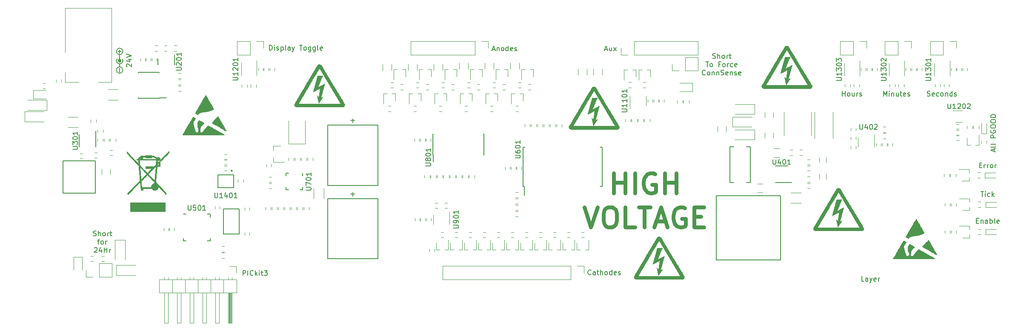
<source format=gto>
G04 #@! TF.FileFunction,Legend,Top*
%FSLAX46Y46*%
G04 Gerber Fmt 4.6, Leading zero omitted, Abs format (unit mm)*
G04 Created by KiCad (PCBNEW 4.0.5) date Sunday, August 20, 2017 'PMt' 09:04:34 PM*
%MOMM*%
%LPD*%
G01*
G04 APERTURE LIST*
%ADD10C,0.100000*%
%ADD11C,0.150000*%
%ADD12C,0.750000*%
%ADD13C,0.010000*%
%ADD14C,0.002540*%
%ADD15C,0.120000*%
%ADD16C,0.152400*%
%ADD17C,0.300000*%
G04 APERTURE END LIST*
D10*
D11*
X90147094Y-66704381D02*
X90147094Y-65704381D01*
X90385189Y-65704381D01*
X90528047Y-65752000D01*
X90623285Y-65847238D01*
X90670904Y-65942476D01*
X90718523Y-66132952D01*
X90718523Y-66275810D01*
X90670904Y-66466286D01*
X90623285Y-66561524D01*
X90528047Y-66656762D01*
X90385189Y-66704381D01*
X90147094Y-66704381D01*
X91147094Y-66704381D02*
X91147094Y-66037714D01*
X91147094Y-65704381D02*
X91099475Y-65752000D01*
X91147094Y-65799619D01*
X91194713Y-65752000D01*
X91147094Y-65704381D01*
X91147094Y-65799619D01*
X91575665Y-66656762D02*
X91670903Y-66704381D01*
X91861379Y-66704381D01*
X91956618Y-66656762D01*
X92004237Y-66561524D01*
X92004237Y-66513905D01*
X91956618Y-66418667D01*
X91861379Y-66371048D01*
X91718522Y-66371048D01*
X91623284Y-66323429D01*
X91575665Y-66228190D01*
X91575665Y-66180571D01*
X91623284Y-66085333D01*
X91718522Y-66037714D01*
X91861379Y-66037714D01*
X91956618Y-66085333D01*
X92432808Y-66037714D02*
X92432808Y-67037714D01*
X92432808Y-66085333D02*
X92528046Y-66037714D01*
X92718523Y-66037714D01*
X92813761Y-66085333D01*
X92861380Y-66132952D01*
X92908999Y-66228190D01*
X92908999Y-66513905D01*
X92861380Y-66609143D01*
X92813761Y-66656762D01*
X92718523Y-66704381D01*
X92528046Y-66704381D01*
X92432808Y-66656762D01*
X93480427Y-66704381D02*
X93385189Y-66656762D01*
X93337570Y-66561524D01*
X93337570Y-65704381D01*
X94289952Y-66704381D02*
X94289952Y-66180571D01*
X94242333Y-66085333D01*
X94147095Y-66037714D01*
X93956618Y-66037714D01*
X93861380Y-66085333D01*
X94289952Y-66656762D02*
X94194714Y-66704381D01*
X93956618Y-66704381D01*
X93861380Y-66656762D01*
X93813761Y-66561524D01*
X93813761Y-66466286D01*
X93861380Y-66371048D01*
X93956618Y-66323429D01*
X94194714Y-66323429D01*
X94289952Y-66275810D01*
X94670904Y-66037714D02*
X94908999Y-66704381D01*
X95147095Y-66037714D02*
X94908999Y-66704381D01*
X94813761Y-66942476D01*
X94766142Y-66990095D01*
X94670904Y-67037714D01*
X96147095Y-65704381D02*
X96718524Y-65704381D01*
X96432809Y-66704381D02*
X96432809Y-65704381D01*
X97194714Y-66704381D02*
X97099476Y-66656762D01*
X97051857Y-66609143D01*
X97004238Y-66513905D01*
X97004238Y-66228190D01*
X97051857Y-66132952D01*
X97099476Y-66085333D01*
X97194714Y-66037714D01*
X97337572Y-66037714D01*
X97432810Y-66085333D01*
X97480429Y-66132952D01*
X97528048Y-66228190D01*
X97528048Y-66513905D01*
X97480429Y-66609143D01*
X97432810Y-66656762D01*
X97337572Y-66704381D01*
X97194714Y-66704381D01*
X98385191Y-66037714D02*
X98385191Y-66847238D01*
X98337572Y-66942476D01*
X98289953Y-66990095D01*
X98194714Y-67037714D01*
X98051857Y-67037714D01*
X97956619Y-66990095D01*
X98385191Y-66656762D02*
X98289953Y-66704381D01*
X98099476Y-66704381D01*
X98004238Y-66656762D01*
X97956619Y-66609143D01*
X97909000Y-66513905D01*
X97909000Y-66228190D01*
X97956619Y-66132952D01*
X98004238Y-66085333D01*
X98099476Y-66037714D01*
X98289953Y-66037714D01*
X98385191Y-66085333D01*
X99289953Y-66037714D02*
X99289953Y-66847238D01*
X99242334Y-66942476D01*
X99194715Y-66990095D01*
X99099476Y-67037714D01*
X98956619Y-67037714D01*
X98861381Y-66990095D01*
X99289953Y-66656762D02*
X99194715Y-66704381D01*
X99004238Y-66704381D01*
X98909000Y-66656762D01*
X98861381Y-66609143D01*
X98813762Y-66513905D01*
X98813762Y-66228190D01*
X98861381Y-66132952D01*
X98909000Y-66085333D01*
X99004238Y-66037714D01*
X99194715Y-66037714D01*
X99289953Y-66085333D01*
X99909000Y-66704381D02*
X99813762Y-66656762D01*
X99766143Y-66561524D01*
X99766143Y-65704381D01*
X100670906Y-66656762D02*
X100575668Y-66704381D01*
X100385191Y-66704381D01*
X100289953Y-66656762D01*
X100242334Y-66561524D01*
X100242334Y-66180571D01*
X100289953Y-66085333D01*
X100385191Y-66037714D01*
X100575668Y-66037714D01*
X100670906Y-66085333D01*
X100718525Y-66180571D01*
X100718525Y-66275810D01*
X100242334Y-66371048D01*
X208447095Y-112678381D02*
X207970904Y-112678381D01*
X207970904Y-111678381D01*
X209209000Y-112678381D02*
X209209000Y-112154571D01*
X209161381Y-112059333D01*
X209066143Y-112011714D01*
X208875666Y-112011714D01*
X208780428Y-112059333D01*
X209209000Y-112630762D02*
X209113762Y-112678381D01*
X208875666Y-112678381D01*
X208780428Y-112630762D01*
X208732809Y-112535524D01*
X208732809Y-112440286D01*
X208780428Y-112345048D01*
X208875666Y-112297429D01*
X209113762Y-112297429D01*
X209209000Y-112249810D01*
X209589952Y-112011714D02*
X209828047Y-112678381D01*
X210066143Y-112011714D02*
X209828047Y-112678381D01*
X209732809Y-112916476D01*
X209685190Y-112964095D01*
X209589952Y-113011714D01*
X210828048Y-112630762D02*
X210732810Y-112678381D01*
X210542333Y-112678381D01*
X210447095Y-112630762D01*
X210399476Y-112535524D01*
X210399476Y-112154571D01*
X210447095Y-112059333D01*
X210542333Y-112011714D01*
X210732810Y-112011714D01*
X210828048Y-112059333D01*
X210875667Y-112154571D01*
X210875667Y-112249810D01*
X210399476Y-112345048D01*
X211304238Y-112678381D02*
X211304238Y-112011714D01*
X211304238Y-112202190D02*
X211351857Y-112106952D01*
X211399476Y-112059333D01*
X211494714Y-112011714D01*
X211589953Y-112011714D01*
D12*
X158687524Y-95166524D02*
X158687524Y-91166524D01*
X158687524Y-93071286D02*
X160973238Y-93071286D01*
X160973238Y-95166524D02*
X160973238Y-91166524D01*
X162878000Y-95166524D02*
X162878000Y-91166524D01*
X166878000Y-91357000D02*
X166497048Y-91166524D01*
X165925619Y-91166524D01*
X165354191Y-91357000D01*
X164973238Y-91737952D01*
X164782762Y-92118905D01*
X164592286Y-92880810D01*
X164592286Y-93452238D01*
X164782762Y-94214143D01*
X164973238Y-94595095D01*
X165354191Y-94976048D01*
X165925619Y-95166524D01*
X166306571Y-95166524D01*
X166878000Y-94976048D01*
X167068476Y-94785571D01*
X167068476Y-93452238D01*
X166306571Y-93452238D01*
X168782762Y-95166524D02*
X168782762Y-91166524D01*
X168782762Y-93071286D02*
X171068476Y-93071286D01*
X171068476Y-95166524D02*
X171068476Y-91166524D01*
X152782762Y-97916524D02*
X154116096Y-101916524D01*
X155449429Y-97916524D01*
X157544667Y-97916524D02*
X158306571Y-97916524D01*
X158687524Y-98107000D01*
X159068476Y-98487952D01*
X159258952Y-99249857D01*
X159258952Y-100583190D01*
X159068476Y-101345095D01*
X158687524Y-101726048D01*
X158306571Y-101916524D01*
X157544667Y-101916524D01*
X157163714Y-101726048D01*
X156782762Y-101345095D01*
X156592286Y-100583190D01*
X156592286Y-99249857D01*
X156782762Y-98487952D01*
X157163714Y-98107000D01*
X157544667Y-97916524D01*
X162878000Y-101916524D02*
X160973238Y-101916524D01*
X160973238Y-97916524D01*
X163639904Y-97916524D02*
X165925619Y-97916524D01*
X164782762Y-101916524D02*
X164782762Y-97916524D01*
X167068476Y-100773667D02*
X168973238Y-100773667D01*
X166687523Y-101916524D02*
X168020857Y-97916524D01*
X169354190Y-101916524D01*
X172782761Y-98107000D02*
X172401809Y-97916524D01*
X171830380Y-97916524D01*
X171258952Y-98107000D01*
X170877999Y-98487952D01*
X170687523Y-98868905D01*
X170497047Y-99630810D01*
X170497047Y-100202238D01*
X170687523Y-100964143D01*
X170877999Y-101345095D01*
X171258952Y-101726048D01*
X171830380Y-101916524D01*
X172211332Y-101916524D01*
X172782761Y-101726048D01*
X172973237Y-101535571D01*
X172973237Y-100202238D01*
X172211332Y-100202238D01*
X174687523Y-99821286D02*
X176020856Y-99821286D01*
X176592285Y-101916524D02*
X174687523Y-101916524D01*
X174687523Y-97916524D01*
X176592285Y-97916524D01*
D11*
X61809619Y-69982476D02*
X61762000Y-69934857D01*
X61714381Y-69839619D01*
X61714381Y-69601523D01*
X61762000Y-69506285D01*
X61809619Y-69458666D01*
X61904857Y-69411047D01*
X62000095Y-69411047D01*
X62142952Y-69458666D01*
X62714381Y-70030095D01*
X62714381Y-69411047D01*
X62047714Y-68553904D02*
X62714381Y-68553904D01*
X61666762Y-68792000D02*
X62381048Y-69030095D01*
X62381048Y-68411047D01*
X61714381Y-68172952D02*
X62714381Y-67839619D01*
X61714381Y-67506285D01*
X178332285Y-68308762D02*
X178475142Y-68356381D01*
X178713238Y-68356381D01*
X178808476Y-68308762D01*
X178856095Y-68261143D01*
X178903714Y-68165905D01*
X178903714Y-68070667D01*
X178856095Y-67975429D01*
X178808476Y-67927810D01*
X178713238Y-67880190D01*
X178522761Y-67832571D01*
X178427523Y-67784952D01*
X178379904Y-67737333D01*
X178332285Y-67642095D01*
X178332285Y-67546857D01*
X178379904Y-67451619D01*
X178427523Y-67404000D01*
X178522761Y-67356381D01*
X178760857Y-67356381D01*
X178903714Y-67404000D01*
X179332285Y-68356381D02*
X179332285Y-67356381D01*
X179760857Y-68356381D02*
X179760857Y-67832571D01*
X179713238Y-67737333D01*
X179618000Y-67689714D01*
X179475142Y-67689714D01*
X179379904Y-67737333D01*
X179332285Y-67784952D01*
X180379904Y-68356381D02*
X180284666Y-68308762D01*
X180237047Y-68261143D01*
X180189428Y-68165905D01*
X180189428Y-67880190D01*
X180237047Y-67784952D01*
X180284666Y-67737333D01*
X180379904Y-67689714D01*
X180522762Y-67689714D01*
X180618000Y-67737333D01*
X180665619Y-67784952D01*
X180713238Y-67880190D01*
X180713238Y-68165905D01*
X180665619Y-68261143D01*
X180618000Y-68308762D01*
X180522762Y-68356381D01*
X180379904Y-68356381D01*
X181141809Y-68356381D02*
X181141809Y-67689714D01*
X181141809Y-67880190D02*
X181189428Y-67784952D01*
X181237047Y-67737333D01*
X181332285Y-67689714D01*
X181427524Y-67689714D01*
X181618000Y-67689714D02*
X181998952Y-67689714D01*
X181760857Y-67356381D02*
X181760857Y-68213524D01*
X181808476Y-68308762D01*
X181903714Y-68356381D01*
X181998952Y-68356381D01*
X176951333Y-69006381D02*
X177522762Y-69006381D01*
X177237047Y-70006381D02*
X177237047Y-69006381D01*
X177998952Y-70006381D02*
X177903714Y-69958762D01*
X177856095Y-69911143D01*
X177808476Y-69815905D01*
X177808476Y-69530190D01*
X177856095Y-69434952D01*
X177903714Y-69387333D01*
X177998952Y-69339714D01*
X178141810Y-69339714D01*
X178237048Y-69387333D01*
X178284667Y-69434952D01*
X178332286Y-69530190D01*
X178332286Y-69815905D01*
X178284667Y-69911143D01*
X178237048Y-69958762D01*
X178141810Y-70006381D01*
X177998952Y-70006381D01*
X179856096Y-69482571D02*
X179522762Y-69482571D01*
X179522762Y-70006381D02*
X179522762Y-69006381D01*
X179998953Y-69006381D01*
X180522762Y-70006381D02*
X180427524Y-69958762D01*
X180379905Y-69911143D01*
X180332286Y-69815905D01*
X180332286Y-69530190D01*
X180379905Y-69434952D01*
X180427524Y-69387333D01*
X180522762Y-69339714D01*
X180665620Y-69339714D01*
X180760858Y-69387333D01*
X180808477Y-69434952D01*
X180856096Y-69530190D01*
X180856096Y-69815905D01*
X180808477Y-69911143D01*
X180760858Y-69958762D01*
X180665620Y-70006381D01*
X180522762Y-70006381D01*
X181284667Y-70006381D02*
X181284667Y-69339714D01*
X181284667Y-69530190D02*
X181332286Y-69434952D01*
X181379905Y-69387333D01*
X181475143Y-69339714D01*
X181570382Y-69339714D01*
X182332287Y-69958762D02*
X182237049Y-70006381D01*
X182046572Y-70006381D01*
X181951334Y-69958762D01*
X181903715Y-69911143D01*
X181856096Y-69815905D01*
X181856096Y-69530190D01*
X181903715Y-69434952D01*
X181951334Y-69387333D01*
X182046572Y-69339714D01*
X182237049Y-69339714D01*
X182332287Y-69387333D01*
X183141811Y-69958762D02*
X183046573Y-70006381D01*
X182856096Y-70006381D01*
X182760858Y-69958762D01*
X182713239Y-69863524D01*
X182713239Y-69482571D01*
X182760858Y-69387333D01*
X182856096Y-69339714D01*
X183046573Y-69339714D01*
X183141811Y-69387333D01*
X183189430Y-69482571D01*
X183189430Y-69577810D01*
X182713239Y-69673048D01*
X176879905Y-71561143D02*
X176832286Y-71608762D01*
X176689429Y-71656381D01*
X176594191Y-71656381D01*
X176451333Y-71608762D01*
X176356095Y-71513524D01*
X176308476Y-71418286D01*
X176260857Y-71227810D01*
X176260857Y-71084952D01*
X176308476Y-70894476D01*
X176356095Y-70799238D01*
X176451333Y-70704000D01*
X176594191Y-70656381D01*
X176689429Y-70656381D01*
X176832286Y-70704000D01*
X176879905Y-70751619D01*
X177451333Y-71656381D02*
X177356095Y-71608762D01*
X177308476Y-71561143D01*
X177260857Y-71465905D01*
X177260857Y-71180190D01*
X177308476Y-71084952D01*
X177356095Y-71037333D01*
X177451333Y-70989714D01*
X177594191Y-70989714D01*
X177689429Y-71037333D01*
X177737048Y-71084952D01*
X177784667Y-71180190D01*
X177784667Y-71465905D01*
X177737048Y-71561143D01*
X177689429Y-71608762D01*
X177594191Y-71656381D01*
X177451333Y-71656381D01*
X178213238Y-70989714D02*
X178213238Y-71656381D01*
X178213238Y-71084952D02*
X178260857Y-71037333D01*
X178356095Y-70989714D01*
X178498953Y-70989714D01*
X178594191Y-71037333D01*
X178641810Y-71132571D01*
X178641810Y-71656381D01*
X179118000Y-70989714D02*
X179118000Y-71656381D01*
X179118000Y-71084952D02*
X179165619Y-71037333D01*
X179260857Y-70989714D01*
X179403715Y-70989714D01*
X179498953Y-71037333D01*
X179546572Y-71132571D01*
X179546572Y-71656381D01*
X179975143Y-71608762D02*
X180118000Y-71656381D01*
X180356096Y-71656381D01*
X180451334Y-71608762D01*
X180498953Y-71561143D01*
X180546572Y-71465905D01*
X180546572Y-71370667D01*
X180498953Y-71275429D01*
X180451334Y-71227810D01*
X180356096Y-71180190D01*
X180165619Y-71132571D01*
X180070381Y-71084952D01*
X180022762Y-71037333D01*
X179975143Y-70942095D01*
X179975143Y-70846857D01*
X180022762Y-70751619D01*
X180070381Y-70704000D01*
X180165619Y-70656381D01*
X180403715Y-70656381D01*
X180546572Y-70704000D01*
X181356096Y-71608762D02*
X181260858Y-71656381D01*
X181070381Y-71656381D01*
X180975143Y-71608762D01*
X180927524Y-71513524D01*
X180927524Y-71132571D01*
X180975143Y-71037333D01*
X181070381Y-70989714D01*
X181260858Y-70989714D01*
X181356096Y-71037333D01*
X181403715Y-71132571D01*
X181403715Y-71227810D01*
X180927524Y-71323048D01*
X181832286Y-70989714D02*
X181832286Y-71656381D01*
X181832286Y-71084952D02*
X181879905Y-71037333D01*
X181975143Y-70989714D01*
X182118001Y-70989714D01*
X182213239Y-71037333D01*
X182260858Y-71132571D01*
X182260858Y-71656381D01*
X182689429Y-71608762D02*
X182784667Y-71656381D01*
X182975143Y-71656381D01*
X183070382Y-71608762D01*
X183118001Y-71513524D01*
X183118001Y-71465905D01*
X183070382Y-71370667D01*
X182975143Y-71323048D01*
X182832286Y-71323048D01*
X182737048Y-71275429D01*
X182689429Y-71180190D01*
X182689429Y-71132571D01*
X182737048Y-71037333D01*
X182832286Y-70989714D01*
X182975143Y-70989714D01*
X183070382Y-71037333D01*
X183927525Y-71608762D02*
X183832287Y-71656381D01*
X183641810Y-71656381D01*
X183546572Y-71608762D01*
X183498953Y-71513524D01*
X183498953Y-71132571D01*
X183546572Y-71037333D01*
X183641810Y-70989714D01*
X183832287Y-70989714D01*
X183927525Y-71037333D01*
X183975144Y-71132571D01*
X183975144Y-71227810D01*
X183498953Y-71323048D01*
X156924762Y-66545667D02*
X157400953Y-66545667D01*
X156829524Y-66831381D02*
X157162857Y-65831381D01*
X157496191Y-66831381D01*
X158258096Y-66164714D02*
X158258096Y-66831381D01*
X157829524Y-66164714D02*
X157829524Y-66688524D01*
X157877143Y-66783762D01*
X157972381Y-66831381D01*
X158115239Y-66831381D01*
X158210477Y-66783762D01*
X158258096Y-66736143D01*
X158639048Y-66831381D02*
X159162858Y-66164714D01*
X158639048Y-66164714D02*
X159162858Y-66831381D01*
X154130952Y-111313143D02*
X154083333Y-111360762D01*
X153940476Y-111408381D01*
X153845238Y-111408381D01*
X153702380Y-111360762D01*
X153607142Y-111265524D01*
X153559523Y-111170286D01*
X153511904Y-110979810D01*
X153511904Y-110836952D01*
X153559523Y-110646476D01*
X153607142Y-110551238D01*
X153702380Y-110456000D01*
X153845238Y-110408381D01*
X153940476Y-110408381D01*
X154083333Y-110456000D01*
X154130952Y-110503619D01*
X154988095Y-111408381D02*
X154988095Y-110884571D01*
X154940476Y-110789333D01*
X154845238Y-110741714D01*
X154654761Y-110741714D01*
X154559523Y-110789333D01*
X154988095Y-111360762D02*
X154892857Y-111408381D01*
X154654761Y-111408381D01*
X154559523Y-111360762D01*
X154511904Y-111265524D01*
X154511904Y-111170286D01*
X154559523Y-111075048D01*
X154654761Y-111027429D01*
X154892857Y-111027429D01*
X154988095Y-110979810D01*
X155321428Y-110741714D02*
X155702380Y-110741714D01*
X155464285Y-110408381D02*
X155464285Y-111265524D01*
X155511904Y-111360762D01*
X155607142Y-111408381D01*
X155702380Y-111408381D01*
X156035714Y-111408381D02*
X156035714Y-110408381D01*
X156464286Y-111408381D02*
X156464286Y-110884571D01*
X156416667Y-110789333D01*
X156321429Y-110741714D01*
X156178571Y-110741714D01*
X156083333Y-110789333D01*
X156035714Y-110836952D01*
X157083333Y-111408381D02*
X156988095Y-111360762D01*
X156940476Y-111313143D01*
X156892857Y-111217905D01*
X156892857Y-110932190D01*
X156940476Y-110836952D01*
X156988095Y-110789333D01*
X157083333Y-110741714D01*
X157226191Y-110741714D01*
X157321429Y-110789333D01*
X157369048Y-110836952D01*
X157416667Y-110932190D01*
X157416667Y-111217905D01*
X157369048Y-111313143D01*
X157321429Y-111360762D01*
X157226191Y-111408381D01*
X157083333Y-111408381D01*
X158273810Y-111408381D02*
X158273810Y-110408381D01*
X158273810Y-111360762D02*
X158178572Y-111408381D01*
X157988095Y-111408381D01*
X157892857Y-111360762D01*
X157845238Y-111313143D01*
X157797619Y-111217905D01*
X157797619Y-110932190D01*
X157845238Y-110836952D01*
X157892857Y-110789333D01*
X157988095Y-110741714D01*
X158178572Y-110741714D01*
X158273810Y-110789333D01*
X159130953Y-111360762D02*
X159035715Y-111408381D01*
X158845238Y-111408381D01*
X158750000Y-111360762D01*
X158702381Y-111265524D01*
X158702381Y-110884571D01*
X158750000Y-110789333D01*
X158845238Y-110741714D01*
X159035715Y-110741714D01*
X159130953Y-110789333D01*
X159178572Y-110884571D01*
X159178572Y-110979810D01*
X158702381Y-111075048D01*
X159559524Y-111360762D02*
X159654762Y-111408381D01*
X159845238Y-111408381D01*
X159940477Y-111360762D01*
X159988096Y-111265524D01*
X159988096Y-111217905D01*
X159940477Y-111122667D01*
X159845238Y-111075048D01*
X159702381Y-111075048D01*
X159607143Y-111027429D01*
X159559524Y-110932190D01*
X159559524Y-110884571D01*
X159607143Y-110789333D01*
X159702381Y-110741714D01*
X159845238Y-110741714D01*
X159940477Y-110789333D01*
X134509428Y-66545667D02*
X134985619Y-66545667D01*
X134414190Y-66831381D02*
X134747523Y-65831381D01*
X135080857Y-66831381D01*
X135414190Y-66164714D02*
X135414190Y-66831381D01*
X135414190Y-66259952D02*
X135461809Y-66212333D01*
X135557047Y-66164714D01*
X135699905Y-66164714D01*
X135795143Y-66212333D01*
X135842762Y-66307571D01*
X135842762Y-66831381D01*
X136461809Y-66831381D02*
X136366571Y-66783762D01*
X136318952Y-66736143D01*
X136271333Y-66640905D01*
X136271333Y-66355190D01*
X136318952Y-66259952D01*
X136366571Y-66212333D01*
X136461809Y-66164714D01*
X136604667Y-66164714D01*
X136699905Y-66212333D01*
X136747524Y-66259952D01*
X136795143Y-66355190D01*
X136795143Y-66640905D01*
X136747524Y-66736143D01*
X136699905Y-66783762D01*
X136604667Y-66831381D01*
X136461809Y-66831381D01*
X137652286Y-66831381D02*
X137652286Y-65831381D01*
X137652286Y-66783762D02*
X137557048Y-66831381D01*
X137366571Y-66831381D01*
X137271333Y-66783762D01*
X137223714Y-66736143D01*
X137176095Y-66640905D01*
X137176095Y-66355190D01*
X137223714Y-66259952D01*
X137271333Y-66212333D01*
X137366571Y-66164714D01*
X137557048Y-66164714D01*
X137652286Y-66212333D01*
X138509429Y-66783762D02*
X138414191Y-66831381D01*
X138223714Y-66831381D01*
X138128476Y-66783762D01*
X138080857Y-66688524D01*
X138080857Y-66307571D01*
X138128476Y-66212333D01*
X138223714Y-66164714D01*
X138414191Y-66164714D01*
X138509429Y-66212333D01*
X138557048Y-66307571D01*
X138557048Y-66402810D01*
X138080857Y-66498048D01*
X138938000Y-66783762D02*
X139033238Y-66831381D01*
X139223714Y-66831381D01*
X139318953Y-66783762D01*
X139366572Y-66688524D01*
X139366572Y-66640905D01*
X139318953Y-66545667D01*
X139223714Y-66498048D01*
X139080857Y-66498048D01*
X138985619Y-66450429D01*
X138938000Y-66355190D01*
X138938000Y-66307571D01*
X138985619Y-66212333D01*
X139080857Y-66164714D01*
X139223714Y-66164714D01*
X139318953Y-66212333D01*
X221028238Y-75800762D02*
X221171095Y-75848381D01*
X221409191Y-75848381D01*
X221504429Y-75800762D01*
X221552048Y-75753143D01*
X221599667Y-75657905D01*
X221599667Y-75562667D01*
X221552048Y-75467429D01*
X221504429Y-75419810D01*
X221409191Y-75372190D01*
X221218714Y-75324571D01*
X221123476Y-75276952D01*
X221075857Y-75229333D01*
X221028238Y-75134095D01*
X221028238Y-75038857D01*
X221075857Y-74943619D01*
X221123476Y-74896000D01*
X221218714Y-74848381D01*
X221456810Y-74848381D01*
X221599667Y-74896000D01*
X222409191Y-75800762D02*
X222313953Y-75848381D01*
X222123476Y-75848381D01*
X222028238Y-75800762D01*
X221980619Y-75705524D01*
X221980619Y-75324571D01*
X222028238Y-75229333D01*
X222123476Y-75181714D01*
X222313953Y-75181714D01*
X222409191Y-75229333D01*
X222456810Y-75324571D01*
X222456810Y-75419810D01*
X221980619Y-75515048D01*
X223313953Y-75800762D02*
X223218715Y-75848381D01*
X223028238Y-75848381D01*
X222933000Y-75800762D01*
X222885381Y-75753143D01*
X222837762Y-75657905D01*
X222837762Y-75372190D01*
X222885381Y-75276952D01*
X222933000Y-75229333D01*
X223028238Y-75181714D01*
X223218715Y-75181714D01*
X223313953Y-75229333D01*
X223885381Y-75848381D02*
X223790143Y-75800762D01*
X223742524Y-75753143D01*
X223694905Y-75657905D01*
X223694905Y-75372190D01*
X223742524Y-75276952D01*
X223790143Y-75229333D01*
X223885381Y-75181714D01*
X224028239Y-75181714D01*
X224123477Y-75229333D01*
X224171096Y-75276952D01*
X224218715Y-75372190D01*
X224218715Y-75657905D01*
X224171096Y-75753143D01*
X224123477Y-75800762D01*
X224028239Y-75848381D01*
X223885381Y-75848381D01*
X224647286Y-75181714D02*
X224647286Y-75848381D01*
X224647286Y-75276952D02*
X224694905Y-75229333D01*
X224790143Y-75181714D01*
X224933001Y-75181714D01*
X225028239Y-75229333D01*
X225075858Y-75324571D01*
X225075858Y-75848381D01*
X225980620Y-75848381D02*
X225980620Y-74848381D01*
X225980620Y-75800762D02*
X225885382Y-75848381D01*
X225694905Y-75848381D01*
X225599667Y-75800762D01*
X225552048Y-75753143D01*
X225504429Y-75657905D01*
X225504429Y-75372190D01*
X225552048Y-75276952D01*
X225599667Y-75229333D01*
X225694905Y-75181714D01*
X225885382Y-75181714D01*
X225980620Y-75229333D01*
X226409191Y-75800762D02*
X226504429Y-75848381D01*
X226694905Y-75848381D01*
X226790144Y-75800762D01*
X226837763Y-75705524D01*
X226837763Y-75657905D01*
X226790144Y-75562667D01*
X226694905Y-75515048D01*
X226552048Y-75515048D01*
X226456810Y-75467429D01*
X226409191Y-75372190D01*
X226409191Y-75324571D01*
X226456810Y-75229333D01*
X226552048Y-75181714D01*
X226694905Y-75181714D01*
X226790144Y-75229333D01*
X212320762Y-75848381D02*
X212320762Y-74848381D01*
X212654096Y-75562667D01*
X212987429Y-74848381D01*
X212987429Y-75848381D01*
X213463619Y-75848381D02*
X213463619Y-75181714D01*
X213463619Y-74848381D02*
X213416000Y-74896000D01*
X213463619Y-74943619D01*
X213511238Y-74896000D01*
X213463619Y-74848381D01*
X213463619Y-74943619D01*
X213939809Y-75181714D02*
X213939809Y-75848381D01*
X213939809Y-75276952D02*
X213987428Y-75229333D01*
X214082666Y-75181714D01*
X214225524Y-75181714D01*
X214320762Y-75229333D01*
X214368381Y-75324571D01*
X214368381Y-75848381D01*
X215273143Y-75181714D02*
X215273143Y-75848381D01*
X214844571Y-75181714D02*
X214844571Y-75705524D01*
X214892190Y-75800762D01*
X214987428Y-75848381D01*
X215130286Y-75848381D01*
X215225524Y-75800762D01*
X215273143Y-75753143D01*
X215606476Y-75181714D02*
X215987428Y-75181714D01*
X215749333Y-74848381D02*
X215749333Y-75705524D01*
X215796952Y-75800762D01*
X215892190Y-75848381D01*
X215987428Y-75848381D01*
X216701715Y-75800762D02*
X216606477Y-75848381D01*
X216416000Y-75848381D01*
X216320762Y-75800762D01*
X216273143Y-75705524D01*
X216273143Y-75324571D01*
X216320762Y-75229333D01*
X216416000Y-75181714D01*
X216606477Y-75181714D01*
X216701715Y-75229333D01*
X216749334Y-75324571D01*
X216749334Y-75419810D01*
X216273143Y-75515048D01*
X217130286Y-75800762D02*
X217225524Y-75848381D01*
X217416000Y-75848381D01*
X217511239Y-75800762D01*
X217558858Y-75705524D01*
X217558858Y-75657905D01*
X217511239Y-75562667D01*
X217416000Y-75515048D01*
X217273143Y-75515048D01*
X217177905Y-75467429D01*
X217130286Y-75372190D01*
X217130286Y-75324571D01*
X217177905Y-75229333D01*
X217273143Y-75181714D01*
X217416000Y-75181714D01*
X217511239Y-75229333D01*
X204121238Y-75848381D02*
X204121238Y-74848381D01*
X204121238Y-75324571D02*
X204692667Y-75324571D01*
X204692667Y-75848381D02*
X204692667Y-74848381D01*
X205311714Y-75848381D02*
X205216476Y-75800762D01*
X205168857Y-75753143D01*
X205121238Y-75657905D01*
X205121238Y-75372190D01*
X205168857Y-75276952D01*
X205216476Y-75229333D01*
X205311714Y-75181714D01*
X205454572Y-75181714D01*
X205549810Y-75229333D01*
X205597429Y-75276952D01*
X205645048Y-75372190D01*
X205645048Y-75657905D01*
X205597429Y-75753143D01*
X205549810Y-75800762D01*
X205454572Y-75848381D01*
X205311714Y-75848381D01*
X206502191Y-75181714D02*
X206502191Y-75848381D01*
X206073619Y-75181714D02*
X206073619Y-75705524D01*
X206121238Y-75800762D01*
X206216476Y-75848381D01*
X206359334Y-75848381D01*
X206454572Y-75800762D01*
X206502191Y-75753143D01*
X206978381Y-75848381D02*
X206978381Y-75181714D01*
X206978381Y-75372190D02*
X207026000Y-75276952D01*
X207073619Y-75229333D01*
X207168857Y-75181714D01*
X207264096Y-75181714D01*
X207549810Y-75800762D02*
X207645048Y-75848381D01*
X207835524Y-75848381D01*
X207930763Y-75800762D01*
X207978382Y-75705524D01*
X207978382Y-75657905D01*
X207930763Y-75562667D01*
X207835524Y-75515048D01*
X207692667Y-75515048D01*
X207597429Y-75467429D01*
X207549810Y-75372190D01*
X207549810Y-75324571D01*
X207597429Y-75229333D01*
X207692667Y-75181714D01*
X207835524Y-75181714D01*
X207930763Y-75229333D01*
X84876238Y-111535381D02*
X84876238Y-110535381D01*
X85257191Y-110535381D01*
X85352429Y-110583000D01*
X85400048Y-110630619D01*
X85447667Y-110725857D01*
X85447667Y-110868714D01*
X85400048Y-110963952D01*
X85352429Y-111011571D01*
X85257191Y-111059190D01*
X84876238Y-111059190D01*
X85876238Y-111535381D02*
X85876238Y-110535381D01*
X86923857Y-111440143D02*
X86876238Y-111487762D01*
X86733381Y-111535381D01*
X86638143Y-111535381D01*
X86495285Y-111487762D01*
X86400047Y-111392524D01*
X86352428Y-111297286D01*
X86304809Y-111106810D01*
X86304809Y-110963952D01*
X86352428Y-110773476D01*
X86400047Y-110678238D01*
X86495285Y-110583000D01*
X86638143Y-110535381D01*
X86733381Y-110535381D01*
X86876238Y-110583000D01*
X86923857Y-110630619D01*
X87352428Y-111535381D02*
X87352428Y-110535381D01*
X87447666Y-111154429D02*
X87733381Y-111535381D01*
X87733381Y-110868714D02*
X87352428Y-111249667D01*
X88161952Y-111535381D02*
X88161952Y-110868714D01*
X88161952Y-110535381D02*
X88114333Y-110583000D01*
X88161952Y-110630619D01*
X88209571Y-110583000D01*
X88161952Y-110535381D01*
X88161952Y-110630619D01*
X88495285Y-110868714D02*
X88876237Y-110868714D01*
X88638142Y-110535381D02*
X88638142Y-111392524D01*
X88685761Y-111487762D01*
X88780999Y-111535381D01*
X88876237Y-111535381D01*
X89114333Y-110535381D02*
X89733381Y-110535381D01*
X89400047Y-110916333D01*
X89542905Y-110916333D01*
X89638143Y-110963952D01*
X89685762Y-111011571D01*
X89733381Y-111106810D01*
X89733381Y-111344905D01*
X89685762Y-111440143D01*
X89638143Y-111487762D01*
X89542905Y-111535381D01*
X89257190Y-111535381D01*
X89161952Y-111487762D01*
X89114333Y-111440143D01*
X55142285Y-103614762D02*
X55285142Y-103662381D01*
X55523238Y-103662381D01*
X55618476Y-103614762D01*
X55666095Y-103567143D01*
X55713714Y-103471905D01*
X55713714Y-103376667D01*
X55666095Y-103281429D01*
X55618476Y-103233810D01*
X55523238Y-103186190D01*
X55332761Y-103138571D01*
X55237523Y-103090952D01*
X55189904Y-103043333D01*
X55142285Y-102948095D01*
X55142285Y-102852857D01*
X55189904Y-102757619D01*
X55237523Y-102710000D01*
X55332761Y-102662381D01*
X55570857Y-102662381D01*
X55713714Y-102710000D01*
X56142285Y-103662381D02*
X56142285Y-102662381D01*
X56570857Y-103662381D02*
X56570857Y-103138571D01*
X56523238Y-103043333D01*
X56428000Y-102995714D01*
X56285142Y-102995714D01*
X56189904Y-103043333D01*
X56142285Y-103090952D01*
X57189904Y-103662381D02*
X57094666Y-103614762D01*
X57047047Y-103567143D01*
X56999428Y-103471905D01*
X56999428Y-103186190D01*
X57047047Y-103090952D01*
X57094666Y-103043333D01*
X57189904Y-102995714D01*
X57332762Y-102995714D01*
X57428000Y-103043333D01*
X57475619Y-103090952D01*
X57523238Y-103186190D01*
X57523238Y-103471905D01*
X57475619Y-103567143D01*
X57428000Y-103614762D01*
X57332762Y-103662381D01*
X57189904Y-103662381D01*
X57951809Y-103662381D02*
X57951809Y-102995714D01*
X57951809Y-103186190D02*
X57999428Y-103090952D01*
X58047047Y-103043333D01*
X58142285Y-102995714D01*
X58237524Y-102995714D01*
X58428000Y-102995714D02*
X58808952Y-102995714D01*
X58570857Y-102662381D02*
X58570857Y-103519524D01*
X58618476Y-103614762D01*
X58713714Y-103662381D01*
X58808952Y-103662381D01*
X55975619Y-104645714D02*
X56356571Y-104645714D01*
X56118476Y-105312381D02*
X56118476Y-104455238D01*
X56166095Y-104360000D01*
X56261333Y-104312381D01*
X56356571Y-104312381D01*
X56832762Y-105312381D02*
X56737524Y-105264762D01*
X56689905Y-105217143D01*
X56642286Y-105121905D01*
X56642286Y-104836190D01*
X56689905Y-104740952D01*
X56737524Y-104693333D01*
X56832762Y-104645714D01*
X56975620Y-104645714D01*
X57070858Y-104693333D01*
X57118477Y-104740952D01*
X57166096Y-104836190D01*
X57166096Y-105121905D01*
X57118477Y-105217143D01*
X57070858Y-105264762D01*
X56975620Y-105312381D01*
X56832762Y-105312381D01*
X57594667Y-105312381D02*
X57594667Y-104645714D01*
X57594667Y-104836190D02*
X57642286Y-104740952D01*
X57689905Y-104693333D01*
X57785143Y-104645714D01*
X57880382Y-104645714D01*
X55332762Y-106057619D02*
X55380381Y-106010000D01*
X55475619Y-105962381D01*
X55713715Y-105962381D01*
X55808953Y-106010000D01*
X55856572Y-106057619D01*
X55904191Y-106152857D01*
X55904191Y-106248095D01*
X55856572Y-106390952D01*
X55285143Y-106962381D01*
X55904191Y-106962381D01*
X56761334Y-106295714D02*
X56761334Y-106962381D01*
X56523238Y-105914762D02*
X56285143Y-106629048D01*
X56904191Y-106629048D01*
X57285143Y-106962381D02*
X57285143Y-105962381D01*
X57285143Y-106438571D02*
X57856572Y-106438571D01*
X57856572Y-106962381D02*
X57856572Y-105962381D01*
X58332762Y-106962381D02*
X58332762Y-106295714D01*
X58332762Y-106486190D02*
X58380381Y-106390952D01*
X58428000Y-106343333D01*
X58523238Y-106295714D01*
X58618477Y-106295714D01*
X230783095Y-100639571D02*
X231116429Y-100639571D01*
X231259286Y-101163381D02*
X230783095Y-101163381D01*
X230783095Y-100163381D01*
X231259286Y-100163381D01*
X231687857Y-100496714D02*
X231687857Y-101163381D01*
X231687857Y-100591952D02*
X231735476Y-100544333D01*
X231830714Y-100496714D01*
X231973572Y-100496714D01*
X232068810Y-100544333D01*
X232116429Y-100639571D01*
X232116429Y-101163381D01*
X233021191Y-101163381D02*
X233021191Y-100639571D01*
X232973572Y-100544333D01*
X232878334Y-100496714D01*
X232687857Y-100496714D01*
X232592619Y-100544333D01*
X233021191Y-101115762D02*
X232925953Y-101163381D01*
X232687857Y-101163381D01*
X232592619Y-101115762D01*
X232545000Y-101020524D01*
X232545000Y-100925286D01*
X232592619Y-100830048D01*
X232687857Y-100782429D01*
X232925953Y-100782429D01*
X233021191Y-100734810D01*
X233497381Y-101163381D02*
X233497381Y-100163381D01*
X233497381Y-100544333D02*
X233592619Y-100496714D01*
X233783096Y-100496714D01*
X233878334Y-100544333D01*
X233925953Y-100591952D01*
X233973572Y-100687190D01*
X233973572Y-100972905D01*
X233925953Y-101068143D01*
X233878334Y-101115762D01*
X233783096Y-101163381D01*
X233592619Y-101163381D01*
X233497381Y-101115762D01*
X234545000Y-101163381D02*
X234449762Y-101115762D01*
X234402143Y-101020524D01*
X234402143Y-100163381D01*
X235306906Y-101115762D02*
X235211668Y-101163381D01*
X235021191Y-101163381D01*
X234925953Y-101115762D01*
X234878334Y-101020524D01*
X234878334Y-100639571D01*
X234925953Y-100544333D01*
X235021191Y-100496714D01*
X235211668Y-100496714D01*
X235306906Y-100544333D01*
X235354525Y-100639571D01*
X235354525Y-100734810D01*
X234878334Y-100830048D01*
X231687857Y-94829381D02*
X232259286Y-94829381D01*
X231973571Y-95829381D02*
X231973571Y-94829381D01*
X232592619Y-95829381D02*
X232592619Y-95162714D01*
X232592619Y-94829381D02*
X232545000Y-94877000D01*
X232592619Y-94924619D01*
X232640238Y-94877000D01*
X232592619Y-94829381D01*
X232592619Y-94924619D01*
X233497381Y-95781762D02*
X233402143Y-95829381D01*
X233211666Y-95829381D01*
X233116428Y-95781762D01*
X233068809Y-95734143D01*
X233021190Y-95638905D01*
X233021190Y-95353190D01*
X233068809Y-95257952D01*
X233116428Y-95210333D01*
X233211666Y-95162714D01*
X233402143Y-95162714D01*
X233497381Y-95210333D01*
X233925952Y-95829381D02*
X233925952Y-94829381D01*
X234021190Y-95448429D02*
X234306905Y-95829381D01*
X234306905Y-95162714D02*
X233925952Y-95543667D01*
X231449761Y-89590571D02*
X231783095Y-89590571D01*
X231925952Y-90114381D02*
X231449761Y-90114381D01*
X231449761Y-89114381D01*
X231925952Y-89114381D01*
X232354523Y-90114381D02*
X232354523Y-89447714D01*
X232354523Y-89638190D02*
X232402142Y-89542952D01*
X232449761Y-89495333D01*
X232544999Y-89447714D01*
X232640238Y-89447714D01*
X232973571Y-90114381D02*
X232973571Y-89447714D01*
X232973571Y-89638190D02*
X233021190Y-89542952D01*
X233068809Y-89495333D01*
X233164047Y-89447714D01*
X233259286Y-89447714D01*
X233735476Y-90114381D02*
X233640238Y-90066762D01*
X233592619Y-90019143D01*
X233545000Y-89923905D01*
X233545000Y-89638190D01*
X233592619Y-89542952D01*
X233640238Y-89495333D01*
X233735476Y-89447714D01*
X233878334Y-89447714D01*
X233973572Y-89495333D01*
X234021191Y-89542952D01*
X234068810Y-89638190D01*
X234068810Y-89923905D01*
X234021191Y-90019143D01*
X233973572Y-90066762D01*
X233878334Y-90114381D01*
X233735476Y-90114381D01*
X234497381Y-90114381D02*
X234497381Y-89447714D01*
X234497381Y-89638190D02*
X234545000Y-89542952D01*
X234592619Y-89495333D01*
X234687857Y-89447714D01*
X234783096Y-89447714D01*
X234354667Y-86875477D02*
X234354667Y-86399286D01*
X234640381Y-86970715D02*
X233640381Y-86637382D01*
X234640381Y-86304048D01*
X234640381Y-85827858D02*
X234592762Y-85923096D01*
X234497524Y-85970715D01*
X233640381Y-85970715D01*
X234640381Y-85304048D02*
X234592762Y-85399286D01*
X234497524Y-85446905D01*
X233640381Y-85446905D01*
X234640381Y-84161190D02*
X233640381Y-84161190D01*
X233640381Y-83780237D01*
X233688000Y-83684999D01*
X233735619Y-83637380D01*
X233830857Y-83589761D01*
X233973714Y-83589761D01*
X234068952Y-83637380D01*
X234116571Y-83684999D01*
X234164190Y-83780237D01*
X234164190Y-84161190D01*
X233688000Y-82637380D02*
X233640381Y-82732618D01*
X233640381Y-82875475D01*
X233688000Y-83018333D01*
X233783238Y-83113571D01*
X233878476Y-83161190D01*
X234068952Y-83208809D01*
X234211810Y-83208809D01*
X234402286Y-83161190D01*
X234497524Y-83113571D01*
X234592762Y-83018333D01*
X234640381Y-82875475D01*
X234640381Y-82780237D01*
X234592762Y-82637380D01*
X234545143Y-82589761D01*
X234211810Y-82589761D01*
X234211810Y-82780237D01*
X233640381Y-81970714D02*
X233640381Y-81780237D01*
X233688000Y-81684999D01*
X233783238Y-81589761D01*
X233973714Y-81542142D01*
X234307048Y-81542142D01*
X234497524Y-81589761D01*
X234592762Y-81684999D01*
X234640381Y-81780237D01*
X234640381Y-81970714D01*
X234592762Y-82065952D01*
X234497524Y-82161190D01*
X234307048Y-82208809D01*
X233973714Y-82208809D01*
X233783238Y-82161190D01*
X233688000Y-82065952D01*
X233640381Y-81970714D01*
X233640381Y-80923095D02*
X233640381Y-80732618D01*
X233688000Y-80637380D01*
X233783238Y-80542142D01*
X233973714Y-80494523D01*
X234307048Y-80494523D01*
X234497524Y-80542142D01*
X234592762Y-80637380D01*
X234640381Y-80732618D01*
X234640381Y-80923095D01*
X234592762Y-81018333D01*
X234497524Y-81113571D01*
X234307048Y-81161190D01*
X233973714Y-81161190D01*
X233783238Y-81113571D01*
X233688000Y-81018333D01*
X233640381Y-80923095D01*
X234640381Y-80065952D02*
X233640381Y-80065952D01*
X233640381Y-79827857D01*
X233688000Y-79684999D01*
X233783238Y-79589761D01*
X233878476Y-79542142D01*
X234068952Y-79494523D01*
X234211810Y-79494523D01*
X234402286Y-79542142D01*
X234497524Y-79589761D01*
X234592762Y-79684999D01*
X234640381Y-79827857D01*
X234640381Y-80065952D01*
D13*
G36*
X74988749Y-79979036D02*
X75032544Y-79995972D01*
X75099293Y-80029601D01*
X75195137Y-80082334D01*
X75202599Y-80086525D01*
X75290871Y-80137001D01*
X75365363Y-80181223D01*
X75418760Y-80214731D01*
X75443746Y-80233064D01*
X75444445Y-80233962D01*
X75438409Y-80259414D01*
X75410723Y-80316255D01*
X75363188Y-80401389D01*
X75297611Y-80511717D01*
X75215797Y-80644144D01*
X75119548Y-80795571D01*
X75095594Y-80832707D01*
X75033183Y-80935757D01*
X74987737Y-81024432D01*
X74963246Y-81090714D01*
X74960733Y-81103807D01*
X74961848Y-81161443D01*
X74974343Y-81252865D01*
X74996660Y-81372208D01*
X75027240Y-81513609D01*
X75064528Y-81671203D01*
X75106965Y-81839126D01*
X75152994Y-82011514D01*
X75201057Y-82182501D01*
X75249597Y-82346224D01*
X75297057Y-82496818D01*
X75341878Y-82628420D01*
X75382503Y-82735163D01*
X75410823Y-82798494D01*
X75444183Y-82865957D01*
X75475682Y-82930511D01*
X75477387Y-82934045D01*
X75529498Y-82999250D01*
X75605554Y-83043156D01*
X75694092Y-83064197D01*
X75783648Y-83060807D01*
X75862758Y-83031423D01*
X75907264Y-82992736D01*
X75971356Y-82886636D01*
X76018322Y-82754405D01*
X76044090Y-82609527D01*
X76047741Y-82527394D01*
X76033039Y-82374105D01*
X75989890Y-82247166D01*
X75915972Y-82140418D01*
X75892921Y-82116657D01*
X75824325Y-82050009D01*
X75819614Y-81578916D01*
X75814903Y-81107822D01*
X75934946Y-80926106D01*
X75991277Y-80843856D01*
X76045528Y-80769865D01*
X76089959Y-80714448D01*
X76109056Y-80694056D01*
X76163124Y-80643723D01*
X76236350Y-80683158D01*
X76282633Y-80711415D01*
X76307957Y-80733354D01*
X76309576Y-80737299D01*
X76326884Y-80754023D01*
X76356497Y-80766476D01*
X76385114Y-80777700D01*
X76428934Y-80799024D01*
X76491718Y-80832529D01*
X76577228Y-80880296D01*
X76689226Y-80944407D01*
X76831473Y-81026944D01*
X76908773Y-81072065D01*
X76999702Y-81126111D01*
X77059339Y-81164604D01*
X77092961Y-81192044D01*
X77105844Y-81212934D01*
X77103265Y-81231775D01*
X77101115Y-81236152D01*
X77080197Y-81263714D01*
X77035440Y-81315416D01*
X76972057Y-81385475D01*
X76895262Y-81468107D01*
X76828844Y-81538156D01*
X76675790Y-81704414D01*
X76556056Y-81848519D01*
X76468573Y-81971921D01*
X76412274Y-82076068D01*
X76393284Y-82128954D01*
X76385440Y-82175250D01*
X76377338Y-82254221D01*
X76369691Y-82356846D01*
X76363212Y-82474103D01*
X76360163Y-82548248D01*
X76355908Y-82676427D01*
X76354036Y-82770138D01*
X76355099Y-82836583D01*
X76359646Y-82882961D01*
X76368227Y-82916474D01*
X76381394Y-82944321D01*
X76391735Y-82961324D01*
X76451456Y-83026862D01*
X76528411Y-83072532D01*
X76609380Y-83092450D01*
X76670058Y-83085244D01*
X76724999Y-83054066D01*
X76793867Y-82998230D01*
X76867005Y-82927474D01*
X76934752Y-82851537D01*
X76987450Y-82780159D01*
X77006853Y-82745668D01*
X77035919Y-82698441D01*
X77088783Y-82626506D01*
X77160616Y-82535485D01*
X77246588Y-82431000D01*
X77341868Y-82318675D01*
X77441627Y-82204130D01*
X77541034Y-82092990D01*
X77635259Y-81990875D01*
X77719473Y-81903408D01*
X77785591Y-81839198D01*
X77858999Y-81775057D01*
X77920753Y-81727763D01*
X77964066Y-81702235D01*
X77978445Y-81699429D01*
X78000479Y-81710752D01*
X78055438Y-81741144D01*
X78140152Y-81788780D01*
X78251448Y-81851835D01*
X78386156Y-81928485D01*
X78541103Y-82016905D01*
X78713119Y-82115270D01*
X78899032Y-82221756D01*
X79095670Y-82334537D01*
X79299863Y-82451789D01*
X79508439Y-82571687D01*
X79718225Y-82692407D01*
X79926052Y-82812123D01*
X80128747Y-82929011D01*
X80323140Y-83041246D01*
X80506058Y-83147004D01*
X80674330Y-83244460D01*
X80824785Y-83331788D01*
X80954251Y-83407165D01*
X81059557Y-83468765D01*
X81137532Y-83514764D01*
X81185004Y-83543337D01*
X81198763Y-83552304D01*
X81180231Y-83554076D01*
X81121933Y-83555799D01*
X81025809Y-83557464D01*
X80893799Y-83559063D01*
X80727846Y-83560587D01*
X80529889Y-83562029D01*
X80301870Y-83563380D01*
X80045729Y-83564632D01*
X79763408Y-83565776D01*
X79456847Y-83566804D01*
X79127987Y-83567708D01*
X78778769Y-83568479D01*
X78411135Y-83569109D01*
X78027024Y-83569590D01*
X77628377Y-83569914D01*
X77217137Y-83570072D01*
X77044580Y-83570087D01*
X72870586Y-83570087D01*
X73168268Y-83053954D01*
X73231286Y-82944665D01*
X73312406Y-82803940D01*
X73408916Y-82636486D01*
X73518103Y-82447012D01*
X73637255Y-82240223D01*
X73763660Y-82020828D01*
X73894605Y-81793533D01*
X74027379Y-81563046D01*
X74159269Y-81334073D01*
X74192624Y-81276163D01*
X74314247Y-81065232D01*
X74430228Y-80864535D01*
X74538825Y-80677059D01*
X74638294Y-80505792D01*
X74726892Y-80353723D01*
X74802878Y-80223838D01*
X74864507Y-80119125D01*
X74910037Y-80042573D01*
X74937725Y-79997169D01*
X74945472Y-79985609D01*
X74961772Y-79976385D01*
X74988749Y-79979036D01*
X74988749Y-79979036D01*
G37*
X74988749Y-79979036D02*
X75032544Y-79995972D01*
X75099293Y-80029601D01*
X75195137Y-80082334D01*
X75202599Y-80086525D01*
X75290871Y-80137001D01*
X75365363Y-80181223D01*
X75418760Y-80214731D01*
X75443746Y-80233064D01*
X75444445Y-80233962D01*
X75438409Y-80259414D01*
X75410723Y-80316255D01*
X75363188Y-80401389D01*
X75297611Y-80511717D01*
X75215797Y-80644144D01*
X75119548Y-80795571D01*
X75095594Y-80832707D01*
X75033183Y-80935757D01*
X74987737Y-81024432D01*
X74963246Y-81090714D01*
X74960733Y-81103807D01*
X74961848Y-81161443D01*
X74974343Y-81252865D01*
X74996660Y-81372208D01*
X75027240Y-81513609D01*
X75064528Y-81671203D01*
X75106965Y-81839126D01*
X75152994Y-82011514D01*
X75201057Y-82182501D01*
X75249597Y-82346224D01*
X75297057Y-82496818D01*
X75341878Y-82628420D01*
X75382503Y-82735163D01*
X75410823Y-82798494D01*
X75444183Y-82865957D01*
X75475682Y-82930511D01*
X75477387Y-82934045D01*
X75529498Y-82999250D01*
X75605554Y-83043156D01*
X75694092Y-83064197D01*
X75783648Y-83060807D01*
X75862758Y-83031423D01*
X75907264Y-82992736D01*
X75971356Y-82886636D01*
X76018322Y-82754405D01*
X76044090Y-82609527D01*
X76047741Y-82527394D01*
X76033039Y-82374105D01*
X75989890Y-82247166D01*
X75915972Y-82140418D01*
X75892921Y-82116657D01*
X75824325Y-82050009D01*
X75819614Y-81578916D01*
X75814903Y-81107822D01*
X75934946Y-80926106D01*
X75991277Y-80843856D01*
X76045528Y-80769865D01*
X76089959Y-80714448D01*
X76109056Y-80694056D01*
X76163124Y-80643723D01*
X76236350Y-80683158D01*
X76282633Y-80711415D01*
X76307957Y-80733354D01*
X76309576Y-80737299D01*
X76326884Y-80754023D01*
X76356497Y-80766476D01*
X76385114Y-80777700D01*
X76428934Y-80799024D01*
X76491718Y-80832529D01*
X76577228Y-80880296D01*
X76689226Y-80944407D01*
X76831473Y-81026944D01*
X76908773Y-81072065D01*
X76999702Y-81126111D01*
X77059339Y-81164604D01*
X77092961Y-81192044D01*
X77105844Y-81212934D01*
X77103265Y-81231775D01*
X77101115Y-81236152D01*
X77080197Y-81263714D01*
X77035440Y-81315416D01*
X76972057Y-81385475D01*
X76895262Y-81468107D01*
X76828844Y-81538156D01*
X76675790Y-81704414D01*
X76556056Y-81848519D01*
X76468573Y-81971921D01*
X76412274Y-82076068D01*
X76393284Y-82128954D01*
X76385440Y-82175250D01*
X76377338Y-82254221D01*
X76369691Y-82356846D01*
X76363212Y-82474103D01*
X76360163Y-82548248D01*
X76355908Y-82676427D01*
X76354036Y-82770138D01*
X76355099Y-82836583D01*
X76359646Y-82882961D01*
X76368227Y-82916474D01*
X76381394Y-82944321D01*
X76391735Y-82961324D01*
X76451456Y-83026862D01*
X76528411Y-83072532D01*
X76609380Y-83092450D01*
X76670058Y-83085244D01*
X76724999Y-83054066D01*
X76793867Y-82998230D01*
X76867005Y-82927474D01*
X76934752Y-82851537D01*
X76987450Y-82780159D01*
X77006853Y-82745668D01*
X77035919Y-82698441D01*
X77088783Y-82626506D01*
X77160616Y-82535485D01*
X77246588Y-82431000D01*
X77341868Y-82318675D01*
X77441627Y-82204130D01*
X77541034Y-82092990D01*
X77635259Y-81990875D01*
X77719473Y-81903408D01*
X77785591Y-81839198D01*
X77858999Y-81775057D01*
X77920753Y-81727763D01*
X77964066Y-81702235D01*
X77978445Y-81699429D01*
X78000479Y-81710752D01*
X78055438Y-81741144D01*
X78140152Y-81788780D01*
X78251448Y-81851835D01*
X78386156Y-81928485D01*
X78541103Y-82016905D01*
X78713119Y-82115270D01*
X78899032Y-82221756D01*
X79095670Y-82334537D01*
X79299863Y-82451789D01*
X79508439Y-82571687D01*
X79718225Y-82692407D01*
X79926052Y-82812123D01*
X80128747Y-82929011D01*
X80323140Y-83041246D01*
X80506058Y-83147004D01*
X80674330Y-83244460D01*
X80824785Y-83331788D01*
X80954251Y-83407165D01*
X81059557Y-83468765D01*
X81137532Y-83514764D01*
X81185004Y-83543337D01*
X81198763Y-83552304D01*
X81180231Y-83554076D01*
X81121933Y-83555799D01*
X81025809Y-83557464D01*
X80893799Y-83559063D01*
X80727846Y-83560587D01*
X80529889Y-83562029D01*
X80301870Y-83563380D01*
X80045729Y-83564632D01*
X79763408Y-83565776D01*
X79456847Y-83566804D01*
X79127987Y-83567708D01*
X78778769Y-83568479D01*
X78411135Y-83569109D01*
X78027024Y-83569590D01*
X77628377Y-83569914D01*
X77217137Y-83570072D01*
X77044580Y-83570087D01*
X72870586Y-83570087D01*
X73168268Y-83053954D01*
X73231286Y-82944665D01*
X73312406Y-82803940D01*
X73408916Y-82636486D01*
X73518103Y-82447012D01*
X73637255Y-82240223D01*
X73763660Y-82020828D01*
X73894605Y-81793533D01*
X74027379Y-81563046D01*
X74159269Y-81334073D01*
X74192624Y-81276163D01*
X74314247Y-81065232D01*
X74430228Y-80864535D01*
X74538825Y-80677059D01*
X74638294Y-80505792D01*
X74726892Y-80353723D01*
X74802878Y-80223838D01*
X74864507Y-80119125D01*
X74910037Y-80042573D01*
X74937725Y-79997169D01*
X74945472Y-79985609D01*
X74961772Y-79976385D01*
X74988749Y-79979036D01*
G36*
X79924146Y-79902908D02*
X79939469Y-79928590D01*
X79973911Y-79987469D01*
X80025769Y-80076602D01*
X80093340Y-80193049D01*
X80174921Y-80333867D01*
X80268809Y-80496114D01*
X80373299Y-80676849D01*
X80486690Y-80873130D01*
X80607278Y-81082016D01*
X80731313Y-81297017D01*
X80857987Y-81516649D01*
X80979608Y-81727495D01*
X81094412Y-81926499D01*
X81200638Y-82110607D01*
X81296523Y-82276765D01*
X81380302Y-82421917D01*
X81450214Y-82543009D01*
X81504496Y-82636988D01*
X81541385Y-82700797D01*
X81558731Y-82730719D01*
X81587007Y-82781271D01*
X81602382Y-82812914D01*
X81603224Y-82818420D01*
X81584488Y-82808082D01*
X81532386Y-82778407D01*
X81449640Y-82730968D01*
X81338975Y-82667333D01*
X81203114Y-82589074D01*
X81044781Y-82497759D01*
X80866698Y-82394960D01*
X80671590Y-82282247D01*
X80462180Y-82161189D01*
X80241191Y-82033357D01*
X80157113Y-81984702D01*
X79932170Y-81854567D01*
X79717524Y-81730497D01*
X79515932Y-81614077D01*
X79330148Y-81506893D01*
X79162928Y-81410531D01*
X79017027Y-81326578D01*
X78895201Y-81256620D01*
X78800204Y-81202243D01*
X78734792Y-81165034D01*
X78701720Y-81146578D01*
X78698262Y-81144830D01*
X78708339Y-81129005D01*
X78743407Y-81086692D01*
X78799885Y-81021790D01*
X78874193Y-80938196D01*
X78962752Y-80839809D01*
X79061980Y-80730525D01*
X79168298Y-80614244D01*
X79278125Y-80494862D01*
X79387882Y-80376277D01*
X79493988Y-80262388D01*
X79592862Y-80157092D01*
X79680926Y-80064287D01*
X79754599Y-79987870D01*
X79810300Y-79931740D01*
X79829403Y-79913335D01*
X79892708Y-79853872D01*
X79924146Y-79902908D01*
X79924146Y-79902908D01*
G37*
X79924146Y-79902908D02*
X79939469Y-79928590D01*
X79973911Y-79987469D01*
X80025769Y-80076602D01*
X80093340Y-80193049D01*
X80174921Y-80333867D01*
X80268809Y-80496114D01*
X80373299Y-80676849D01*
X80486690Y-80873130D01*
X80607278Y-81082016D01*
X80731313Y-81297017D01*
X80857987Y-81516649D01*
X80979608Y-81727495D01*
X81094412Y-81926499D01*
X81200638Y-82110607D01*
X81296523Y-82276765D01*
X81380302Y-82421917D01*
X81450214Y-82543009D01*
X81504496Y-82636988D01*
X81541385Y-82700797D01*
X81558731Y-82730719D01*
X81587007Y-82781271D01*
X81602382Y-82812914D01*
X81603224Y-82818420D01*
X81584488Y-82808082D01*
X81532386Y-82778407D01*
X81449640Y-82730968D01*
X81338975Y-82667333D01*
X81203114Y-82589074D01*
X81044781Y-82497759D01*
X80866698Y-82394960D01*
X80671590Y-82282247D01*
X80462180Y-82161189D01*
X80241191Y-82033357D01*
X80157113Y-81984702D01*
X79932170Y-81854567D01*
X79717524Y-81730497D01*
X79515932Y-81614077D01*
X79330148Y-81506893D01*
X79162928Y-81410531D01*
X79017027Y-81326578D01*
X78895201Y-81256620D01*
X78800204Y-81202243D01*
X78734792Y-81165034D01*
X78701720Y-81146578D01*
X78698262Y-81144830D01*
X78708339Y-81129005D01*
X78743407Y-81086692D01*
X78799885Y-81021790D01*
X78874193Y-80938196D01*
X78962752Y-80839809D01*
X79061980Y-80730525D01*
X79168298Y-80614244D01*
X79278125Y-80494862D01*
X79387882Y-80376277D01*
X79493988Y-80262388D01*
X79592862Y-80157092D01*
X79680926Y-80064287D01*
X79754599Y-79987870D01*
X79810300Y-79931740D01*
X79829403Y-79913335D01*
X79892708Y-79853872D01*
X79924146Y-79902908D01*
G36*
X77468878Y-75663166D02*
X77499876Y-75713538D01*
X77547634Y-75793341D01*
X77610194Y-75899180D01*
X77685597Y-76027659D01*
X77771885Y-76175384D01*
X77867101Y-76338958D01*
X77969285Y-76514987D01*
X78076481Y-76700075D01*
X78186729Y-76890827D01*
X78298071Y-77083847D01*
X78408550Y-77275741D01*
X78516207Y-77463111D01*
X78619084Y-77642565D01*
X78715223Y-77810705D01*
X78802665Y-77964137D01*
X78879453Y-78099465D01*
X78943628Y-78213294D01*
X78993233Y-78302229D01*
X79026309Y-78362874D01*
X79040897Y-78391833D01*
X79041431Y-78393644D01*
X79023321Y-78418217D01*
X78972980Y-78455807D01*
X78896395Y-78502722D01*
X78799552Y-78555274D01*
X78698167Y-78605213D01*
X78560215Y-78665769D01*
X78415142Y-78720179D01*
X78257950Y-78769651D01*
X78083643Y-78815395D01*
X77887222Y-78858620D01*
X77663689Y-78900534D01*
X77408048Y-78942347D01*
X77143606Y-78981284D01*
X76913852Y-79015828D01*
X76720917Y-79050026D01*
X76559964Y-79085577D01*
X76426155Y-79124182D01*
X76314650Y-79167539D01*
X76220614Y-79217348D01*
X76139206Y-79275309D01*
X76065590Y-79343120D01*
X76041851Y-79368312D01*
X75990397Y-79426958D01*
X75952334Y-79474815D01*
X75934677Y-79502958D01*
X75934206Y-79505265D01*
X75928028Y-79519416D01*
X75906590Y-79519575D01*
X75865533Y-79503861D01*
X75800501Y-79470391D01*
X75707137Y-79417281D01*
X75642252Y-79379088D01*
X75545501Y-79319385D01*
X75470312Y-79268263D01*
X75421739Y-79229399D01*
X75404835Y-79206472D01*
X75404845Y-79206305D01*
X75415328Y-79184456D01*
X75444931Y-79129739D01*
X75491938Y-79045136D01*
X75554629Y-78933629D01*
X75631286Y-78798201D01*
X75720191Y-78641833D01*
X75819626Y-78467507D01*
X75927872Y-78278206D01*
X76043211Y-78076911D01*
X76163924Y-77866605D01*
X76288294Y-77650271D01*
X76414601Y-77430889D01*
X76541127Y-77211442D01*
X76666155Y-76994912D01*
X76787965Y-76784281D01*
X76904839Y-76582532D01*
X77015060Y-76392647D01*
X77116908Y-76217606D01*
X77208665Y-76060394D01*
X77288613Y-75923991D01*
X77355034Y-75811380D01*
X77406209Y-75725543D01*
X77440420Y-75669462D01*
X77455948Y-75646119D01*
X77456598Y-75645621D01*
X77468878Y-75663166D01*
X77468878Y-75663166D01*
G37*
X77468878Y-75663166D02*
X77499876Y-75713538D01*
X77547634Y-75793341D01*
X77610194Y-75899180D01*
X77685597Y-76027659D01*
X77771885Y-76175384D01*
X77867101Y-76338958D01*
X77969285Y-76514987D01*
X78076481Y-76700075D01*
X78186729Y-76890827D01*
X78298071Y-77083847D01*
X78408550Y-77275741D01*
X78516207Y-77463111D01*
X78619084Y-77642565D01*
X78715223Y-77810705D01*
X78802665Y-77964137D01*
X78879453Y-78099465D01*
X78943628Y-78213294D01*
X78993233Y-78302229D01*
X79026309Y-78362874D01*
X79040897Y-78391833D01*
X79041431Y-78393644D01*
X79023321Y-78418217D01*
X78972980Y-78455807D01*
X78896395Y-78502722D01*
X78799552Y-78555274D01*
X78698167Y-78605213D01*
X78560215Y-78665769D01*
X78415142Y-78720179D01*
X78257950Y-78769651D01*
X78083643Y-78815395D01*
X77887222Y-78858620D01*
X77663689Y-78900534D01*
X77408048Y-78942347D01*
X77143606Y-78981284D01*
X76913852Y-79015828D01*
X76720917Y-79050026D01*
X76559964Y-79085577D01*
X76426155Y-79124182D01*
X76314650Y-79167539D01*
X76220614Y-79217348D01*
X76139206Y-79275309D01*
X76065590Y-79343120D01*
X76041851Y-79368312D01*
X75990397Y-79426958D01*
X75952334Y-79474815D01*
X75934677Y-79502958D01*
X75934206Y-79505265D01*
X75928028Y-79519416D01*
X75906590Y-79519575D01*
X75865533Y-79503861D01*
X75800501Y-79470391D01*
X75707137Y-79417281D01*
X75642252Y-79379088D01*
X75545501Y-79319385D01*
X75470312Y-79268263D01*
X75421739Y-79229399D01*
X75404835Y-79206472D01*
X75404845Y-79206305D01*
X75415328Y-79184456D01*
X75444931Y-79129739D01*
X75491938Y-79045136D01*
X75554629Y-78933629D01*
X75631286Y-78798201D01*
X75720191Y-78641833D01*
X75819626Y-78467507D01*
X75927872Y-78278206D01*
X76043211Y-78076911D01*
X76163924Y-77866605D01*
X76288294Y-77650271D01*
X76414601Y-77430889D01*
X76541127Y-77211442D01*
X76666155Y-76994912D01*
X76787965Y-76784281D01*
X76904839Y-76582532D01*
X77015060Y-76392647D01*
X77116908Y-76217606D01*
X77208665Y-76060394D01*
X77288613Y-75923991D01*
X77355034Y-75811380D01*
X77406209Y-75725543D01*
X77440420Y-75669462D01*
X77455948Y-75646119D01*
X77456598Y-75645621D01*
X77468878Y-75663166D01*
D14*
G36*
X105106720Y-77466100D02*
X105104180Y-77565160D01*
X105091480Y-77664220D01*
X105068620Y-77753120D01*
X105027980Y-77829320D01*
X105005120Y-77859800D01*
X104982260Y-77887740D01*
X104954320Y-77910600D01*
X104921300Y-77930920D01*
X104883200Y-77951240D01*
X104799380Y-77989340D01*
X104329480Y-77989340D01*
X104329480Y-77354340D01*
X104321860Y-77339100D01*
X104306620Y-77313700D01*
X104283760Y-77275600D01*
X104255820Y-77229880D01*
X104238040Y-77204480D01*
X104220260Y-77176540D01*
X104207560Y-77153680D01*
X104192320Y-77130820D01*
X104179620Y-77110500D01*
X104164380Y-77087640D01*
X104149140Y-77064780D01*
X104133900Y-77036840D01*
X104113580Y-77003820D01*
X104088180Y-76963180D01*
X104060240Y-76917460D01*
X104027220Y-76861580D01*
X103986580Y-76795540D01*
X103940860Y-76716800D01*
X103884980Y-76625360D01*
X103821480Y-76518680D01*
X103755440Y-76406920D01*
X103697020Y-76312940D01*
X103643680Y-76221500D01*
X103592880Y-76137680D01*
X103547160Y-76061480D01*
X103506520Y-75992900D01*
X103470960Y-75937020D01*
X103445560Y-75893840D01*
X103427780Y-75863360D01*
X103417620Y-75848120D01*
X103407460Y-75827800D01*
X103387140Y-75794780D01*
X103359200Y-75751600D01*
X103328720Y-75698260D01*
X103295700Y-75642380D01*
X103277920Y-75611900D01*
X103234740Y-75540780D01*
X103186480Y-75462040D01*
X103138220Y-75380760D01*
X103095040Y-75304560D01*
X103054400Y-75238520D01*
X103054400Y-75235980D01*
X103016300Y-75175020D01*
X102978200Y-75108980D01*
X102942640Y-75048020D01*
X102909620Y-74994680D01*
X102886760Y-74956580D01*
X102861360Y-74913400D01*
X102828340Y-74860060D01*
X102792780Y-74796560D01*
X102754680Y-74730520D01*
X102716580Y-74667020D01*
X102714040Y-74664480D01*
X102673400Y-74595900D01*
X102627680Y-74517160D01*
X102576880Y-74433340D01*
X102528620Y-74352060D01*
X102485440Y-74280940D01*
X102444800Y-74212360D01*
X102399080Y-74131080D01*
X102348280Y-74047260D01*
X102297480Y-73960900D01*
X102249220Y-73879620D01*
X102226360Y-73844060D01*
X102183180Y-73767860D01*
X102132380Y-73686580D01*
X102081580Y-73600220D01*
X102033320Y-73518940D01*
X101990140Y-73445280D01*
X101972360Y-73414800D01*
X101936800Y-73356380D01*
X101903780Y-73303040D01*
X101875840Y-73254780D01*
X101852980Y-73216680D01*
X101837740Y-73191280D01*
X101835200Y-73186200D01*
X101822500Y-73165880D01*
X101802180Y-73130320D01*
X101776780Y-73087140D01*
X101746300Y-73036340D01*
X101723440Y-73000780D01*
X101692960Y-72947440D01*
X101665020Y-72899180D01*
X101639620Y-72858540D01*
X101621840Y-72828060D01*
X101614220Y-72815360D01*
X101604060Y-72795040D01*
X101583740Y-72762020D01*
X101555800Y-72718840D01*
X101525320Y-72665500D01*
X101492300Y-72609620D01*
X101477060Y-72584220D01*
X101433880Y-72513100D01*
X101385620Y-72431820D01*
X101334820Y-72345460D01*
X101284020Y-72261640D01*
X101240840Y-72185440D01*
X101238300Y-72182900D01*
X101200200Y-72121940D01*
X101167180Y-72063520D01*
X101134160Y-72010180D01*
X101108760Y-71964460D01*
X101088440Y-71933980D01*
X101083360Y-71923820D01*
X101065580Y-71893340D01*
X101037640Y-71847620D01*
X101002080Y-71789200D01*
X100961440Y-71718080D01*
X100913180Y-71639340D01*
X100859840Y-71550440D01*
X100803960Y-71456460D01*
X100745540Y-71359940D01*
X100684580Y-71260880D01*
X100626160Y-71161820D01*
X100567740Y-71065300D01*
X100509320Y-70971320D01*
X100455980Y-70884960D01*
X100407720Y-70803680D01*
X100364540Y-70732560D01*
X100326440Y-70671600D01*
X100321360Y-70666520D01*
X100283260Y-70600480D01*
X100242620Y-70539520D01*
X100204520Y-70478560D01*
X100168960Y-70425220D01*
X100135940Y-70379500D01*
X100113080Y-70343940D01*
X100097840Y-70318540D01*
X100087680Y-70310920D01*
X100082600Y-70318540D01*
X100064820Y-70343940D01*
X100039420Y-70382040D01*
X100006400Y-70437920D01*
X99965760Y-70503960D01*
X99917500Y-70582700D01*
X99864160Y-70674140D01*
X99803200Y-70773200D01*
X99737160Y-70882420D01*
X99668580Y-71001800D01*
X99592380Y-71126260D01*
X99516180Y-71255800D01*
X99434900Y-71390420D01*
X99394260Y-71461540D01*
X99379020Y-71484400D01*
X99356160Y-71522500D01*
X99328220Y-71570760D01*
X99292660Y-71629180D01*
X99257100Y-71692680D01*
X99219000Y-71758720D01*
X99048820Y-72043200D01*
X98886260Y-72314980D01*
X98731320Y-72576600D01*
X98581460Y-72830600D01*
X98436680Y-73076980D01*
X98291900Y-73323360D01*
X98251260Y-73391940D01*
X98213160Y-73452900D01*
X98177600Y-73513860D01*
X98144580Y-73569740D01*
X98116640Y-73615460D01*
X98096320Y-73651020D01*
X98091240Y-73661180D01*
X98073460Y-73689120D01*
X98048060Y-73732300D01*
X98017580Y-73783100D01*
X97982020Y-73841520D01*
X97943920Y-73907560D01*
X97915980Y-73953280D01*
X97877880Y-74019320D01*
X97839780Y-74082820D01*
X97804220Y-74141240D01*
X97773740Y-74192040D01*
X97750880Y-74230140D01*
X97740720Y-74250460D01*
X97717860Y-74286020D01*
X97689920Y-74331740D01*
X97659440Y-74385080D01*
X97628960Y-74438420D01*
X97623880Y-74446040D01*
X97575620Y-74527320D01*
X97527360Y-74611140D01*
X97479100Y-74692420D01*
X97433380Y-74771160D01*
X97390200Y-74839740D01*
X97357180Y-74895620D01*
X97344480Y-74915940D01*
X97319080Y-74959120D01*
X97293680Y-75004840D01*
X97270820Y-75042940D01*
X97268280Y-75045480D01*
X97255580Y-75070880D01*
X97230180Y-75111520D01*
X97197160Y-75167400D01*
X97153980Y-75241060D01*
X97103180Y-75327420D01*
X97044760Y-75429020D01*
X96976180Y-75543320D01*
X96902520Y-75667780D01*
X96818700Y-75807480D01*
X96729800Y-75957340D01*
X96727260Y-75962420D01*
X96681540Y-76041160D01*
X96633280Y-76124980D01*
X96582480Y-76211340D01*
X96534220Y-76292620D01*
X96491040Y-76366280D01*
X96463100Y-76409460D01*
X96425000Y-76472960D01*
X96386900Y-76541540D01*
X96348800Y-76605040D01*
X96315780Y-76663460D01*
X96287840Y-76709180D01*
X96282760Y-76714260D01*
X96254820Y-76762520D01*
X96226880Y-76810780D01*
X96204020Y-76851420D01*
X96186240Y-76879360D01*
X96145600Y-76950480D01*
X96104960Y-77019060D01*
X96064320Y-77087640D01*
X96026220Y-77153680D01*
X95990660Y-77212100D01*
X95960180Y-77262900D01*
X95937320Y-77303540D01*
X95919540Y-77331480D01*
X95911920Y-77344180D01*
X95909380Y-77344180D01*
X95901760Y-77359420D01*
X95901760Y-77361960D01*
X95911920Y-77361960D01*
X95939860Y-77364500D01*
X95988120Y-77364500D01*
X96054160Y-77364500D01*
X96137980Y-77364500D01*
X96239580Y-77367040D01*
X96353880Y-77367040D01*
X96485960Y-77367040D01*
X96633280Y-77367040D01*
X96793300Y-77367040D01*
X96968560Y-77367040D01*
X97156520Y-77367040D01*
X97354640Y-77369580D01*
X97565460Y-77369580D01*
X97788980Y-77369580D01*
X98020120Y-77369580D01*
X98261420Y-77369580D01*
X98512880Y-77369580D01*
X98771960Y-77369580D01*
X99036120Y-77369580D01*
X99310440Y-77369580D01*
X99589840Y-77369580D01*
X99876860Y-77369580D01*
X100118160Y-77369580D01*
X100466140Y-77369580D01*
X100793800Y-77369580D01*
X101101140Y-77369580D01*
X101390700Y-77369580D01*
X101665020Y-77369580D01*
X101919020Y-77369580D01*
X102157780Y-77369580D01*
X102381300Y-77369580D01*
X102589580Y-77369580D01*
X102780080Y-77369580D01*
X102957880Y-77369580D01*
X103120440Y-77369580D01*
X103272840Y-77369580D01*
X103410000Y-77369580D01*
X103534460Y-77369580D01*
X103648760Y-77367040D01*
X103750360Y-77367040D01*
X103841800Y-77367040D01*
X103923080Y-77367040D01*
X103996740Y-77367040D01*
X104060240Y-77367040D01*
X104116120Y-77364500D01*
X104161840Y-77364500D01*
X104202480Y-77364500D01*
X104235500Y-77361960D01*
X104263440Y-77361960D01*
X104286300Y-77361960D01*
X104301540Y-77359420D01*
X104314240Y-77359420D01*
X104321860Y-77356880D01*
X104326940Y-77356880D01*
X104329480Y-77354340D01*
X104329480Y-77354340D01*
X104329480Y-77989340D01*
X100130860Y-77994420D01*
X95464880Y-77999500D01*
X95375980Y-77963940D01*
X95292160Y-77920760D01*
X95223580Y-77867420D01*
X95172780Y-77803920D01*
X95137220Y-77727720D01*
X95116900Y-77638820D01*
X95109280Y-77544840D01*
X95109280Y-77516900D01*
X95111820Y-77494040D01*
X95114360Y-77473720D01*
X95119440Y-77450860D01*
X95129600Y-77425460D01*
X95144840Y-77394980D01*
X95167700Y-77354340D01*
X95195640Y-77303540D01*
X95233740Y-77240040D01*
X95254060Y-77204480D01*
X95287080Y-77148600D01*
X95320100Y-77092720D01*
X95348040Y-77044460D01*
X95370900Y-77006360D01*
X95386140Y-76980960D01*
X95403920Y-76947940D01*
X95431860Y-76902220D01*
X95464880Y-76846340D01*
X95500440Y-76782840D01*
X95541080Y-76714260D01*
X95581720Y-76645680D01*
X95619820Y-76579640D01*
X95627440Y-76569480D01*
X95650300Y-76531380D01*
X95678240Y-76483120D01*
X95711260Y-76427240D01*
X95746820Y-76366280D01*
X95782380Y-76307860D01*
X95823020Y-76239280D01*
X95868740Y-76160540D01*
X95917000Y-76079260D01*
X95962720Y-76000520D01*
X95990660Y-75952260D01*
X96028760Y-75888760D01*
X96069400Y-75820180D01*
X96110040Y-75751600D01*
X96145600Y-75690640D01*
X96171000Y-75647460D01*
X96201480Y-75596660D01*
X96237040Y-75535700D01*
X96277680Y-75469660D01*
X96318320Y-75401080D01*
X96353880Y-75337580D01*
X96391980Y-75274080D01*
X96430080Y-75208040D01*
X96468180Y-75144540D01*
X96501200Y-75091200D01*
X96526600Y-75048020D01*
X96526600Y-75045480D01*
X96541840Y-75022620D01*
X96557080Y-74994680D01*
X96577400Y-74961660D01*
X96597720Y-74926100D01*
X96625660Y-74882920D01*
X96656140Y-74829580D01*
X96691700Y-74768620D01*
X96732340Y-74700040D01*
X96780600Y-74616220D01*
X96836480Y-74522240D01*
X96899980Y-74415560D01*
X96973640Y-74293640D01*
X97054920Y-74153940D01*
X97060000Y-74148860D01*
X97103180Y-74072660D01*
X97148900Y-73999000D01*
X97192080Y-73925340D01*
X97230180Y-73861840D01*
X97263200Y-73805960D01*
X97288600Y-73762780D01*
X97298760Y-73745000D01*
X97319080Y-73711980D01*
X97347020Y-73666260D01*
X97382580Y-73605300D01*
X97423220Y-73536720D01*
X97466400Y-73463060D01*
X97512120Y-73384320D01*
X97552760Y-73315740D01*
X97636580Y-73176040D01*
X97715320Y-73041420D01*
X97791520Y-72914420D01*
X97862640Y-72795040D01*
X97928680Y-72685820D01*
X97987100Y-72586760D01*
X98037900Y-72500400D01*
X98078540Y-72431820D01*
X98101400Y-72393720D01*
X98119180Y-72360700D01*
X98147120Y-72312440D01*
X98182680Y-72254020D01*
X98225860Y-72182900D01*
X98271580Y-72104160D01*
X98319840Y-72020340D01*
X98370640Y-71933980D01*
X98408740Y-71873020D01*
X98462080Y-71784120D01*
X98515420Y-71692680D01*
X98568760Y-71603780D01*
X98617020Y-71519960D01*
X98662740Y-71441220D01*
X98703380Y-71375180D01*
X98733860Y-71321840D01*
X98749100Y-71296440D01*
X98787200Y-71232940D01*
X98827840Y-71161820D01*
X98868480Y-71093240D01*
X98906580Y-71032280D01*
X98926900Y-70996720D01*
X98957380Y-70943380D01*
X98995480Y-70879880D01*
X99036120Y-70811300D01*
X99076760Y-70740180D01*
X99107240Y-70691920D01*
X99180900Y-70567460D01*
X99244400Y-70455700D01*
X99302820Y-70356640D01*
X99353620Y-70270280D01*
X99396800Y-70199160D01*
X99429820Y-70143280D01*
X99452680Y-70102640D01*
X99467920Y-70079780D01*
X99483160Y-70054380D01*
X99506020Y-70016280D01*
X99531420Y-69970560D01*
X99561900Y-69919760D01*
X99569520Y-69909600D01*
X99615240Y-69828320D01*
X99653340Y-69764820D01*
X99686360Y-69714020D01*
X99714300Y-69673380D01*
X99742240Y-69642900D01*
X99767640Y-69617500D01*
X99795580Y-69597180D01*
X99826060Y-69579400D01*
X99864160Y-69564160D01*
X99907340Y-69546380D01*
X99914960Y-69543840D01*
X99958140Y-69526060D01*
X99988620Y-69515900D01*
X100019100Y-69510820D01*
X100049580Y-69510820D01*
X100095300Y-69510820D01*
X100179120Y-69523520D01*
X100257860Y-69543840D01*
X100331520Y-69579400D01*
X100397560Y-69630200D01*
X100461060Y-69696240D01*
X100522020Y-69777520D01*
X100580440Y-69879120D01*
X100613460Y-69940080D01*
X100626160Y-69965480D01*
X100649020Y-70006120D01*
X100679500Y-70059460D01*
X100715060Y-70122960D01*
X100758240Y-70194080D01*
X100803960Y-70272820D01*
X100852220Y-70354100D01*
X100900480Y-70437920D01*
X100951280Y-70521740D01*
X100999540Y-70603020D01*
X101042720Y-70676680D01*
X101060500Y-70702080D01*
X101083360Y-70745260D01*
X101116380Y-70796060D01*
X101151940Y-70857020D01*
X101190040Y-70923060D01*
X101230680Y-70991640D01*
X101233220Y-70996720D01*
X101286560Y-71083080D01*
X101347520Y-71187220D01*
X101418640Y-71306600D01*
X101497380Y-71438680D01*
X101586280Y-71586000D01*
X101682800Y-71746020D01*
X101784400Y-71916200D01*
X101893620Y-72099080D01*
X102010460Y-72292120D01*
X102132380Y-72495320D01*
X102259380Y-72703600D01*
X102388920Y-72922040D01*
X102526080Y-73148100D01*
X102663240Y-73376700D01*
X102805480Y-73612920D01*
X102950260Y-73849140D01*
X102985820Y-73910100D01*
X103049320Y-74014240D01*
X103117900Y-74126000D01*
X103191560Y-74247920D01*
X103265220Y-74372380D01*
X103341420Y-74496840D01*
X103417620Y-74621300D01*
X103491280Y-74743220D01*
X103559860Y-74860060D01*
X103625900Y-74966740D01*
X103684320Y-75063260D01*
X103735120Y-75147080D01*
X103763060Y-75197880D01*
X103849420Y-75340120D01*
X103925620Y-75467120D01*
X103996740Y-75581420D01*
X104060240Y-75688100D01*
X104118660Y-75787160D01*
X104177080Y-75881140D01*
X104232960Y-75972580D01*
X104288840Y-76064020D01*
X104347260Y-76160540D01*
X104400600Y-76249440D01*
X104502200Y-76414540D01*
X104593640Y-76564400D01*
X104677460Y-76699020D01*
X104751120Y-76823480D01*
X104814620Y-76932700D01*
X104873040Y-77034300D01*
X104926380Y-77125740D01*
X104972100Y-77207020D01*
X105012740Y-77283220D01*
X105045760Y-77344180D01*
X105106720Y-77466100D01*
X105106720Y-77466100D01*
X105106720Y-77466100D01*
G37*
X105106720Y-77466100D02*
X105104180Y-77565160D01*
X105091480Y-77664220D01*
X105068620Y-77753120D01*
X105027980Y-77829320D01*
X105005120Y-77859800D01*
X104982260Y-77887740D01*
X104954320Y-77910600D01*
X104921300Y-77930920D01*
X104883200Y-77951240D01*
X104799380Y-77989340D01*
X104329480Y-77989340D01*
X104329480Y-77354340D01*
X104321860Y-77339100D01*
X104306620Y-77313700D01*
X104283760Y-77275600D01*
X104255820Y-77229880D01*
X104238040Y-77204480D01*
X104220260Y-77176540D01*
X104207560Y-77153680D01*
X104192320Y-77130820D01*
X104179620Y-77110500D01*
X104164380Y-77087640D01*
X104149140Y-77064780D01*
X104133900Y-77036840D01*
X104113580Y-77003820D01*
X104088180Y-76963180D01*
X104060240Y-76917460D01*
X104027220Y-76861580D01*
X103986580Y-76795540D01*
X103940860Y-76716800D01*
X103884980Y-76625360D01*
X103821480Y-76518680D01*
X103755440Y-76406920D01*
X103697020Y-76312940D01*
X103643680Y-76221500D01*
X103592880Y-76137680D01*
X103547160Y-76061480D01*
X103506520Y-75992900D01*
X103470960Y-75937020D01*
X103445560Y-75893840D01*
X103427780Y-75863360D01*
X103417620Y-75848120D01*
X103407460Y-75827800D01*
X103387140Y-75794780D01*
X103359200Y-75751600D01*
X103328720Y-75698260D01*
X103295700Y-75642380D01*
X103277920Y-75611900D01*
X103234740Y-75540780D01*
X103186480Y-75462040D01*
X103138220Y-75380760D01*
X103095040Y-75304560D01*
X103054400Y-75238520D01*
X103054400Y-75235980D01*
X103016300Y-75175020D01*
X102978200Y-75108980D01*
X102942640Y-75048020D01*
X102909620Y-74994680D01*
X102886760Y-74956580D01*
X102861360Y-74913400D01*
X102828340Y-74860060D01*
X102792780Y-74796560D01*
X102754680Y-74730520D01*
X102716580Y-74667020D01*
X102714040Y-74664480D01*
X102673400Y-74595900D01*
X102627680Y-74517160D01*
X102576880Y-74433340D01*
X102528620Y-74352060D01*
X102485440Y-74280940D01*
X102444800Y-74212360D01*
X102399080Y-74131080D01*
X102348280Y-74047260D01*
X102297480Y-73960900D01*
X102249220Y-73879620D01*
X102226360Y-73844060D01*
X102183180Y-73767860D01*
X102132380Y-73686580D01*
X102081580Y-73600220D01*
X102033320Y-73518940D01*
X101990140Y-73445280D01*
X101972360Y-73414800D01*
X101936800Y-73356380D01*
X101903780Y-73303040D01*
X101875840Y-73254780D01*
X101852980Y-73216680D01*
X101837740Y-73191280D01*
X101835200Y-73186200D01*
X101822500Y-73165880D01*
X101802180Y-73130320D01*
X101776780Y-73087140D01*
X101746300Y-73036340D01*
X101723440Y-73000780D01*
X101692960Y-72947440D01*
X101665020Y-72899180D01*
X101639620Y-72858540D01*
X101621840Y-72828060D01*
X101614220Y-72815360D01*
X101604060Y-72795040D01*
X101583740Y-72762020D01*
X101555800Y-72718840D01*
X101525320Y-72665500D01*
X101492300Y-72609620D01*
X101477060Y-72584220D01*
X101433880Y-72513100D01*
X101385620Y-72431820D01*
X101334820Y-72345460D01*
X101284020Y-72261640D01*
X101240840Y-72185440D01*
X101238300Y-72182900D01*
X101200200Y-72121940D01*
X101167180Y-72063520D01*
X101134160Y-72010180D01*
X101108760Y-71964460D01*
X101088440Y-71933980D01*
X101083360Y-71923820D01*
X101065580Y-71893340D01*
X101037640Y-71847620D01*
X101002080Y-71789200D01*
X100961440Y-71718080D01*
X100913180Y-71639340D01*
X100859840Y-71550440D01*
X100803960Y-71456460D01*
X100745540Y-71359940D01*
X100684580Y-71260880D01*
X100626160Y-71161820D01*
X100567740Y-71065300D01*
X100509320Y-70971320D01*
X100455980Y-70884960D01*
X100407720Y-70803680D01*
X100364540Y-70732560D01*
X100326440Y-70671600D01*
X100321360Y-70666520D01*
X100283260Y-70600480D01*
X100242620Y-70539520D01*
X100204520Y-70478560D01*
X100168960Y-70425220D01*
X100135940Y-70379500D01*
X100113080Y-70343940D01*
X100097840Y-70318540D01*
X100087680Y-70310920D01*
X100082600Y-70318540D01*
X100064820Y-70343940D01*
X100039420Y-70382040D01*
X100006400Y-70437920D01*
X99965760Y-70503960D01*
X99917500Y-70582700D01*
X99864160Y-70674140D01*
X99803200Y-70773200D01*
X99737160Y-70882420D01*
X99668580Y-71001800D01*
X99592380Y-71126260D01*
X99516180Y-71255800D01*
X99434900Y-71390420D01*
X99394260Y-71461540D01*
X99379020Y-71484400D01*
X99356160Y-71522500D01*
X99328220Y-71570760D01*
X99292660Y-71629180D01*
X99257100Y-71692680D01*
X99219000Y-71758720D01*
X99048820Y-72043200D01*
X98886260Y-72314980D01*
X98731320Y-72576600D01*
X98581460Y-72830600D01*
X98436680Y-73076980D01*
X98291900Y-73323360D01*
X98251260Y-73391940D01*
X98213160Y-73452900D01*
X98177600Y-73513860D01*
X98144580Y-73569740D01*
X98116640Y-73615460D01*
X98096320Y-73651020D01*
X98091240Y-73661180D01*
X98073460Y-73689120D01*
X98048060Y-73732300D01*
X98017580Y-73783100D01*
X97982020Y-73841520D01*
X97943920Y-73907560D01*
X97915980Y-73953280D01*
X97877880Y-74019320D01*
X97839780Y-74082820D01*
X97804220Y-74141240D01*
X97773740Y-74192040D01*
X97750880Y-74230140D01*
X97740720Y-74250460D01*
X97717860Y-74286020D01*
X97689920Y-74331740D01*
X97659440Y-74385080D01*
X97628960Y-74438420D01*
X97623880Y-74446040D01*
X97575620Y-74527320D01*
X97527360Y-74611140D01*
X97479100Y-74692420D01*
X97433380Y-74771160D01*
X97390200Y-74839740D01*
X97357180Y-74895620D01*
X97344480Y-74915940D01*
X97319080Y-74959120D01*
X97293680Y-75004840D01*
X97270820Y-75042940D01*
X97268280Y-75045480D01*
X97255580Y-75070880D01*
X97230180Y-75111520D01*
X97197160Y-75167400D01*
X97153980Y-75241060D01*
X97103180Y-75327420D01*
X97044760Y-75429020D01*
X96976180Y-75543320D01*
X96902520Y-75667780D01*
X96818700Y-75807480D01*
X96729800Y-75957340D01*
X96727260Y-75962420D01*
X96681540Y-76041160D01*
X96633280Y-76124980D01*
X96582480Y-76211340D01*
X96534220Y-76292620D01*
X96491040Y-76366280D01*
X96463100Y-76409460D01*
X96425000Y-76472960D01*
X96386900Y-76541540D01*
X96348800Y-76605040D01*
X96315780Y-76663460D01*
X96287840Y-76709180D01*
X96282760Y-76714260D01*
X96254820Y-76762520D01*
X96226880Y-76810780D01*
X96204020Y-76851420D01*
X96186240Y-76879360D01*
X96145600Y-76950480D01*
X96104960Y-77019060D01*
X96064320Y-77087640D01*
X96026220Y-77153680D01*
X95990660Y-77212100D01*
X95960180Y-77262900D01*
X95937320Y-77303540D01*
X95919540Y-77331480D01*
X95911920Y-77344180D01*
X95909380Y-77344180D01*
X95901760Y-77359420D01*
X95901760Y-77361960D01*
X95911920Y-77361960D01*
X95939860Y-77364500D01*
X95988120Y-77364500D01*
X96054160Y-77364500D01*
X96137980Y-77364500D01*
X96239580Y-77367040D01*
X96353880Y-77367040D01*
X96485960Y-77367040D01*
X96633280Y-77367040D01*
X96793300Y-77367040D01*
X96968560Y-77367040D01*
X97156520Y-77367040D01*
X97354640Y-77369580D01*
X97565460Y-77369580D01*
X97788980Y-77369580D01*
X98020120Y-77369580D01*
X98261420Y-77369580D01*
X98512880Y-77369580D01*
X98771960Y-77369580D01*
X99036120Y-77369580D01*
X99310440Y-77369580D01*
X99589840Y-77369580D01*
X99876860Y-77369580D01*
X100118160Y-77369580D01*
X100466140Y-77369580D01*
X100793800Y-77369580D01*
X101101140Y-77369580D01*
X101390700Y-77369580D01*
X101665020Y-77369580D01*
X101919020Y-77369580D01*
X102157780Y-77369580D01*
X102381300Y-77369580D01*
X102589580Y-77369580D01*
X102780080Y-77369580D01*
X102957880Y-77369580D01*
X103120440Y-77369580D01*
X103272840Y-77369580D01*
X103410000Y-77369580D01*
X103534460Y-77369580D01*
X103648760Y-77367040D01*
X103750360Y-77367040D01*
X103841800Y-77367040D01*
X103923080Y-77367040D01*
X103996740Y-77367040D01*
X104060240Y-77367040D01*
X104116120Y-77364500D01*
X104161840Y-77364500D01*
X104202480Y-77364500D01*
X104235500Y-77361960D01*
X104263440Y-77361960D01*
X104286300Y-77361960D01*
X104301540Y-77359420D01*
X104314240Y-77359420D01*
X104321860Y-77356880D01*
X104326940Y-77356880D01*
X104329480Y-77354340D01*
X104329480Y-77354340D01*
X104329480Y-77989340D01*
X100130860Y-77994420D01*
X95464880Y-77999500D01*
X95375980Y-77963940D01*
X95292160Y-77920760D01*
X95223580Y-77867420D01*
X95172780Y-77803920D01*
X95137220Y-77727720D01*
X95116900Y-77638820D01*
X95109280Y-77544840D01*
X95109280Y-77516900D01*
X95111820Y-77494040D01*
X95114360Y-77473720D01*
X95119440Y-77450860D01*
X95129600Y-77425460D01*
X95144840Y-77394980D01*
X95167700Y-77354340D01*
X95195640Y-77303540D01*
X95233740Y-77240040D01*
X95254060Y-77204480D01*
X95287080Y-77148600D01*
X95320100Y-77092720D01*
X95348040Y-77044460D01*
X95370900Y-77006360D01*
X95386140Y-76980960D01*
X95403920Y-76947940D01*
X95431860Y-76902220D01*
X95464880Y-76846340D01*
X95500440Y-76782840D01*
X95541080Y-76714260D01*
X95581720Y-76645680D01*
X95619820Y-76579640D01*
X95627440Y-76569480D01*
X95650300Y-76531380D01*
X95678240Y-76483120D01*
X95711260Y-76427240D01*
X95746820Y-76366280D01*
X95782380Y-76307860D01*
X95823020Y-76239280D01*
X95868740Y-76160540D01*
X95917000Y-76079260D01*
X95962720Y-76000520D01*
X95990660Y-75952260D01*
X96028760Y-75888760D01*
X96069400Y-75820180D01*
X96110040Y-75751600D01*
X96145600Y-75690640D01*
X96171000Y-75647460D01*
X96201480Y-75596660D01*
X96237040Y-75535700D01*
X96277680Y-75469660D01*
X96318320Y-75401080D01*
X96353880Y-75337580D01*
X96391980Y-75274080D01*
X96430080Y-75208040D01*
X96468180Y-75144540D01*
X96501200Y-75091200D01*
X96526600Y-75048020D01*
X96526600Y-75045480D01*
X96541840Y-75022620D01*
X96557080Y-74994680D01*
X96577400Y-74961660D01*
X96597720Y-74926100D01*
X96625660Y-74882920D01*
X96656140Y-74829580D01*
X96691700Y-74768620D01*
X96732340Y-74700040D01*
X96780600Y-74616220D01*
X96836480Y-74522240D01*
X96899980Y-74415560D01*
X96973640Y-74293640D01*
X97054920Y-74153940D01*
X97060000Y-74148860D01*
X97103180Y-74072660D01*
X97148900Y-73999000D01*
X97192080Y-73925340D01*
X97230180Y-73861840D01*
X97263200Y-73805960D01*
X97288600Y-73762780D01*
X97298760Y-73745000D01*
X97319080Y-73711980D01*
X97347020Y-73666260D01*
X97382580Y-73605300D01*
X97423220Y-73536720D01*
X97466400Y-73463060D01*
X97512120Y-73384320D01*
X97552760Y-73315740D01*
X97636580Y-73176040D01*
X97715320Y-73041420D01*
X97791520Y-72914420D01*
X97862640Y-72795040D01*
X97928680Y-72685820D01*
X97987100Y-72586760D01*
X98037900Y-72500400D01*
X98078540Y-72431820D01*
X98101400Y-72393720D01*
X98119180Y-72360700D01*
X98147120Y-72312440D01*
X98182680Y-72254020D01*
X98225860Y-72182900D01*
X98271580Y-72104160D01*
X98319840Y-72020340D01*
X98370640Y-71933980D01*
X98408740Y-71873020D01*
X98462080Y-71784120D01*
X98515420Y-71692680D01*
X98568760Y-71603780D01*
X98617020Y-71519960D01*
X98662740Y-71441220D01*
X98703380Y-71375180D01*
X98733860Y-71321840D01*
X98749100Y-71296440D01*
X98787200Y-71232940D01*
X98827840Y-71161820D01*
X98868480Y-71093240D01*
X98906580Y-71032280D01*
X98926900Y-70996720D01*
X98957380Y-70943380D01*
X98995480Y-70879880D01*
X99036120Y-70811300D01*
X99076760Y-70740180D01*
X99107240Y-70691920D01*
X99180900Y-70567460D01*
X99244400Y-70455700D01*
X99302820Y-70356640D01*
X99353620Y-70270280D01*
X99396800Y-70199160D01*
X99429820Y-70143280D01*
X99452680Y-70102640D01*
X99467920Y-70079780D01*
X99483160Y-70054380D01*
X99506020Y-70016280D01*
X99531420Y-69970560D01*
X99561900Y-69919760D01*
X99569520Y-69909600D01*
X99615240Y-69828320D01*
X99653340Y-69764820D01*
X99686360Y-69714020D01*
X99714300Y-69673380D01*
X99742240Y-69642900D01*
X99767640Y-69617500D01*
X99795580Y-69597180D01*
X99826060Y-69579400D01*
X99864160Y-69564160D01*
X99907340Y-69546380D01*
X99914960Y-69543840D01*
X99958140Y-69526060D01*
X99988620Y-69515900D01*
X100019100Y-69510820D01*
X100049580Y-69510820D01*
X100095300Y-69510820D01*
X100179120Y-69523520D01*
X100257860Y-69543840D01*
X100331520Y-69579400D01*
X100397560Y-69630200D01*
X100461060Y-69696240D01*
X100522020Y-69777520D01*
X100580440Y-69879120D01*
X100613460Y-69940080D01*
X100626160Y-69965480D01*
X100649020Y-70006120D01*
X100679500Y-70059460D01*
X100715060Y-70122960D01*
X100758240Y-70194080D01*
X100803960Y-70272820D01*
X100852220Y-70354100D01*
X100900480Y-70437920D01*
X100951280Y-70521740D01*
X100999540Y-70603020D01*
X101042720Y-70676680D01*
X101060500Y-70702080D01*
X101083360Y-70745260D01*
X101116380Y-70796060D01*
X101151940Y-70857020D01*
X101190040Y-70923060D01*
X101230680Y-70991640D01*
X101233220Y-70996720D01*
X101286560Y-71083080D01*
X101347520Y-71187220D01*
X101418640Y-71306600D01*
X101497380Y-71438680D01*
X101586280Y-71586000D01*
X101682800Y-71746020D01*
X101784400Y-71916200D01*
X101893620Y-72099080D01*
X102010460Y-72292120D01*
X102132380Y-72495320D01*
X102259380Y-72703600D01*
X102388920Y-72922040D01*
X102526080Y-73148100D01*
X102663240Y-73376700D01*
X102805480Y-73612920D01*
X102950260Y-73849140D01*
X102985820Y-73910100D01*
X103049320Y-74014240D01*
X103117900Y-74126000D01*
X103191560Y-74247920D01*
X103265220Y-74372380D01*
X103341420Y-74496840D01*
X103417620Y-74621300D01*
X103491280Y-74743220D01*
X103559860Y-74860060D01*
X103625900Y-74966740D01*
X103684320Y-75063260D01*
X103735120Y-75147080D01*
X103763060Y-75197880D01*
X103849420Y-75340120D01*
X103925620Y-75467120D01*
X103996740Y-75581420D01*
X104060240Y-75688100D01*
X104118660Y-75787160D01*
X104177080Y-75881140D01*
X104232960Y-75972580D01*
X104288840Y-76064020D01*
X104347260Y-76160540D01*
X104400600Y-76249440D01*
X104502200Y-76414540D01*
X104593640Y-76564400D01*
X104677460Y-76699020D01*
X104751120Y-76823480D01*
X104814620Y-76932700D01*
X104873040Y-77034300D01*
X104926380Y-77125740D01*
X104972100Y-77207020D01*
X105012740Y-77283220D01*
X105045760Y-77344180D01*
X105106720Y-77466100D01*
X105106720Y-77466100D01*
G36*
X101124000Y-73386860D02*
X101121460Y-73397020D01*
X101116380Y-73422420D01*
X101106220Y-73460520D01*
X101093520Y-73506240D01*
X101093520Y-73516400D01*
X101075740Y-73574820D01*
X101057960Y-73643400D01*
X101037640Y-73717060D01*
X101019860Y-73780560D01*
X101017320Y-73788180D01*
X101004620Y-73833900D01*
X100991920Y-73877080D01*
X100981760Y-73920260D01*
X100969060Y-73965980D01*
X100953820Y-74016780D01*
X100938580Y-74075200D01*
X100920800Y-74146320D01*
X100897940Y-74230140D01*
X100870000Y-74331740D01*
X100867460Y-74334280D01*
X100839520Y-74440960D01*
X100816660Y-74527320D01*
X100796340Y-74603520D01*
X100778560Y-74667020D01*
X100763320Y-74725440D01*
X100748080Y-74776240D01*
X100735380Y-74827040D01*
X100720140Y-74877840D01*
X100717600Y-74890540D01*
X100702360Y-74948960D01*
X100687120Y-75007380D01*
X100671880Y-75060720D01*
X100661720Y-75101360D01*
X100659180Y-75111520D01*
X100618540Y-75258840D01*
X100580440Y-75401080D01*
X100544880Y-75533160D01*
X100511860Y-75657620D01*
X100483920Y-75769380D01*
X100458520Y-75870980D01*
X100435660Y-75957340D01*
X100417880Y-76033540D01*
X100405180Y-76091960D01*
X100395020Y-76132600D01*
X100392480Y-76158000D01*
X100392480Y-76165620D01*
X100405180Y-76163080D01*
X100430580Y-76152920D01*
X100471220Y-76135140D01*
X100516940Y-76114820D01*
X100562660Y-76094500D01*
X100628700Y-76064020D01*
X100679500Y-76041160D01*
X100715060Y-76025920D01*
X100740460Y-76018300D01*
X100758240Y-76015760D01*
X100765860Y-76018300D01*
X100768400Y-76018300D01*
X100768400Y-76020840D01*
X100765860Y-76028460D01*
X100760780Y-76038620D01*
X100750620Y-76053860D01*
X100737920Y-76076720D01*
X100717600Y-76109740D01*
X100689660Y-76150380D01*
X100654100Y-76203720D01*
X100610920Y-76267220D01*
X100557580Y-76345960D01*
X100496620Y-76439940D01*
X100483920Y-76460260D01*
X100428040Y-76539000D01*
X100369620Y-76627900D01*
X100308660Y-76716800D01*
X100252780Y-76803160D01*
X100199440Y-76881900D01*
X100151180Y-76950480D01*
X100138480Y-76970800D01*
X100092760Y-77041920D01*
X100054660Y-77097800D01*
X100026720Y-77138440D01*
X100003860Y-77168920D01*
X99988620Y-77191780D01*
X99978460Y-77201940D01*
X99970840Y-77207020D01*
X99968300Y-77207020D01*
X99965760Y-77201940D01*
X99965760Y-77199400D01*
X99960680Y-77184160D01*
X99953060Y-77153680D01*
X99945440Y-77113040D01*
X99935280Y-77064780D01*
X99935280Y-77064780D01*
X99927660Y-77029220D01*
X99914960Y-76975880D01*
X99902260Y-76909840D01*
X99884480Y-76831100D01*
X99866700Y-76744740D01*
X99846380Y-76653300D01*
X99826060Y-76559320D01*
X99818440Y-76523760D01*
X99798120Y-76427240D01*
X99777800Y-76330720D01*
X99757480Y-76236740D01*
X99737160Y-76147840D01*
X99719380Y-76069100D01*
X99706680Y-76003060D01*
X99693980Y-75949720D01*
X99691440Y-75939560D01*
X99681280Y-75883680D01*
X99671120Y-75837960D01*
X99663500Y-75799860D01*
X99660960Y-75777000D01*
X99660960Y-75771920D01*
X99668580Y-75771920D01*
X99678740Y-75779540D01*
X99699060Y-75797320D01*
X99727000Y-75827800D01*
X99765100Y-75868440D01*
X99810820Y-75921780D01*
X99861620Y-75980200D01*
X99899720Y-76020840D01*
X99927660Y-76051320D01*
X99945440Y-76069100D01*
X99958140Y-76076720D01*
X99963220Y-76076720D01*
X99965760Y-76066560D01*
X99970840Y-76038620D01*
X99975920Y-75997980D01*
X99986080Y-75944640D01*
X99993700Y-75886220D01*
X99996240Y-75868440D01*
X100008940Y-75792240D01*
X100021640Y-75708420D01*
X100034340Y-75627140D01*
X100047040Y-75553480D01*
X100054660Y-75502680D01*
X100064820Y-75436640D01*
X100077520Y-75357900D01*
X100090220Y-75274080D01*
X100102920Y-75195340D01*
X100108000Y-75152160D01*
X100118160Y-75073420D01*
X100133400Y-74984520D01*
X100146100Y-74893080D01*
X100161340Y-74806720D01*
X100166420Y-74771160D01*
X100179120Y-74697500D01*
X100189280Y-74621300D01*
X100201980Y-74545100D01*
X100212140Y-74479060D01*
X100217220Y-74440960D01*
X100224840Y-74390160D01*
X100232460Y-74346980D01*
X100237540Y-74313960D01*
X100240080Y-74298720D01*
X100240080Y-74296180D01*
X100240080Y-74291100D01*
X100232460Y-74288560D01*
X100219760Y-74293640D01*
X100194360Y-74303800D01*
X100161340Y-74319040D01*
X100113080Y-74341900D01*
X100054660Y-74372380D01*
X99978460Y-74410480D01*
X99935280Y-74433340D01*
X99749860Y-74527320D01*
X99582220Y-74613680D01*
X99432360Y-74689880D01*
X99297740Y-74758460D01*
X99183440Y-74816880D01*
X99084380Y-74865140D01*
X99003100Y-74905780D01*
X98939600Y-74936260D01*
X98891340Y-74959120D01*
X98860860Y-74971820D01*
X98848160Y-74976900D01*
X98848160Y-74974360D01*
X98848160Y-74961660D01*
X98855780Y-74931180D01*
X98868480Y-74882920D01*
X98883720Y-74824500D01*
X98901500Y-74755920D01*
X98921820Y-74679720D01*
X98944680Y-74598440D01*
X98970080Y-74512080D01*
X98987860Y-74446040D01*
X99005640Y-74380000D01*
X99023420Y-74313960D01*
X99041200Y-74255540D01*
X99053900Y-74204740D01*
X99061520Y-74174260D01*
X99074220Y-74131080D01*
X99089460Y-74075200D01*
X99107240Y-74014240D01*
X99122480Y-73958360D01*
X99140260Y-73894860D01*
X99160580Y-73823740D01*
X99178360Y-73755160D01*
X99191060Y-73711980D01*
X99206300Y-73661180D01*
X99224080Y-73597680D01*
X99244400Y-73526560D01*
X99264720Y-73452900D01*
X99277420Y-73404640D01*
X99295200Y-73341140D01*
X99312980Y-73275100D01*
X99330760Y-73216680D01*
X99343460Y-73165880D01*
X99353620Y-73135400D01*
X99361240Y-73107460D01*
X99373940Y-73061740D01*
X99389180Y-73003320D01*
X99409500Y-72932200D01*
X99432360Y-72853460D01*
X99455220Y-72767100D01*
X99480620Y-72675660D01*
X99493320Y-72635020D01*
X99521260Y-72535960D01*
X99549200Y-72434360D01*
X99577140Y-72332760D01*
X99605080Y-72236240D01*
X99630480Y-72147340D01*
X99650800Y-72068600D01*
X99668580Y-72007640D01*
X99671120Y-71997480D01*
X99688900Y-71933980D01*
X99704140Y-71878100D01*
X99719380Y-71829840D01*
X99732080Y-71794280D01*
X99739700Y-71773960D01*
X99742240Y-71771420D01*
X99754940Y-71768880D01*
X99782880Y-71768880D01*
X99828600Y-71766340D01*
X99887020Y-71766340D01*
X99955600Y-71763800D01*
X100031800Y-71763800D01*
X100110540Y-71763800D01*
X100196900Y-71763800D01*
X100283260Y-71763800D01*
X100372160Y-71763800D01*
X100453440Y-71763800D01*
X100532180Y-71763800D01*
X100600760Y-71763800D01*
X100659180Y-71763800D01*
X100704900Y-71766340D01*
X100735380Y-71766340D01*
X100750620Y-71768880D01*
X100748080Y-71779040D01*
X100740460Y-71804440D01*
X100725220Y-71840000D01*
X100709980Y-71875560D01*
X100610920Y-72104160D01*
X100511860Y-72327680D01*
X100420420Y-72541040D01*
X100331520Y-72749320D01*
X100247700Y-72944900D01*
X100168960Y-73127780D01*
X100100380Y-73300500D01*
X100034340Y-73457980D01*
X99978460Y-73600220D01*
X99927660Y-73727220D01*
X99914960Y-73757700D01*
X99889560Y-73821200D01*
X99866700Y-73882160D01*
X99846380Y-73932960D01*
X99831140Y-73976140D01*
X99818440Y-74004080D01*
X99818440Y-74009160D01*
X99808280Y-74037100D01*
X99800660Y-74054880D01*
X99800660Y-74059960D01*
X99810820Y-74057420D01*
X99836220Y-74044720D01*
X99879400Y-74024400D01*
X99935280Y-73996460D01*
X100003860Y-73960900D01*
X100085140Y-73917720D01*
X100176580Y-73869460D01*
X100278180Y-73816120D01*
X100389940Y-73760240D01*
X100509320Y-73699280D01*
X100532180Y-73686580D01*
X100626160Y-73638320D01*
X100717600Y-73590060D01*
X100803960Y-73546880D01*
X100882700Y-73506240D01*
X100951280Y-73470680D01*
X101012240Y-73440200D01*
X101063040Y-73414800D01*
X101098600Y-73397020D01*
X101118920Y-73389400D01*
X101124000Y-73386860D01*
X101124000Y-73386860D01*
X101124000Y-73386860D01*
G37*
X101124000Y-73386860D02*
X101121460Y-73397020D01*
X101116380Y-73422420D01*
X101106220Y-73460520D01*
X101093520Y-73506240D01*
X101093520Y-73516400D01*
X101075740Y-73574820D01*
X101057960Y-73643400D01*
X101037640Y-73717060D01*
X101019860Y-73780560D01*
X101017320Y-73788180D01*
X101004620Y-73833900D01*
X100991920Y-73877080D01*
X100981760Y-73920260D01*
X100969060Y-73965980D01*
X100953820Y-74016780D01*
X100938580Y-74075200D01*
X100920800Y-74146320D01*
X100897940Y-74230140D01*
X100870000Y-74331740D01*
X100867460Y-74334280D01*
X100839520Y-74440960D01*
X100816660Y-74527320D01*
X100796340Y-74603520D01*
X100778560Y-74667020D01*
X100763320Y-74725440D01*
X100748080Y-74776240D01*
X100735380Y-74827040D01*
X100720140Y-74877840D01*
X100717600Y-74890540D01*
X100702360Y-74948960D01*
X100687120Y-75007380D01*
X100671880Y-75060720D01*
X100661720Y-75101360D01*
X100659180Y-75111520D01*
X100618540Y-75258840D01*
X100580440Y-75401080D01*
X100544880Y-75533160D01*
X100511860Y-75657620D01*
X100483920Y-75769380D01*
X100458520Y-75870980D01*
X100435660Y-75957340D01*
X100417880Y-76033540D01*
X100405180Y-76091960D01*
X100395020Y-76132600D01*
X100392480Y-76158000D01*
X100392480Y-76165620D01*
X100405180Y-76163080D01*
X100430580Y-76152920D01*
X100471220Y-76135140D01*
X100516940Y-76114820D01*
X100562660Y-76094500D01*
X100628700Y-76064020D01*
X100679500Y-76041160D01*
X100715060Y-76025920D01*
X100740460Y-76018300D01*
X100758240Y-76015760D01*
X100765860Y-76018300D01*
X100768400Y-76018300D01*
X100768400Y-76020840D01*
X100765860Y-76028460D01*
X100760780Y-76038620D01*
X100750620Y-76053860D01*
X100737920Y-76076720D01*
X100717600Y-76109740D01*
X100689660Y-76150380D01*
X100654100Y-76203720D01*
X100610920Y-76267220D01*
X100557580Y-76345960D01*
X100496620Y-76439940D01*
X100483920Y-76460260D01*
X100428040Y-76539000D01*
X100369620Y-76627900D01*
X100308660Y-76716800D01*
X100252780Y-76803160D01*
X100199440Y-76881900D01*
X100151180Y-76950480D01*
X100138480Y-76970800D01*
X100092760Y-77041920D01*
X100054660Y-77097800D01*
X100026720Y-77138440D01*
X100003860Y-77168920D01*
X99988620Y-77191780D01*
X99978460Y-77201940D01*
X99970840Y-77207020D01*
X99968300Y-77207020D01*
X99965760Y-77201940D01*
X99965760Y-77199400D01*
X99960680Y-77184160D01*
X99953060Y-77153680D01*
X99945440Y-77113040D01*
X99935280Y-77064780D01*
X99935280Y-77064780D01*
X99927660Y-77029220D01*
X99914960Y-76975880D01*
X99902260Y-76909840D01*
X99884480Y-76831100D01*
X99866700Y-76744740D01*
X99846380Y-76653300D01*
X99826060Y-76559320D01*
X99818440Y-76523760D01*
X99798120Y-76427240D01*
X99777800Y-76330720D01*
X99757480Y-76236740D01*
X99737160Y-76147840D01*
X99719380Y-76069100D01*
X99706680Y-76003060D01*
X99693980Y-75949720D01*
X99691440Y-75939560D01*
X99681280Y-75883680D01*
X99671120Y-75837960D01*
X99663500Y-75799860D01*
X99660960Y-75777000D01*
X99660960Y-75771920D01*
X99668580Y-75771920D01*
X99678740Y-75779540D01*
X99699060Y-75797320D01*
X99727000Y-75827800D01*
X99765100Y-75868440D01*
X99810820Y-75921780D01*
X99861620Y-75980200D01*
X99899720Y-76020840D01*
X99927660Y-76051320D01*
X99945440Y-76069100D01*
X99958140Y-76076720D01*
X99963220Y-76076720D01*
X99965760Y-76066560D01*
X99970840Y-76038620D01*
X99975920Y-75997980D01*
X99986080Y-75944640D01*
X99993700Y-75886220D01*
X99996240Y-75868440D01*
X100008940Y-75792240D01*
X100021640Y-75708420D01*
X100034340Y-75627140D01*
X100047040Y-75553480D01*
X100054660Y-75502680D01*
X100064820Y-75436640D01*
X100077520Y-75357900D01*
X100090220Y-75274080D01*
X100102920Y-75195340D01*
X100108000Y-75152160D01*
X100118160Y-75073420D01*
X100133400Y-74984520D01*
X100146100Y-74893080D01*
X100161340Y-74806720D01*
X100166420Y-74771160D01*
X100179120Y-74697500D01*
X100189280Y-74621300D01*
X100201980Y-74545100D01*
X100212140Y-74479060D01*
X100217220Y-74440960D01*
X100224840Y-74390160D01*
X100232460Y-74346980D01*
X100237540Y-74313960D01*
X100240080Y-74298720D01*
X100240080Y-74296180D01*
X100240080Y-74291100D01*
X100232460Y-74288560D01*
X100219760Y-74293640D01*
X100194360Y-74303800D01*
X100161340Y-74319040D01*
X100113080Y-74341900D01*
X100054660Y-74372380D01*
X99978460Y-74410480D01*
X99935280Y-74433340D01*
X99749860Y-74527320D01*
X99582220Y-74613680D01*
X99432360Y-74689880D01*
X99297740Y-74758460D01*
X99183440Y-74816880D01*
X99084380Y-74865140D01*
X99003100Y-74905780D01*
X98939600Y-74936260D01*
X98891340Y-74959120D01*
X98860860Y-74971820D01*
X98848160Y-74976900D01*
X98848160Y-74974360D01*
X98848160Y-74961660D01*
X98855780Y-74931180D01*
X98868480Y-74882920D01*
X98883720Y-74824500D01*
X98901500Y-74755920D01*
X98921820Y-74679720D01*
X98944680Y-74598440D01*
X98970080Y-74512080D01*
X98987860Y-74446040D01*
X99005640Y-74380000D01*
X99023420Y-74313960D01*
X99041200Y-74255540D01*
X99053900Y-74204740D01*
X99061520Y-74174260D01*
X99074220Y-74131080D01*
X99089460Y-74075200D01*
X99107240Y-74014240D01*
X99122480Y-73958360D01*
X99140260Y-73894860D01*
X99160580Y-73823740D01*
X99178360Y-73755160D01*
X99191060Y-73711980D01*
X99206300Y-73661180D01*
X99224080Y-73597680D01*
X99244400Y-73526560D01*
X99264720Y-73452900D01*
X99277420Y-73404640D01*
X99295200Y-73341140D01*
X99312980Y-73275100D01*
X99330760Y-73216680D01*
X99343460Y-73165880D01*
X99353620Y-73135400D01*
X99361240Y-73107460D01*
X99373940Y-73061740D01*
X99389180Y-73003320D01*
X99409500Y-72932200D01*
X99432360Y-72853460D01*
X99455220Y-72767100D01*
X99480620Y-72675660D01*
X99493320Y-72635020D01*
X99521260Y-72535960D01*
X99549200Y-72434360D01*
X99577140Y-72332760D01*
X99605080Y-72236240D01*
X99630480Y-72147340D01*
X99650800Y-72068600D01*
X99668580Y-72007640D01*
X99671120Y-71997480D01*
X99688900Y-71933980D01*
X99704140Y-71878100D01*
X99719380Y-71829840D01*
X99732080Y-71794280D01*
X99739700Y-71773960D01*
X99742240Y-71771420D01*
X99754940Y-71768880D01*
X99782880Y-71768880D01*
X99828600Y-71766340D01*
X99887020Y-71766340D01*
X99955600Y-71763800D01*
X100031800Y-71763800D01*
X100110540Y-71763800D01*
X100196900Y-71763800D01*
X100283260Y-71763800D01*
X100372160Y-71763800D01*
X100453440Y-71763800D01*
X100532180Y-71763800D01*
X100600760Y-71763800D01*
X100659180Y-71763800D01*
X100704900Y-71766340D01*
X100735380Y-71766340D01*
X100750620Y-71768880D01*
X100748080Y-71779040D01*
X100740460Y-71804440D01*
X100725220Y-71840000D01*
X100709980Y-71875560D01*
X100610920Y-72104160D01*
X100511860Y-72327680D01*
X100420420Y-72541040D01*
X100331520Y-72749320D01*
X100247700Y-72944900D01*
X100168960Y-73127780D01*
X100100380Y-73300500D01*
X100034340Y-73457980D01*
X99978460Y-73600220D01*
X99927660Y-73727220D01*
X99914960Y-73757700D01*
X99889560Y-73821200D01*
X99866700Y-73882160D01*
X99846380Y-73932960D01*
X99831140Y-73976140D01*
X99818440Y-74004080D01*
X99818440Y-74009160D01*
X99808280Y-74037100D01*
X99800660Y-74054880D01*
X99800660Y-74059960D01*
X99810820Y-74057420D01*
X99836220Y-74044720D01*
X99879400Y-74024400D01*
X99935280Y-73996460D01*
X100003860Y-73960900D01*
X100085140Y-73917720D01*
X100176580Y-73869460D01*
X100278180Y-73816120D01*
X100389940Y-73760240D01*
X100509320Y-73699280D01*
X100532180Y-73686580D01*
X100626160Y-73638320D01*
X100717600Y-73590060D01*
X100803960Y-73546880D01*
X100882700Y-73506240D01*
X100951280Y-73470680D01*
X101012240Y-73440200D01*
X101063040Y-73414800D01*
X101098600Y-73397020D01*
X101118920Y-73389400D01*
X101124000Y-73386860D01*
X101124000Y-73386860D01*
G36*
X159716720Y-81911100D02*
X159714180Y-82010160D01*
X159701480Y-82109220D01*
X159678620Y-82198120D01*
X159637980Y-82274320D01*
X159615120Y-82304800D01*
X159592260Y-82332740D01*
X159564320Y-82355600D01*
X159531300Y-82375920D01*
X159493200Y-82396240D01*
X159409380Y-82434340D01*
X158939480Y-82434340D01*
X158939480Y-81799340D01*
X158931860Y-81784100D01*
X158916620Y-81758700D01*
X158893760Y-81720600D01*
X158865820Y-81674880D01*
X158848040Y-81649480D01*
X158830260Y-81621540D01*
X158817560Y-81598680D01*
X158802320Y-81575820D01*
X158789620Y-81555500D01*
X158774380Y-81532640D01*
X158759140Y-81509780D01*
X158743900Y-81481840D01*
X158723580Y-81448820D01*
X158698180Y-81408180D01*
X158670240Y-81362460D01*
X158637220Y-81306580D01*
X158596580Y-81240540D01*
X158550860Y-81161800D01*
X158494980Y-81070360D01*
X158431480Y-80963680D01*
X158365440Y-80851920D01*
X158307020Y-80757940D01*
X158253680Y-80666500D01*
X158202880Y-80582680D01*
X158157160Y-80506480D01*
X158116520Y-80437900D01*
X158080960Y-80382020D01*
X158055560Y-80338840D01*
X158037780Y-80308360D01*
X158027620Y-80293120D01*
X158017460Y-80272800D01*
X157997140Y-80239780D01*
X157969200Y-80196600D01*
X157938720Y-80143260D01*
X157905700Y-80087380D01*
X157887920Y-80056900D01*
X157844740Y-79985780D01*
X157796480Y-79907040D01*
X157748220Y-79825760D01*
X157705040Y-79749560D01*
X157664400Y-79683520D01*
X157664400Y-79680980D01*
X157626300Y-79620020D01*
X157588200Y-79553980D01*
X157552640Y-79493020D01*
X157519620Y-79439680D01*
X157496760Y-79401580D01*
X157471360Y-79358400D01*
X157438340Y-79305060D01*
X157402780Y-79241560D01*
X157364680Y-79175520D01*
X157326580Y-79112020D01*
X157324040Y-79109480D01*
X157283400Y-79040900D01*
X157237680Y-78962160D01*
X157186880Y-78878340D01*
X157138620Y-78797060D01*
X157095440Y-78725940D01*
X157054800Y-78657360D01*
X157009080Y-78576080D01*
X156958280Y-78492260D01*
X156907480Y-78405900D01*
X156859220Y-78324620D01*
X156836360Y-78289060D01*
X156793180Y-78212860D01*
X156742380Y-78131580D01*
X156691580Y-78045220D01*
X156643320Y-77963940D01*
X156600140Y-77890280D01*
X156582360Y-77859800D01*
X156546800Y-77801380D01*
X156513780Y-77748040D01*
X156485840Y-77699780D01*
X156462980Y-77661680D01*
X156447740Y-77636280D01*
X156445200Y-77631200D01*
X156432500Y-77610880D01*
X156412180Y-77575320D01*
X156386780Y-77532140D01*
X156356300Y-77481340D01*
X156333440Y-77445780D01*
X156302960Y-77392440D01*
X156275020Y-77344180D01*
X156249620Y-77303540D01*
X156231840Y-77273060D01*
X156224220Y-77260360D01*
X156214060Y-77240040D01*
X156193740Y-77207020D01*
X156165800Y-77163840D01*
X156135320Y-77110500D01*
X156102300Y-77054620D01*
X156087060Y-77029220D01*
X156043880Y-76958100D01*
X155995620Y-76876820D01*
X155944820Y-76790460D01*
X155894020Y-76706640D01*
X155850840Y-76630440D01*
X155848300Y-76627900D01*
X155810200Y-76566940D01*
X155777180Y-76508520D01*
X155744160Y-76455180D01*
X155718760Y-76409460D01*
X155698440Y-76378980D01*
X155693360Y-76368820D01*
X155675580Y-76338340D01*
X155647640Y-76292620D01*
X155612080Y-76234200D01*
X155571440Y-76163080D01*
X155523180Y-76084340D01*
X155469840Y-75995440D01*
X155413960Y-75901460D01*
X155355540Y-75804940D01*
X155294580Y-75705880D01*
X155236160Y-75606820D01*
X155177740Y-75510300D01*
X155119320Y-75416320D01*
X155065980Y-75329960D01*
X155017720Y-75248680D01*
X154974540Y-75177560D01*
X154936440Y-75116600D01*
X154931360Y-75111520D01*
X154893260Y-75045480D01*
X154852620Y-74984520D01*
X154814520Y-74923560D01*
X154778960Y-74870220D01*
X154745940Y-74824500D01*
X154723080Y-74788940D01*
X154707840Y-74763540D01*
X154697680Y-74755920D01*
X154692600Y-74763540D01*
X154674820Y-74788940D01*
X154649420Y-74827040D01*
X154616400Y-74882920D01*
X154575760Y-74948960D01*
X154527500Y-75027700D01*
X154474160Y-75119140D01*
X154413200Y-75218200D01*
X154347160Y-75327420D01*
X154278580Y-75446800D01*
X154202380Y-75571260D01*
X154126180Y-75700800D01*
X154044900Y-75835420D01*
X154004260Y-75906540D01*
X153989020Y-75929400D01*
X153966160Y-75967500D01*
X153938220Y-76015760D01*
X153902660Y-76074180D01*
X153867100Y-76137680D01*
X153829000Y-76203720D01*
X153658820Y-76488200D01*
X153496260Y-76759980D01*
X153341320Y-77021600D01*
X153191460Y-77275600D01*
X153046680Y-77521980D01*
X152901900Y-77768360D01*
X152861260Y-77836940D01*
X152823160Y-77897900D01*
X152787600Y-77958860D01*
X152754580Y-78014740D01*
X152726640Y-78060460D01*
X152706320Y-78096020D01*
X152701240Y-78106180D01*
X152683460Y-78134120D01*
X152658060Y-78177300D01*
X152627580Y-78228100D01*
X152592020Y-78286520D01*
X152553920Y-78352560D01*
X152525980Y-78398280D01*
X152487880Y-78464320D01*
X152449780Y-78527820D01*
X152414220Y-78586240D01*
X152383740Y-78637040D01*
X152360880Y-78675140D01*
X152350720Y-78695460D01*
X152327860Y-78731020D01*
X152299920Y-78776740D01*
X152269440Y-78830080D01*
X152238960Y-78883420D01*
X152233880Y-78891040D01*
X152185620Y-78972320D01*
X152137360Y-79056140D01*
X152089100Y-79137420D01*
X152043380Y-79216160D01*
X152000200Y-79284740D01*
X151967180Y-79340620D01*
X151954480Y-79360940D01*
X151929080Y-79404120D01*
X151903680Y-79449840D01*
X151880820Y-79487940D01*
X151878280Y-79490480D01*
X151865580Y-79515880D01*
X151840180Y-79556520D01*
X151807160Y-79612400D01*
X151763980Y-79686060D01*
X151713180Y-79772420D01*
X151654760Y-79874020D01*
X151586180Y-79988320D01*
X151512520Y-80112780D01*
X151428700Y-80252480D01*
X151339800Y-80402340D01*
X151337260Y-80407420D01*
X151291540Y-80486160D01*
X151243280Y-80569980D01*
X151192480Y-80656340D01*
X151144220Y-80737620D01*
X151101040Y-80811280D01*
X151073100Y-80854460D01*
X151035000Y-80917960D01*
X150996900Y-80986540D01*
X150958800Y-81050040D01*
X150925780Y-81108460D01*
X150897840Y-81154180D01*
X150892760Y-81159260D01*
X150864820Y-81207520D01*
X150836880Y-81255780D01*
X150814020Y-81296420D01*
X150796240Y-81324360D01*
X150755600Y-81395480D01*
X150714960Y-81464060D01*
X150674320Y-81532640D01*
X150636220Y-81598680D01*
X150600660Y-81657100D01*
X150570180Y-81707900D01*
X150547320Y-81748540D01*
X150529540Y-81776480D01*
X150521920Y-81789180D01*
X150519380Y-81789180D01*
X150511760Y-81804420D01*
X150511760Y-81806960D01*
X150521920Y-81806960D01*
X150549860Y-81809500D01*
X150598120Y-81809500D01*
X150664160Y-81809500D01*
X150747980Y-81809500D01*
X150849580Y-81812040D01*
X150963880Y-81812040D01*
X151095960Y-81812040D01*
X151243280Y-81812040D01*
X151403300Y-81812040D01*
X151578560Y-81812040D01*
X151766520Y-81812040D01*
X151964640Y-81814580D01*
X152175460Y-81814580D01*
X152398980Y-81814580D01*
X152630120Y-81814580D01*
X152871420Y-81814580D01*
X153122880Y-81814580D01*
X153381960Y-81814580D01*
X153646120Y-81814580D01*
X153920440Y-81814580D01*
X154199840Y-81814580D01*
X154486860Y-81814580D01*
X154728160Y-81814580D01*
X155076140Y-81814580D01*
X155403800Y-81814580D01*
X155711140Y-81814580D01*
X156000700Y-81814580D01*
X156275020Y-81814580D01*
X156529020Y-81814580D01*
X156767780Y-81814580D01*
X156991300Y-81814580D01*
X157199580Y-81814580D01*
X157390080Y-81814580D01*
X157567880Y-81814580D01*
X157730440Y-81814580D01*
X157882840Y-81814580D01*
X158020000Y-81814580D01*
X158144460Y-81814580D01*
X158258760Y-81812040D01*
X158360360Y-81812040D01*
X158451800Y-81812040D01*
X158533080Y-81812040D01*
X158606740Y-81812040D01*
X158670240Y-81812040D01*
X158726120Y-81809500D01*
X158771840Y-81809500D01*
X158812480Y-81809500D01*
X158845500Y-81806960D01*
X158873440Y-81806960D01*
X158896300Y-81806960D01*
X158911540Y-81804420D01*
X158924240Y-81804420D01*
X158931860Y-81801880D01*
X158936940Y-81801880D01*
X158939480Y-81799340D01*
X158939480Y-81799340D01*
X158939480Y-82434340D01*
X154740860Y-82439420D01*
X150074880Y-82444500D01*
X149985980Y-82408940D01*
X149902160Y-82365760D01*
X149833580Y-82312420D01*
X149782780Y-82248920D01*
X149747220Y-82172720D01*
X149726900Y-82083820D01*
X149719280Y-81989840D01*
X149719280Y-81961900D01*
X149721820Y-81939040D01*
X149724360Y-81918720D01*
X149729440Y-81895860D01*
X149739600Y-81870460D01*
X149754840Y-81839980D01*
X149777700Y-81799340D01*
X149805640Y-81748540D01*
X149843740Y-81685040D01*
X149864060Y-81649480D01*
X149897080Y-81593600D01*
X149930100Y-81537720D01*
X149958040Y-81489460D01*
X149980900Y-81451360D01*
X149996140Y-81425960D01*
X150013920Y-81392940D01*
X150041860Y-81347220D01*
X150074880Y-81291340D01*
X150110440Y-81227840D01*
X150151080Y-81159260D01*
X150191720Y-81090680D01*
X150229820Y-81024640D01*
X150237440Y-81014480D01*
X150260300Y-80976380D01*
X150288240Y-80928120D01*
X150321260Y-80872240D01*
X150356820Y-80811280D01*
X150392380Y-80752860D01*
X150433020Y-80684280D01*
X150478740Y-80605540D01*
X150527000Y-80524260D01*
X150572720Y-80445520D01*
X150600660Y-80397260D01*
X150638760Y-80333760D01*
X150679400Y-80265180D01*
X150720040Y-80196600D01*
X150755600Y-80135640D01*
X150781000Y-80092460D01*
X150811480Y-80041660D01*
X150847040Y-79980700D01*
X150887680Y-79914660D01*
X150928320Y-79846080D01*
X150963880Y-79782580D01*
X151001980Y-79719080D01*
X151040080Y-79653040D01*
X151078180Y-79589540D01*
X151111200Y-79536200D01*
X151136600Y-79493020D01*
X151136600Y-79490480D01*
X151151840Y-79467620D01*
X151167080Y-79439680D01*
X151187400Y-79406660D01*
X151207720Y-79371100D01*
X151235660Y-79327920D01*
X151266140Y-79274580D01*
X151301700Y-79213620D01*
X151342340Y-79145040D01*
X151390600Y-79061220D01*
X151446480Y-78967240D01*
X151509980Y-78860560D01*
X151583640Y-78738640D01*
X151664920Y-78598940D01*
X151670000Y-78593860D01*
X151713180Y-78517660D01*
X151758900Y-78444000D01*
X151802080Y-78370340D01*
X151840180Y-78306840D01*
X151873200Y-78250960D01*
X151898600Y-78207780D01*
X151908760Y-78190000D01*
X151929080Y-78156980D01*
X151957020Y-78111260D01*
X151992580Y-78050300D01*
X152033220Y-77981720D01*
X152076400Y-77908060D01*
X152122120Y-77829320D01*
X152162760Y-77760740D01*
X152246580Y-77621040D01*
X152325320Y-77486420D01*
X152401520Y-77359420D01*
X152472640Y-77240040D01*
X152538680Y-77130820D01*
X152597100Y-77031760D01*
X152647900Y-76945400D01*
X152688540Y-76876820D01*
X152711400Y-76838720D01*
X152729180Y-76805700D01*
X152757120Y-76757440D01*
X152792680Y-76699020D01*
X152835860Y-76627900D01*
X152881580Y-76549160D01*
X152929840Y-76465340D01*
X152980640Y-76378980D01*
X153018740Y-76318020D01*
X153072080Y-76229120D01*
X153125420Y-76137680D01*
X153178760Y-76048780D01*
X153227020Y-75964960D01*
X153272740Y-75886220D01*
X153313380Y-75820180D01*
X153343860Y-75766840D01*
X153359100Y-75741440D01*
X153397200Y-75677940D01*
X153437840Y-75606820D01*
X153478480Y-75538240D01*
X153516580Y-75477280D01*
X153536900Y-75441720D01*
X153567380Y-75388380D01*
X153605480Y-75324880D01*
X153646120Y-75256300D01*
X153686760Y-75185180D01*
X153717240Y-75136920D01*
X153790900Y-75012460D01*
X153854400Y-74900700D01*
X153912820Y-74801640D01*
X153963620Y-74715280D01*
X154006800Y-74644160D01*
X154039820Y-74588280D01*
X154062680Y-74547640D01*
X154077920Y-74524780D01*
X154093160Y-74499380D01*
X154116020Y-74461280D01*
X154141420Y-74415560D01*
X154171900Y-74364760D01*
X154179520Y-74354600D01*
X154225240Y-74273320D01*
X154263340Y-74209820D01*
X154296360Y-74159020D01*
X154324300Y-74118380D01*
X154352240Y-74087900D01*
X154377640Y-74062500D01*
X154405580Y-74042180D01*
X154436060Y-74024400D01*
X154474160Y-74009160D01*
X154517340Y-73991380D01*
X154524960Y-73988840D01*
X154568140Y-73971060D01*
X154598620Y-73960900D01*
X154629100Y-73955820D01*
X154659580Y-73955820D01*
X154705300Y-73955820D01*
X154789120Y-73968520D01*
X154867860Y-73988840D01*
X154941520Y-74024400D01*
X155007560Y-74075200D01*
X155071060Y-74141240D01*
X155132020Y-74222520D01*
X155190440Y-74324120D01*
X155223460Y-74385080D01*
X155236160Y-74410480D01*
X155259020Y-74451120D01*
X155289500Y-74504460D01*
X155325060Y-74567960D01*
X155368240Y-74639080D01*
X155413960Y-74717820D01*
X155462220Y-74799100D01*
X155510480Y-74882920D01*
X155561280Y-74966740D01*
X155609540Y-75048020D01*
X155652720Y-75121680D01*
X155670500Y-75147080D01*
X155693360Y-75190260D01*
X155726380Y-75241060D01*
X155761940Y-75302020D01*
X155800040Y-75368060D01*
X155840680Y-75436640D01*
X155843220Y-75441720D01*
X155896560Y-75528080D01*
X155957520Y-75632220D01*
X156028640Y-75751600D01*
X156107380Y-75883680D01*
X156196280Y-76031000D01*
X156292800Y-76191020D01*
X156394400Y-76361200D01*
X156503620Y-76544080D01*
X156620460Y-76737120D01*
X156742380Y-76940320D01*
X156869380Y-77148600D01*
X156998920Y-77367040D01*
X157136080Y-77593100D01*
X157273240Y-77821700D01*
X157415480Y-78057920D01*
X157560260Y-78294140D01*
X157595820Y-78355100D01*
X157659320Y-78459240D01*
X157727900Y-78571000D01*
X157801560Y-78692920D01*
X157875220Y-78817380D01*
X157951420Y-78941840D01*
X158027620Y-79066300D01*
X158101280Y-79188220D01*
X158169860Y-79305060D01*
X158235900Y-79411740D01*
X158294320Y-79508260D01*
X158345120Y-79592080D01*
X158373060Y-79642880D01*
X158459420Y-79785120D01*
X158535620Y-79912120D01*
X158606740Y-80026420D01*
X158670240Y-80133100D01*
X158728660Y-80232160D01*
X158787080Y-80326140D01*
X158842960Y-80417580D01*
X158898840Y-80509020D01*
X158957260Y-80605540D01*
X159010600Y-80694440D01*
X159112200Y-80859540D01*
X159203640Y-81009400D01*
X159287460Y-81144020D01*
X159361120Y-81268480D01*
X159424620Y-81377700D01*
X159483040Y-81479300D01*
X159536380Y-81570740D01*
X159582100Y-81652020D01*
X159622740Y-81728220D01*
X159655760Y-81789180D01*
X159716720Y-81911100D01*
X159716720Y-81911100D01*
X159716720Y-81911100D01*
G37*
X159716720Y-81911100D02*
X159714180Y-82010160D01*
X159701480Y-82109220D01*
X159678620Y-82198120D01*
X159637980Y-82274320D01*
X159615120Y-82304800D01*
X159592260Y-82332740D01*
X159564320Y-82355600D01*
X159531300Y-82375920D01*
X159493200Y-82396240D01*
X159409380Y-82434340D01*
X158939480Y-82434340D01*
X158939480Y-81799340D01*
X158931860Y-81784100D01*
X158916620Y-81758700D01*
X158893760Y-81720600D01*
X158865820Y-81674880D01*
X158848040Y-81649480D01*
X158830260Y-81621540D01*
X158817560Y-81598680D01*
X158802320Y-81575820D01*
X158789620Y-81555500D01*
X158774380Y-81532640D01*
X158759140Y-81509780D01*
X158743900Y-81481840D01*
X158723580Y-81448820D01*
X158698180Y-81408180D01*
X158670240Y-81362460D01*
X158637220Y-81306580D01*
X158596580Y-81240540D01*
X158550860Y-81161800D01*
X158494980Y-81070360D01*
X158431480Y-80963680D01*
X158365440Y-80851920D01*
X158307020Y-80757940D01*
X158253680Y-80666500D01*
X158202880Y-80582680D01*
X158157160Y-80506480D01*
X158116520Y-80437900D01*
X158080960Y-80382020D01*
X158055560Y-80338840D01*
X158037780Y-80308360D01*
X158027620Y-80293120D01*
X158017460Y-80272800D01*
X157997140Y-80239780D01*
X157969200Y-80196600D01*
X157938720Y-80143260D01*
X157905700Y-80087380D01*
X157887920Y-80056900D01*
X157844740Y-79985780D01*
X157796480Y-79907040D01*
X157748220Y-79825760D01*
X157705040Y-79749560D01*
X157664400Y-79683520D01*
X157664400Y-79680980D01*
X157626300Y-79620020D01*
X157588200Y-79553980D01*
X157552640Y-79493020D01*
X157519620Y-79439680D01*
X157496760Y-79401580D01*
X157471360Y-79358400D01*
X157438340Y-79305060D01*
X157402780Y-79241560D01*
X157364680Y-79175520D01*
X157326580Y-79112020D01*
X157324040Y-79109480D01*
X157283400Y-79040900D01*
X157237680Y-78962160D01*
X157186880Y-78878340D01*
X157138620Y-78797060D01*
X157095440Y-78725940D01*
X157054800Y-78657360D01*
X157009080Y-78576080D01*
X156958280Y-78492260D01*
X156907480Y-78405900D01*
X156859220Y-78324620D01*
X156836360Y-78289060D01*
X156793180Y-78212860D01*
X156742380Y-78131580D01*
X156691580Y-78045220D01*
X156643320Y-77963940D01*
X156600140Y-77890280D01*
X156582360Y-77859800D01*
X156546800Y-77801380D01*
X156513780Y-77748040D01*
X156485840Y-77699780D01*
X156462980Y-77661680D01*
X156447740Y-77636280D01*
X156445200Y-77631200D01*
X156432500Y-77610880D01*
X156412180Y-77575320D01*
X156386780Y-77532140D01*
X156356300Y-77481340D01*
X156333440Y-77445780D01*
X156302960Y-77392440D01*
X156275020Y-77344180D01*
X156249620Y-77303540D01*
X156231840Y-77273060D01*
X156224220Y-77260360D01*
X156214060Y-77240040D01*
X156193740Y-77207020D01*
X156165800Y-77163840D01*
X156135320Y-77110500D01*
X156102300Y-77054620D01*
X156087060Y-77029220D01*
X156043880Y-76958100D01*
X155995620Y-76876820D01*
X155944820Y-76790460D01*
X155894020Y-76706640D01*
X155850840Y-76630440D01*
X155848300Y-76627900D01*
X155810200Y-76566940D01*
X155777180Y-76508520D01*
X155744160Y-76455180D01*
X155718760Y-76409460D01*
X155698440Y-76378980D01*
X155693360Y-76368820D01*
X155675580Y-76338340D01*
X155647640Y-76292620D01*
X155612080Y-76234200D01*
X155571440Y-76163080D01*
X155523180Y-76084340D01*
X155469840Y-75995440D01*
X155413960Y-75901460D01*
X155355540Y-75804940D01*
X155294580Y-75705880D01*
X155236160Y-75606820D01*
X155177740Y-75510300D01*
X155119320Y-75416320D01*
X155065980Y-75329960D01*
X155017720Y-75248680D01*
X154974540Y-75177560D01*
X154936440Y-75116600D01*
X154931360Y-75111520D01*
X154893260Y-75045480D01*
X154852620Y-74984520D01*
X154814520Y-74923560D01*
X154778960Y-74870220D01*
X154745940Y-74824500D01*
X154723080Y-74788940D01*
X154707840Y-74763540D01*
X154697680Y-74755920D01*
X154692600Y-74763540D01*
X154674820Y-74788940D01*
X154649420Y-74827040D01*
X154616400Y-74882920D01*
X154575760Y-74948960D01*
X154527500Y-75027700D01*
X154474160Y-75119140D01*
X154413200Y-75218200D01*
X154347160Y-75327420D01*
X154278580Y-75446800D01*
X154202380Y-75571260D01*
X154126180Y-75700800D01*
X154044900Y-75835420D01*
X154004260Y-75906540D01*
X153989020Y-75929400D01*
X153966160Y-75967500D01*
X153938220Y-76015760D01*
X153902660Y-76074180D01*
X153867100Y-76137680D01*
X153829000Y-76203720D01*
X153658820Y-76488200D01*
X153496260Y-76759980D01*
X153341320Y-77021600D01*
X153191460Y-77275600D01*
X153046680Y-77521980D01*
X152901900Y-77768360D01*
X152861260Y-77836940D01*
X152823160Y-77897900D01*
X152787600Y-77958860D01*
X152754580Y-78014740D01*
X152726640Y-78060460D01*
X152706320Y-78096020D01*
X152701240Y-78106180D01*
X152683460Y-78134120D01*
X152658060Y-78177300D01*
X152627580Y-78228100D01*
X152592020Y-78286520D01*
X152553920Y-78352560D01*
X152525980Y-78398280D01*
X152487880Y-78464320D01*
X152449780Y-78527820D01*
X152414220Y-78586240D01*
X152383740Y-78637040D01*
X152360880Y-78675140D01*
X152350720Y-78695460D01*
X152327860Y-78731020D01*
X152299920Y-78776740D01*
X152269440Y-78830080D01*
X152238960Y-78883420D01*
X152233880Y-78891040D01*
X152185620Y-78972320D01*
X152137360Y-79056140D01*
X152089100Y-79137420D01*
X152043380Y-79216160D01*
X152000200Y-79284740D01*
X151967180Y-79340620D01*
X151954480Y-79360940D01*
X151929080Y-79404120D01*
X151903680Y-79449840D01*
X151880820Y-79487940D01*
X151878280Y-79490480D01*
X151865580Y-79515880D01*
X151840180Y-79556520D01*
X151807160Y-79612400D01*
X151763980Y-79686060D01*
X151713180Y-79772420D01*
X151654760Y-79874020D01*
X151586180Y-79988320D01*
X151512520Y-80112780D01*
X151428700Y-80252480D01*
X151339800Y-80402340D01*
X151337260Y-80407420D01*
X151291540Y-80486160D01*
X151243280Y-80569980D01*
X151192480Y-80656340D01*
X151144220Y-80737620D01*
X151101040Y-80811280D01*
X151073100Y-80854460D01*
X151035000Y-80917960D01*
X150996900Y-80986540D01*
X150958800Y-81050040D01*
X150925780Y-81108460D01*
X150897840Y-81154180D01*
X150892760Y-81159260D01*
X150864820Y-81207520D01*
X150836880Y-81255780D01*
X150814020Y-81296420D01*
X150796240Y-81324360D01*
X150755600Y-81395480D01*
X150714960Y-81464060D01*
X150674320Y-81532640D01*
X150636220Y-81598680D01*
X150600660Y-81657100D01*
X150570180Y-81707900D01*
X150547320Y-81748540D01*
X150529540Y-81776480D01*
X150521920Y-81789180D01*
X150519380Y-81789180D01*
X150511760Y-81804420D01*
X150511760Y-81806960D01*
X150521920Y-81806960D01*
X150549860Y-81809500D01*
X150598120Y-81809500D01*
X150664160Y-81809500D01*
X150747980Y-81809500D01*
X150849580Y-81812040D01*
X150963880Y-81812040D01*
X151095960Y-81812040D01*
X151243280Y-81812040D01*
X151403300Y-81812040D01*
X151578560Y-81812040D01*
X151766520Y-81812040D01*
X151964640Y-81814580D01*
X152175460Y-81814580D01*
X152398980Y-81814580D01*
X152630120Y-81814580D01*
X152871420Y-81814580D01*
X153122880Y-81814580D01*
X153381960Y-81814580D01*
X153646120Y-81814580D01*
X153920440Y-81814580D01*
X154199840Y-81814580D01*
X154486860Y-81814580D01*
X154728160Y-81814580D01*
X155076140Y-81814580D01*
X155403800Y-81814580D01*
X155711140Y-81814580D01*
X156000700Y-81814580D01*
X156275020Y-81814580D01*
X156529020Y-81814580D01*
X156767780Y-81814580D01*
X156991300Y-81814580D01*
X157199580Y-81814580D01*
X157390080Y-81814580D01*
X157567880Y-81814580D01*
X157730440Y-81814580D01*
X157882840Y-81814580D01*
X158020000Y-81814580D01*
X158144460Y-81814580D01*
X158258760Y-81812040D01*
X158360360Y-81812040D01*
X158451800Y-81812040D01*
X158533080Y-81812040D01*
X158606740Y-81812040D01*
X158670240Y-81812040D01*
X158726120Y-81809500D01*
X158771840Y-81809500D01*
X158812480Y-81809500D01*
X158845500Y-81806960D01*
X158873440Y-81806960D01*
X158896300Y-81806960D01*
X158911540Y-81804420D01*
X158924240Y-81804420D01*
X158931860Y-81801880D01*
X158936940Y-81801880D01*
X158939480Y-81799340D01*
X158939480Y-81799340D01*
X158939480Y-82434340D01*
X154740860Y-82439420D01*
X150074880Y-82444500D01*
X149985980Y-82408940D01*
X149902160Y-82365760D01*
X149833580Y-82312420D01*
X149782780Y-82248920D01*
X149747220Y-82172720D01*
X149726900Y-82083820D01*
X149719280Y-81989840D01*
X149719280Y-81961900D01*
X149721820Y-81939040D01*
X149724360Y-81918720D01*
X149729440Y-81895860D01*
X149739600Y-81870460D01*
X149754840Y-81839980D01*
X149777700Y-81799340D01*
X149805640Y-81748540D01*
X149843740Y-81685040D01*
X149864060Y-81649480D01*
X149897080Y-81593600D01*
X149930100Y-81537720D01*
X149958040Y-81489460D01*
X149980900Y-81451360D01*
X149996140Y-81425960D01*
X150013920Y-81392940D01*
X150041860Y-81347220D01*
X150074880Y-81291340D01*
X150110440Y-81227840D01*
X150151080Y-81159260D01*
X150191720Y-81090680D01*
X150229820Y-81024640D01*
X150237440Y-81014480D01*
X150260300Y-80976380D01*
X150288240Y-80928120D01*
X150321260Y-80872240D01*
X150356820Y-80811280D01*
X150392380Y-80752860D01*
X150433020Y-80684280D01*
X150478740Y-80605540D01*
X150527000Y-80524260D01*
X150572720Y-80445520D01*
X150600660Y-80397260D01*
X150638760Y-80333760D01*
X150679400Y-80265180D01*
X150720040Y-80196600D01*
X150755600Y-80135640D01*
X150781000Y-80092460D01*
X150811480Y-80041660D01*
X150847040Y-79980700D01*
X150887680Y-79914660D01*
X150928320Y-79846080D01*
X150963880Y-79782580D01*
X151001980Y-79719080D01*
X151040080Y-79653040D01*
X151078180Y-79589540D01*
X151111200Y-79536200D01*
X151136600Y-79493020D01*
X151136600Y-79490480D01*
X151151840Y-79467620D01*
X151167080Y-79439680D01*
X151187400Y-79406660D01*
X151207720Y-79371100D01*
X151235660Y-79327920D01*
X151266140Y-79274580D01*
X151301700Y-79213620D01*
X151342340Y-79145040D01*
X151390600Y-79061220D01*
X151446480Y-78967240D01*
X151509980Y-78860560D01*
X151583640Y-78738640D01*
X151664920Y-78598940D01*
X151670000Y-78593860D01*
X151713180Y-78517660D01*
X151758900Y-78444000D01*
X151802080Y-78370340D01*
X151840180Y-78306840D01*
X151873200Y-78250960D01*
X151898600Y-78207780D01*
X151908760Y-78190000D01*
X151929080Y-78156980D01*
X151957020Y-78111260D01*
X151992580Y-78050300D01*
X152033220Y-77981720D01*
X152076400Y-77908060D01*
X152122120Y-77829320D01*
X152162760Y-77760740D01*
X152246580Y-77621040D01*
X152325320Y-77486420D01*
X152401520Y-77359420D01*
X152472640Y-77240040D01*
X152538680Y-77130820D01*
X152597100Y-77031760D01*
X152647900Y-76945400D01*
X152688540Y-76876820D01*
X152711400Y-76838720D01*
X152729180Y-76805700D01*
X152757120Y-76757440D01*
X152792680Y-76699020D01*
X152835860Y-76627900D01*
X152881580Y-76549160D01*
X152929840Y-76465340D01*
X152980640Y-76378980D01*
X153018740Y-76318020D01*
X153072080Y-76229120D01*
X153125420Y-76137680D01*
X153178760Y-76048780D01*
X153227020Y-75964960D01*
X153272740Y-75886220D01*
X153313380Y-75820180D01*
X153343860Y-75766840D01*
X153359100Y-75741440D01*
X153397200Y-75677940D01*
X153437840Y-75606820D01*
X153478480Y-75538240D01*
X153516580Y-75477280D01*
X153536900Y-75441720D01*
X153567380Y-75388380D01*
X153605480Y-75324880D01*
X153646120Y-75256300D01*
X153686760Y-75185180D01*
X153717240Y-75136920D01*
X153790900Y-75012460D01*
X153854400Y-74900700D01*
X153912820Y-74801640D01*
X153963620Y-74715280D01*
X154006800Y-74644160D01*
X154039820Y-74588280D01*
X154062680Y-74547640D01*
X154077920Y-74524780D01*
X154093160Y-74499380D01*
X154116020Y-74461280D01*
X154141420Y-74415560D01*
X154171900Y-74364760D01*
X154179520Y-74354600D01*
X154225240Y-74273320D01*
X154263340Y-74209820D01*
X154296360Y-74159020D01*
X154324300Y-74118380D01*
X154352240Y-74087900D01*
X154377640Y-74062500D01*
X154405580Y-74042180D01*
X154436060Y-74024400D01*
X154474160Y-74009160D01*
X154517340Y-73991380D01*
X154524960Y-73988840D01*
X154568140Y-73971060D01*
X154598620Y-73960900D01*
X154629100Y-73955820D01*
X154659580Y-73955820D01*
X154705300Y-73955820D01*
X154789120Y-73968520D01*
X154867860Y-73988840D01*
X154941520Y-74024400D01*
X155007560Y-74075200D01*
X155071060Y-74141240D01*
X155132020Y-74222520D01*
X155190440Y-74324120D01*
X155223460Y-74385080D01*
X155236160Y-74410480D01*
X155259020Y-74451120D01*
X155289500Y-74504460D01*
X155325060Y-74567960D01*
X155368240Y-74639080D01*
X155413960Y-74717820D01*
X155462220Y-74799100D01*
X155510480Y-74882920D01*
X155561280Y-74966740D01*
X155609540Y-75048020D01*
X155652720Y-75121680D01*
X155670500Y-75147080D01*
X155693360Y-75190260D01*
X155726380Y-75241060D01*
X155761940Y-75302020D01*
X155800040Y-75368060D01*
X155840680Y-75436640D01*
X155843220Y-75441720D01*
X155896560Y-75528080D01*
X155957520Y-75632220D01*
X156028640Y-75751600D01*
X156107380Y-75883680D01*
X156196280Y-76031000D01*
X156292800Y-76191020D01*
X156394400Y-76361200D01*
X156503620Y-76544080D01*
X156620460Y-76737120D01*
X156742380Y-76940320D01*
X156869380Y-77148600D01*
X156998920Y-77367040D01*
X157136080Y-77593100D01*
X157273240Y-77821700D01*
X157415480Y-78057920D01*
X157560260Y-78294140D01*
X157595820Y-78355100D01*
X157659320Y-78459240D01*
X157727900Y-78571000D01*
X157801560Y-78692920D01*
X157875220Y-78817380D01*
X157951420Y-78941840D01*
X158027620Y-79066300D01*
X158101280Y-79188220D01*
X158169860Y-79305060D01*
X158235900Y-79411740D01*
X158294320Y-79508260D01*
X158345120Y-79592080D01*
X158373060Y-79642880D01*
X158459420Y-79785120D01*
X158535620Y-79912120D01*
X158606740Y-80026420D01*
X158670240Y-80133100D01*
X158728660Y-80232160D01*
X158787080Y-80326140D01*
X158842960Y-80417580D01*
X158898840Y-80509020D01*
X158957260Y-80605540D01*
X159010600Y-80694440D01*
X159112200Y-80859540D01*
X159203640Y-81009400D01*
X159287460Y-81144020D01*
X159361120Y-81268480D01*
X159424620Y-81377700D01*
X159483040Y-81479300D01*
X159536380Y-81570740D01*
X159582100Y-81652020D01*
X159622740Y-81728220D01*
X159655760Y-81789180D01*
X159716720Y-81911100D01*
X159716720Y-81911100D01*
G36*
X155734000Y-77831860D02*
X155731460Y-77842020D01*
X155726380Y-77867420D01*
X155716220Y-77905520D01*
X155703520Y-77951240D01*
X155703520Y-77961400D01*
X155685740Y-78019820D01*
X155667960Y-78088400D01*
X155647640Y-78162060D01*
X155629860Y-78225560D01*
X155627320Y-78233180D01*
X155614620Y-78278900D01*
X155601920Y-78322080D01*
X155591760Y-78365260D01*
X155579060Y-78410980D01*
X155563820Y-78461780D01*
X155548580Y-78520200D01*
X155530800Y-78591320D01*
X155507940Y-78675140D01*
X155480000Y-78776740D01*
X155477460Y-78779280D01*
X155449520Y-78885960D01*
X155426660Y-78972320D01*
X155406340Y-79048520D01*
X155388560Y-79112020D01*
X155373320Y-79170440D01*
X155358080Y-79221240D01*
X155345380Y-79272040D01*
X155330140Y-79322840D01*
X155327600Y-79335540D01*
X155312360Y-79393960D01*
X155297120Y-79452380D01*
X155281880Y-79505720D01*
X155271720Y-79546360D01*
X155269180Y-79556520D01*
X155228540Y-79703840D01*
X155190440Y-79846080D01*
X155154880Y-79978160D01*
X155121860Y-80102620D01*
X155093920Y-80214380D01*
X155068520Y-80315980D01*
X155045660Y-80402340D01*
X155027880Y-80478540D01*
X155015180Y-80536960D01*
X155005020Y-80577600D01*
X155002480Y-80603000D01*
X155002480Y-80610620D01*
X155015180Y-80608080D01*
X155040580Y-80597920D01*
X155081220Y-80580140D01*
X155126940Y-80559820D01*
X155172660Y-80539500D01*
X155238700Y-80509020D01*
X155289500Y-80486160D01*
X155325060Y-80470920D01*
X155350460Y-80463300D01*
X155368240Y-80460760D01*
X155375860Y-80463300D01*
X155378400Y-80463300D01*
X155378400Y-80465840D01*
X155375860Y-80473460D01*
X155370780Y-80483620D01*
X155360620Y-80498860D01*
X155347920Y-80521720D01*
X155327600Y-80554740D01*
X155299660Y-80595380D01*
X155264100Y-80648720D01*
X155220920Y-80712220D01*
X155167580Y-80790960D01*
X155106620Y-80884940D01*
X155093920Y-80905260D01*
X155038040Y-80984000D01*
X154979620Y-81072900D01*
X154918660Y-81161800D01*
X154862780Y-81248160D01*
X154809440Y-81326900D01*
X154761180Y-81395480D01*
X154748480Y-81415800D01*
X154702760Y-81486920D01*
X154664660Y-81542800D01*
X154636720Y-81583440D01*
X154613860Y-81613920D01*
X154598620Y-81636780D01*
X154588460Y-81646940D01*
X154580840Y-81652020D01*
X154578300Y-81652020D01*
X154575760Y-81646940D01*
X154575760Y-81644400D01*
X154570680Y-81629160D01*
X154563060Y-81598680D01*
X154555440Y-81558040D01*
X154545280Y-81509780D01*
X154545280Y-81509780D01*
X154537660Y-81474220D01*
X154524960Y-81420880D01*
X154512260Y-81354840D01*
X154494480Y-81276100D01*
X154476700Y-81189740D01*
X154456380Y-81098300D01*
X154436060Y-81004320D01*
X154428440Y-80968760D01*
X154408120Y-80872240D01*
X154387800Y-80775720D01*
X154367480Y-80681740D01*
X154347160Y-80592840D01*
X154329380Y-80514100D01*
X154316680Y-80448060D01*
X154303980Y-80394720D01*
X154301440Y-80384560D01*
X154291280Y-80328680D01*
X154281120Y-80282960D01*
X154273500Y-80244860D01*
X154270960Y-80222000D01*
X154270960Y-80216920D01*
X154278580Y-80216920D01*
X154288740Y-80224540D01*
X154309060Y-80242320D01*
X154337000Y-80272800D01*
X154375100Y-80313440D01*
X154420820Y-80366780D01*
X154471620Y-80425200D01*
X154509720Y-80465840D01*
X154537660Y-80496320D01*
X154555440Y-80514100D01*
X154568140Y-80521720D01*
X154573220Y-80521720D01*
X154575760Y-80511560D01*
X154580840Y-80483620D01*
X154585920Y-80442980D01*
X154596080Y-80389640D01*
X154603700Y-80331220D01*
X154606240Y-80313440D01*
X154618940Y-80237240D01*
X154631640Y-80153420D01*
X154644340Y-80072140D01*
X154657040Y-79998480D01*
X154664660Y-79947680D01*
X154674820Y-79881640D01*
X154687520Y-79802900D01*
X154700220Y-79719080D01*
X154712920Y-79640340D01*
X154718000Y-79597160D01*
X154728160Y-79518420D01*
X154743400Y-79429520D01*
X154756100Y-79338080D01*
X154771340Y-79251720D01*
X154776420Y-79216160D01*
X154789120Y-79142500D01*
X154799280Y-79066300D01*
X154811980Y-78990100D01*
X154822140Y-78924060D01*
X154827220Y-78885960D01*
X154834840Y-78835160D01*
X154842460Y-78791980D01*
X154847540Y-78758960D01*
X154850080Y-78743720D01*
X154850080Y-78741180D01*
X154850080Y-78736100D01*
X154842460Y-78733560D01*
X154829760Y-78738640D01*
X154804360Y-78748800D01*
X154771340Y-78764040D01*
X154723080Y-78786900D01*
X154664660Y-78817380D01*
X154588460Y-78855480D01*
X154545280Y-78878340D01*
X154359860Y-78972320D01*
X154192220Y-79058680D01*
X154042360Y-79134880D01*
X153907740Y-79203460D01*
X153793440Y-79261880D01*
X153694380Y-79310140D01*
X153613100Y-79350780D01*
X153549600Y-79381260D01*
X153501340Y-79404120D01*
X153470860Y-79416820D01*
X153458160Y-79421900D01*
X153458160Y-79419360D01*
X153458160Y-79406660D01*
X153465780Y-79376180D01*
X153478480Y-79327920D01*
X153493720Y-79269500D01*
X153511500Y-79200920D01*
X153531820Y-79124720D01*
X153554680Y-79043440D01*
X153580080Y-78957080D01*
X153597860Y-78891040D01*
X153615640Y-78825000D01*
X153633420Y-78758960D01*
X153651200Y-78700540D01*
X153663900Y-78649740D01*
X153671520Y-78619260D01*
X153684220Y-78576080D01*
X153699460Y-78520200D01*
X153717240Y-78459240D01*
X153732480Y-78403360D01*
X153750260Y-78339860D01*
X153770580Y-78268740D01*
X153788360Y-78200160D01*
X153801060Y-78156980D01*
X153816300Y-78106180D01*
X153834080Y-78042680D01*
X153854400Y-77971560D01*
X153874720Y-77897900D01*
X153887420Y-77849640D01*
X153905200Y-77786140D01*
X153922980Y-77720100D01*
X153940760Y-77661680D01*
X153953460Y-77610880D01*
X153963620Y-77580400D01*
X153971240Y-77552460D01*
X153983940Y-77506740D01*
X153999180Y-77448320D01*
X154019500Y-77377200D01*
X154042360Y-77298460D01*
X154065220Y-77212100D01*
X154090620Y-77120660D01*
X154103320Y-77080020D01*
X154131260Y-76980960D01*
X154159200Y-76879360D01*
X154187140Y-76777760D01*
X154215080Y-76681240D01*
X154240480Y-76592340D01*
X154260800Y-76513600D01*
X154278580Y-76452640D01*
X154281120Y-76442480D01*
X154298900Y-76378980D01*
X154314140Y-76323100D01*
X154329380Y-76274840D01*
X154342080Y-76239280D01*
X154349700Y-76218960D01*
X154352240Y-76216420D01*
X154364940Y-76213880D01*
X154392880Y-76213880D01*
X154438600Y-76211340D01*
X154497020Y-76211340D01*
X154565600Y-76208800D01*
X154641800Y-76208800D01*
X154720540Y-76208800D01*
X154806900Y-76208800D01*
X154893260Y-76208800D01*
X154982160Y-76208800D01*
X155063440Y-76208800D01*
X155142180Y-76208800D01*
X155210760Y-76208800D01*
X155269180Y-76208800D01*
X155314900Y-76211340D01*
X155345380Y-76211340D01*
X155360620Y-76213880D01*
X155358080Y-76224040D01*
X155350460Y-76249440D01*
X155335220Y-76285000D01*
X155319980Y-76320560D01*
X155220920Y-76549160D01*
X155121860Y-76772680D01*
X155030420Y-76986040D01*
X154941520Y-77194320D01*
X154857700Y-77389900D01*
X154778960Y-77572780D01*
X154710380Y-77745500D01*
X154644340Y-77902980D01*
X154588460Y-78045220D01*
X154537660Y-78172220D01*
X154524960Y-78202700D01*
X154499560Y-78266200D01*
X154476700Y-78327160D01*
X154456380Y-78377960D01*
X154441140Y-78421140D01*
X154428440Y-78449080D01*
X154428440Y-78454160D01*
X154418280Y-78482100D01*
X154410660Y-78499880D01*
X154410660Y-78504960D01*
X154420820Y-78502420D01*
X154446220Y-78489720D01*
X154489400Y-78469400D01*
X154545280Y-78441460D01*
X154613860Y-78405900D01*
X154695140Y-78362720D01*
X154786580Y-78314460D01*
X154888180Y-78261120D01*
X154999940Y-78205240D01*
X155119320Y-78144280D01*
X155142180Y-78131580D01*
X155236160Y-78083320D01*
X155327600Y-78035060D01*
X155413960Y-77991880D01*
X155492700Y-77951240D01*
X155561280Y-77915680D01*
X155622240Y-77885200D01*
X155673040Y-77859800D01*
X155708600Y-77842020D01*
X155728920Y-77834400D01*
X155734000Y-77831860D01*
X155734000Y-77831860D01*
X155734000Y-77831860D01*
G37*
X155734000Y-77831860D02*
X155731460Y-77842020D01*
X155726380Y-77867420D01*
X155716220Y-77905520D01*
X155703520Y-77951240D01*
X155703520Y-77961400D01*
X155685740Y-78019820D01*
X155667960Y-78088400D01*
X155647640Y-78162060D01*
X155629860Y-78225560D01*
X155627320Y-78233180D01*
X155614620Y-78278900D01*
X155601920Y-78322080D01*
X155591760Y-78365260D01*
X155579060Y-78410980D01*
X155563820Y-78461780D01*
X155548580Y-78520200D01*
X155530800Y-78591320D01*
X155507940Y-78675140D01*
X155480000Y-78776740D01*
X155477460Y-78779280D01*
X155449520Y-78885960D01*
X155426660Y-78972320D01*
X155406340Y-79048520D01*
X155388560Y-79112020D01*
X155373320Y-79170440D01*
X155358080Y-79221240D01*
X155345380Y-79272040D01*
X155330140Y-79322840D01*
X155327600Y-79335540D01*
X155312360Y-79393960D01*
X155297120Y-79452380D01*
X155281880Y-79505720D01*
X155271720Y-79546360D01*
X155269180Y-79556520D01*
X155228540Y-79703840D01*
X155190440Y-79846080D01*
X155154880Y-79978160D01*
X155121860Y-80102620D01*
X155093920Y-80214380D01*
X155068520Y-80315980D01*
X155045660Y-80402340D01*
X155027880Y-80478540D01*
X155015180Y-80536960D01*
X155005020Y-80577600D01*
X155002480Y-80603000D01*
X155002480Y-80610620D01*
X155015180Y-80608080D01*
X155040580Y-80597920D01*
X155081220Y-80580140D01*
X155126940Y-80559820D01*
X155172660Y-80539500D01*
X155238700Y-80509020D01*
X155289500Y-80486160D01*
X155325060Y-80470920D01*
X155350460Y-80463300D01*
X155368240Y-80460760D01*
X155375860Y-80463300D01*
X155378400Y-80463300D01*
X155378400Y-80465840D01*
X155375860Y-80473460D01*
X155370780Y-80483620D01*
X155360620Y-80498860D01*
X155347920Y-80521720D01*
X155327600Y-80554740D01*
X155299660Y-80595380D01*
X155264100Y-80648720D01*
X155220920Y-80712220D01*
X155167580Y-80790960D01*
X155106620Y-80884940D01*
X155093920Y-80905260D01*
X155038040Y-80984000D01*
X154979620Y-81072900D01*
X154918660Y-81161800D01*
X154862780Y-81248160D01*
X154809440Y-81326900D01*
X154761180Y-81395480D01*
X154748480Y-81415800D01*
X154702760Y-81486920D01*
X154664660Y-81542800D01*
X154636720Y-81583440D01*
X154613860Y-81613920D01*
X154598620Y-81636780D01*
X154588460Y-81646940D01*
X154580840Y-81652020D01*
X154578300Y-81652020D01*
X154575760Y-81646940D01*
X154575760Y-81644400D01*
X154570680Y-81629160D01*
X154563060Y-81598680D01*
X154555440Y-81558040D01*
X154545280Y-81509780D01*
X154545280Y-81509780D01*
X154537660Y-81474220D01*
X154524960Y-81420880D01*
X154512260Y-81354840D01*
X154494480Y-81276100D01*
X154476700Y-81189740D01*
X154456380Y-81098300D01*
X154436060Y-81004320D01*
X154428440Y-80968760D01*
X154408120Y-80872240D01*
X154387800Y-80775720D01*
X154367480Y-80681740D01*
X154347160Y-80592840D01*
X154329380Y-80514100D01*
X154316680Y-80448060D01*
X154303980Y-80394720D01*
X154301440Y-80384560D01*
X154291280Y-80328680D01*
X154281120Y-80282960D01*
X154273500Y-80244860D01*
X154270960Y-80222000D01*
X154270960Y-80216920D01*
X154278580Y-80216920D01*
X154288740Y-80224540D01*
X154309060Y-80242320D01*
X154337000Y-80272800D01*
X154375100Y-80313440D01*
X154420820Y-80366780D01*
X154471620Y-80425200D01*
X154509720Y-80465840D01*
X154537660Y-80496320D01*
X154555440Y-80514100D01*
X154568140Y-80521720D01*
X154573220Y-80521720D01*
X154575760Y-80511560D01*
X154580840Y-80483620D01*
X154585920Y-80442980D01*
X154596080Y-80389640D01*
X154603700Y-80331220D01*
X154606240Y-80313440D01*
X154618940Y-80237240D01*
X154631640Y-80153420D01*
X154644340Y-80072140D01*
X154657040Y-79998480D01*
X154664660Y-79947680D01*
X154674820Y-79881640D01*
X154687520Y-79802900D01*
X154700220Y-79719080D01*
X154712920Y-79640340D01*
X154718000Y-79597160D01*
X154728160Y-79518420D01*
X154743400Y-79429520D01*
X154756100Y-79338080D01*
X154771340Y-79251720D01*
X154776420Y-79216160D01*
X154789120Y-79142500D01*
X154799280Y-79066300D01*
X154811980Y-78990100D01*
X154822140Y-78924060D01*
X154827220Y-78885960D01*
X154834840Y-78835160D01*
X154842460Y-78791980D01*
X154847540Y-78758960D01*
X154850080Y-78743720D01*
X154850080Y-78741180D01*
X154850080Y-78736100D01*
X154842460Y-78733560D01*
X154829760Y-78738640D01*
X154804360Y-78748800D01*
X154771340Y-78764040D01*
X154723080Y-78786900D01*
X154664660Y-78817380D01*
X154588460Y-78855480D01*
X154545280Y-78878340D01*
X154359860Y-78972320D01*
X154192220Y-79058680D01*
X154042360Y-79134880D01*
X153907740Y-79203460D01*
X153793440Y-79261880D01*
X153694380Y-79310140D01*
X153613100Y-79350780D01*
X153549600Y-79381260D01*
X153501340Y-79404120D01*
X153470860Y-79416820D01*
X153458160Y-79421900D01*
X153458160Y-79419360D01*
X153458160Y-79406660D01*
X153465780Y-79376180D01*
X153478480Y-79327920D01*
X153493720Y-79269500D01*
X153511500Y-79200920D01*
X153531820Y-79124720D01*
X153554680Y-79043440D01*
X153580080Y-78957080D01*
X153597860Y-78891040D01*
X153615640Y-78825000D01*
X153633420Y-78758960D01*
X153651200Y-78700540D01*
X153663900Y-78649740D01*
X153671520Y-78619260D01*
X153684220Y-78576080D01*
X153699460Y-78520200D01*
X153717240Y-78459240D01*
X153732480Y-78403360D01*
X153750260Y-78339860D01*
X153770580Y-78268740D01*
X153788360Y-78200160D01*
X153801060Y-78156980D01*
X153816300Y-78106180D01*
X153834080Y-78042680D01*
X153854400Y-77971560D01*
X153874720Y-77897900D01*
X153887420Y-77849640D01*
X153905200Y-77786140D01*
X153922980Y-77720100D01*
X153940760Y-77661680D01*
X153953460Y-77610880D01*
X153963620Y-77580400D01*
X153971240Y-77552460D01*
X153983940Y-77506740D01*
X153999180Y-77448320D01*
X154019500Y-77377200D01*
X154042360Y-77298460D01*
X154065220Y-77212100D01*
X154090620Y-77120660D01*
X154103320Y-77080020D01*
X154131260Y-76980960D01*
X154159200Y-76879360D01*
X154187140Y-76777760D01*
X154215080Y-76681240D01*
X154240480Y-76592340D01*
X154260800Y-76513600D01*
X154278580Y-76452640D01*
X154281120Y-76442480D01*
X154298900Y-76378980D01*
X154314140Y-76323100D01*
X154329380Y-76274840D01*
X154342080Y-76239280D01*
X154349700Y-76218960D01*
X154352240Y-76216420D01*
X154364940Y-76213880D01*
X154392880Y-76213880D01*
X154438600Y-76211340D01*
X154497020Y-76211340D01*
X154565600Y-76208800D01*
X154641800Y-76208800D01*
X154720540Y-76208800D01*
X154806900Y-76208800D01*
X154893260Y-76208800D01*
X154982160Y-76208800D01*
X155063440Y-76208800D01*
X155142180Y-76208800D01*
X155210760Y-76208800D01*
X155269180Y-76208800D01*
X155314900Y-76211340D01*
X155345380Y-76211340D01*
X155360620Y-76213880D01*
X155358080Y-76224040D01*
X155350460Y-76249440D01*
X155335220Y-76285000D01*
X155319980Y-76320560D01*
X155220920Y-76549160D01*
X155121860Y-76772680D01*
X155030420Y-76986040D01*
X154941520Y-77194320D01*
X154857700Y-77389900D01*
X154778960Y-77572780D01*
X154710380Y-77745500D01*
X154644340Y-77902980D01*
X154588460Y-78045220D01*
X154537660Y-78172220D01*
X154524960Y-78202700D01*
X154499560Y-78266200D01*
X154476700Y-78327160D01*
X154456380Y-78377960D01*
X154441140Y-78421140D01*
X154428440Y-78449080D01*
X154428440Y-78454160D01*
X154418280Y-78482100D01*
X154410660Y-78499880D01*
X154410660Y-78504960D01*
X154420820Y-78502420D01*
X154446220Y-78489720D01*
X154489400Y-78469400D01*
X154545280Y-78441460D01*
X154613860Y-78405900D01*
X154695140Y-78362720D01*
X154786580Y-78314460D01*
X154888180Y-78261120D01*
X154999940Y-78205240D01*
X155119320Y-78144280D01*
X155142180Y-78131580D01*
X155236160Y-78083320D01*
X155327600Y-78035060D01*
X155413960Y-77991880D01*
X155492700Y-77951240D01*
X155561280Y-77915680D01*
X155622240Y-77885200D01*
X155673040Y-77859800D01*
X155708600Y-77842020D01*
X155728920Y-77834400D01*
X155734000Y-77831860D01*
X155734000Y-77831860D01*
G36*
X198070720Y-73783100D02*
X198068180Y-73882160D01*
X198055480Y-73981220D01*
X198032620Y-74070120D01*
X197991980Y-74146320D01*
X197969120Y-74176800D01*
X197946260Y-74204740D01*
X197918320Y-74227600D01*
X197885300Y-74247920D01*
X197847200Y-74268240D01*
X197763380Y-74306340D01*
X197293480Y-74306340D01*
X197293480Y-73671340D01*
X197285860Y-73656100D01*
X197270620Y-73630700D01*
X197247760Y-73592600D01*
X197219820Y-73546880D01*
X197202040Y-73521480D01*
X197184260Y-73493540D01*
X197171560Y-73470680D01*
X197156320Y-73447820D01*
X197143620Y-73427500D01*
X197128380Y-73404640D01*
X197113140Y-73381780D01*
X197097900Y-73353840D01*
X197077580Y-73320820D01*
X197052180Y-73280180D01*
X197024240Y-73234460D01*
X196991220Y-73178580D01*
X196950580Y-73112540D01*
X196904860Y-73033800D01*
X196848980Y-72942360D01*
X196785480Y-72835680D01*
X196719440Y-72723920D01*
X196661020Y-72629940D01*
X196607680Y-72538500D01*
X196556880Y-72454680D01*
X196511160Y-72378480D01*
X196470520Y-72309900D01*
X196434960Y-72254020D01*
X196409560Y-72210840D01*
X196391780Y-72180360D01*
X196381620Y-72165120D01*
X196371460Y-72144800D01*
X196351140Y-72111780D01*
X196323200Y-72068600D01*
X196292720Y-72015260D01*
X196259700Y-71959380D01*
X196241920Y-71928900D01*
X196198740Y-71857780D01*
X196150480Y-71779040D01*
X196102220Y-71697760D01*
X196059040Y-71621560D01*
X196018400Y-71555520D01*
X196018400Y-71552980D01*
X195980300Y-71492020D01*
X195942200Y-71425980D01*
X195906640Y-71365020D01*
X195873620Y-71311680D01*
X195850760Y-71273580D01*
X195825360Y-71230400D01*
X195792340Y-71177060D01*
X195756780Y-71113560D01*
X195718680Y-71047520D01*
X195680580Y-70984020D01*
X195678040Y-70981480D01*
X195637400Y-70912900D01*
X195591680Y-70834160D01*
X195540880Y-70750340D01*
X195492620Y-70669060D01*
X195449440Y-70597940D01*
X195408800Y-70529360D01*
X195363080Y-70448080D01*
X195312280Y-70364260D01*
X195261480Y-70277900D01*
X195213220Y-70196620D01*
X195190360Y-70161060D01*
X195147180Y-70084860D01*
X195096380Y-70003580D01*
X195045580Y-69917220D01*
X194997320Y-69835940D01*
X194954140Y-69762280D01*
X194936360Y-69731800D01*
X194900800Y-69673380D01*
X194867780Y-69620040D01*
X194839840Y-69571780D01*
X194816980Y-69533680D01*
X194801740Y-69508280D01*
X194799200Y-69503200D01*
X194786500Y-69482880D01*
X194766180Y-69447320D01*
X194740780Y-69404140D01*
X194710300Y-69353340D01*
X194687440Y-69317780D01*
X194656960Y-69264440D01*
X194629020Y-69216180D01*
X194603620Y-69175540D01*
X194585840Y-69145060D01*
X194578220Y-69132360D01*
X194568060Y-69112040D01*
X194547740Y-69079020D01*
X194519800Y-69035840D01*
X194489320Y-68982500D01*
X194456300Y-68926620D01*
X194441060Y-68901220D01*
X194397880Y-68830100D01*
X194349620Y-68748820D01*
X194298820Y-68662460D01*
X194248020Y-68578640D01*
X194204840Y-68502440D01*
X194202300Y-68499900D01*
X194164200Y-68438940D01*
X194131180Y-68380520D01*
X194098160Y-68327180D01*
X194072760Y-68281460D01*
X194052440Y-68250980D01*
X194047360Y-68240820D01*
X194029580Y-68210340D01*
X194001640Y-68164620D01*
X193966080Y-68106200D01*
X193925440Y-68035080D01*
X193877180Y-67956340D01*
X193823840Y-67867440D01*
X193767960Y-67773460D01*
X193709540Y-67676940D01*
X193648580Y-67577880D01*
X193590160Y-67478820D01*
X193531740Y-67382300D01*
X193473320Y-67288320D01*
X193419980Y-67201960D01*
X193371720Y-67120680D01*
X193328540Y-67049560D01*
X193290440Y-66988600D01*
X193285360Y-66983520D01*
X193247260Y-66917480D01*
X193206620Y-66856520D01*
X193168520Y-66795560D01*
X193132960Y-66742220D01*
X193099940Y-66696500D01*
X193077080Y-66660940D01*
X193061840Y-66635540D01*
X193051680Y-66627920D01*
X193046600Y-66635540D01*
X193028820Y-66660940D01*
X193003420Y-66699040D01*
X192970400Y-66754920D01*
X192929760Y-66820960D01*
X192881500Y-66899700D01*
X192828160Y-66991140D01*
X192767200Y-67090200D01*
X192701160Y-67199420D01*
X192632580Y-67318800D01*
X192556380Y-67443260D01*
X192480180Y-67572800D01*
X192398900Y-67707420D01*
X192358260Y-67778540D01*
X192343020Y-67801400D01*
X192320160Y-67839500D01*
X192292220Y-67887760D01*
X192256660Y-67946180D01*
X192221100Y-68009680D01*
X192183000Y-68075720D01*
X192012820Y-68360200D01*
X191850260Y-68631980D01*
X191695320Y-68893600D01*
X191545460Y-69147600D01*
X191400680Y-69393980D01*
X191255900Y-69640360D01*
X191215260Y-69708940D01*
X191177160Y-69769900D01*
X191141600Y-69830860D01*
X191108580Y-69886740D01*
X191080640Y-69932460D01*
X191060320Y-69968020D01*
X191055240Y-69978180D01*
X191037460Y-70006120D01*
X191012060Y-70049300D01*
X190981580Y-70100100D01*
X190946020Y-70158520D01*
X190907920Y-70224560D01*
X190879980Y-70270280D01*
X190841880Y-70336320D01*
X190803780Y-70399820D01*
X190768220Y-70458240D01*
X190737740Y-70509040D01*
X190714880Y-70547140D01*
X190704720Y-70567460D01*
X190681860Y-70603020D01*
X190653920Y-70648740D01*
X190623440Y-70702080D01*
X190592960Y-70755420D01*
X190587880Y-70763040D01*
X190539620Y-70844320D01*
X190491360Y-70928140D01*
X190443100Y-71009420D01*
X190397380Y-71088160D01*
X190354200Y-71156740D01*
X190321180Y-71212620D01*
X190308480Y-71232940D01*
X190283080Y-71276120D01*
X190257680Y-71321840D01*
X190234820Y-71359940D01*
X190232280Y-71362480D01*
X190219580Y-71387880D01*
X190194180Y-71428520D01*
X190161160Y-71484400D01*
X190117980Y-71558060D01*
X190067180Y-71644420D01*
X190008760Y-71746020D01*
X189940180Y-71860320D01*
X189866520Y-71984780D01*
X189782700Y-72124480D01*
X189693800Y-72274340D01*
X189691260Y-72279420D01*
X189645540Y-72358160D01*
X189597280Y-72441980D01*
X189546480Y-72528340D01*
X189498220Y-72609620D01*
X189455040Y-72683280D01*
X189427100Y-72726460D01*
X189389000Y-72789960D01*
X189350900Y-72858540D01*
X189312800Y-72922040D01*
X189279780Y-72980460D01*
X189251840Y-73026180D01*
X189246760Y-73031260D01*
X189218820Y-73079520D01*
X189190880Y-73127780D01*
X189168020Y-73168420D01*
X189150240Y-73196360D01*
X189109600Y-73267480D01*
X189068960Y-73336060D01*
X189028320Y-73404640D01*
X188990220Y-73470680D01*
X188954660Y-73529100D01*
X188924180Y-73579900D01*
X188901320Y-73620540D01*
X188883540Y-73648480D01*
X188875920Y-73661180D01*
X188873380Y-73661180D01*
X188865760Y-73676420D01*
X188865760Y-73678960D01*
X188875920Y-73678960D01*
X188903860Y-73681500D01*
X188952120Y-73681500D01*
X189018160Y-73681500D01*
X189101980Y-73681500D01*
X189203580Y-73684040D01*
X189317880Y-73684040D01*
X189449960Y-73684040D01*
X189597280Y-73684040D01*
X189757300Y-73684040D01*
X189932560Y-73684040D01*
X190120520Y-73684040D01*
X190318640Y-73686580D01*
X190529460Y-73686580D01*
X190752980Y-73686580D01*
X190984120Y-73686580D01*
X191225420Y-73686580D01*
X191476880Y-73686580D01*
X191735960Y-73686580D01*
X192000120Y-73686580D01*
X192274440Y-73686580D01*
X192553840Y-73686580D01*
X192840860Y-73686580D01*
X193082160Y-73686580D01*
X193430140Y-73686580D01*
X193757800Y-73686580D01*
X194065140Y-73686580D01*
X194354700Y-73686580D01*
X194629020Y-73686580D01*
X194883020Y-73686580D01*
X195121780Y-73686580D01*
X195345300Y-73686580D01*
X195553580Y-73686580D01*
X195744080Y-73686580D01*
X195921880Y-73686580D01*
X196084440Y-73686580D01*
X196236840Y-73686580D01*
X196374000Y-73686580D01*
X196498460Y-73686580D01*
X196612760Y-73684040D01*
X196714360Y-73684040D01*
X196805800Y-73684040D01*
X196887080Y-73684040D01*
X196960740Y-73684040D01*
X197024240Y-73684040D01*
X197080120Y-73681500D01*
X197125840Y-73681500D01*
X197166480Y-73681500D01*
X197199500Y-73678960D01*
X197227440Y-73678960D01*
X197250300Y-73678960D01*
X197265540Y-73676420D01*
X197278240Y-73676420D01*
X197285860Y-73673880D01*
X197290940Y-73673880D01*
X197293480Y-73671340D01*
X197293480Y-73671340D01*
X197293480Y-74306340D01*
X193094860Y-74311420D01*
X188428880Y-74316500D01*
X188339980Y-74280940D01*
X188256160Y-74237760D01*
X188187580Y-74184420D01*
X188136780Y-74120920D01*
X188101220Y-74044720D01*
X188080900Y-73955820D01*
X188073280Y-73861840D01*
X188073280Y-73833900D01*
X188075820Y-73811040D01*
X188078360Y-73790720D01*
X188083440Y-73767860D01*
X188093600Y-73742460D01*
X188108840Y-73711980D01*
X188131700Y-73671340D01*
X188159640Y-73620540D01*
X188197740Y-73557040D01*
X188218060Y-73521480D01*
X188251080Y-73465600D01*
X188284100Y-73409720D01*
X188312040Y-73361460D01*
X188334900Y-73323360D01*
X188350140Y-73297960D01*
X188367920Y-73264940D01*
X188395860Y-73219220D01*
X188428880Y-73163340D01*
X188464440Y-73099840D01*
X188505080Y-73031260D01*
X188545720Y-72962680D01*
X188583820Y-72896640D01*
X188591440Y-72886480D01*
X188614300Y-72848380D01*
X188642240Y-72800120D01*
X188675260Y-72744240D01*
X188710820Y-72683280D01*
X188746380Y-72624860D01*
X188787020Y-72556280D01*
X188832740Y-72477540D01*
X188881000Y-72396260D01*
X188926720Y-72317520D01*
X188954660Y-72269260D01*
X188992760Y-72205760D01*
X189033400Y-72137180D01*
X189074040Y-72068600D01*
X189109600Y-72007640D01*
X189135000Y-71964460D01*
X189165480Y-71913660D01*
X189201040Y-71852700D01*
X189241680Y-71786660D01*
X189282320Y-71718080D01*
X189317880Y-71654580D01*
X189355980Y-71591080D01*
X189394080Y-71525040D01*
X189432180Y-71461540D01*
X189465200Y-71408200D01*
X189490600Y-71365020D01*
X189490600Y-71362480D01*
X189505840Y-71339620D01*
X189521080Y-71311680D01*
X189541400Y-71278660D01*
X189561720Y-71243100D01*
X189589660Y-71199920D01*
X189620140Y-71146580D01*
X189655700Y-71085620D01*
X189696340Y-71017040D01*
X189744600Y-70933220D01*
X189800480Y-70839240D01*
X189863980Y-70732560D01*
X189937640Y-70610640D01*
X190018920Y-70470940D01*
X190024000Y-70465860D01*
X190067180Y-70389660D01*
X190112900Y-70316000D01*
X190156080Y-70242340D01*
X190194180Y-70178840D01*
X190227200Y-70122960D01*
X190252600Y-70079780D01*
X190262760Y-70062000D01*
X190283080Y-70028980D01*
X190311020Y-69983260D01*
X190346580Y-69922300D01*
X190387220Y-69853720D01*
X190430400Y-69780060D01*
X190476120Y-69701320D01*
X190516760Y-69632740D01*
X190600580Y-69493040D01*
X190679320Y-69358420D01*
X190755520Y-69231420D01*
X190826640Y-69112040D01*
X190892680Y-69002820D01*
X190951100Y-68903760D01*
X191001900Y-68817400D01*
X191042540Y-68748820D01*
X191065400Y-68710720D01*
X191083180Y-68677700D01*
X191111120Y-68629440D01*
X191146680Y-68571020D01*
X191189860Y-68499900D01*
X191235580Y-68421160D01*
X191283840Y-68337340D01*
X191334640Y-68250980D01*
X191372740Y-68190020D01*
X191426080Y-68101120D01*
X191479420Y-68009680D01*
X191532760Y-67920780D01*
X191581020Y-67836960D01*
X191626740Y-67758220D01*
X191667380Y-67692180D01*
X191697860Y-67638840D01*
X191713100Y-67613440D01*
X191751200Y-67549940D01*
X191791840Y-67478820D01*
X191832480Y-67410240D01*
X191870580Y-67349280D01*
X191890900Y-67313720D01*
X191921380Y-67260380D01*
X191959480Y-67196880D01*
X192000120Y-67128300D01*
X192040760Y-67057180D01*
X192071240Y-67008920D01*
X192144900Y-66884460D01*
X192208400Y-66772700D01*
X192266820Y-66673640D01*
X192317620Y-66587280D01*
X192360800Y-66516160D01*
X192393820Y-66460280D01*
X192416680Y-66419640D01*
X192431920Y-66396780D01*
X192447160Y-66371380D01*
X192470020Y-66333280D01*
X192495420Y-66287560D01*
X192525900Y-66236760D01*
X192533520Y-66226600D01*
X192579240Y-66145320D01*
X192617340Y-66081820D01*
X192650360Y-66031020D01*
X192678300Y-65990380D01*
X192706240Y-65959900D01*
X192731640Y-65934500D01*
X192759580Y-65914180D01*
X192790060Y-65896400D01*
X192828160Y-65881160D01*
X192871340Y-65863380D01*
X192878960Y-65860840D01*
X192922140Y-65843060D01*
X192952620Y-65832900D01*
X192983100Y-65827820D01*
X193013580Y-65827820D01*
X193059300Y-65827820D01*
X193143120Y-65840520D01*
X193221860Y-65860840D01*
X193295520Y-65896400D01*
X193361560Y-65947200D01*
X193425060Y-66013240D01*
X193486020Y-66094520D01*
X193544440Y-66196120D01*
X193577460Y-66257080D01*
X193590160Y-66282480D01*
X193613020Y-66323120D01*
X193643500Y-66376460D01*
X193679060Y-66439960D01*
X193722240Y-66511080D01*
X193767960Y-66589820D01*
X193816220Y-66671100D01*
X193864480Y-66754920D01*
X193915280Y-66838740D01*
X193963540Y-66920020D01*
X194006720Y-66993680D01*
X194024500Y-67019080D01*
X194047360Y-67062260D01*
X194080380Y-67113060D01*
X194115940Y-67174020D01*
X194154040Y-67240060D01*
X194194680Y-67308640D01*
X194197220Y-67313720D01*
X194250560Y-67400080D01*
X194311520Y-67504220D01*
X194382640Y-67623600D01*
X194461380Y-67755680D01*
X194550280Y-67903000D01*
X194646800Y-68063020D01*
X194748400Y-68233200D01*
X194857620Y-68416080D01*
X194974460Y-68609120D01*
X195096380Y-68812320D01*
X195223380Y-69020600D01*
X195352920Y-69239040D01*
X195490080Y-69465100D01*
X195627240Y-69693700D01*
X195769480Y-69929920D01*
X195914260Y-70166140D01*
X195949820Y-70227100D01*
X196013320Y-70331240D01*
X196081900Y-70443000D01*
X196155560Y-70564920D01*
X196229220Y-70689380D01*
X196305420Y-70813840D01*
X196381620Y-70938300D01*
X196455280Y-71060220D01*
X196523860Y-71177060D01*
X196589900Y-71283740D01*
X196648320Y-71380260D01*
X196699120Y-71464080D01*
X196727060Y-71514880D01*
X196813420Y-71657120D01*
X196889620Y-71784120D01*
X196960740Y-71898420D01*
X197024240Y-72005100D01*
X197082660Y-72104160D01*
X197141080Y-72198140D01*
X197196960Y-72289580D01*
X197252840Y-72381020D01*
X197311260Y-72477540D01*
X197364600Y-72566440D01*
X197466200Y-72731540D01*
X197557640Y-72881400D01*
X197641460Y-73016020D01*
X197715120Y-73140480D01*
X197778620Y-73249700D01*
X197837040Y-73351300D01*
X197890380Y-73442740D01*
X197936100Y-73524020D01*
X197976740Y-73600220D01*
X198009760Y-73661180D01*
X198070720Y-73783100D01*
X198070720Y-73783100D01*
X198070720Y-73783100D01*
G37*
X198070720Y-73783100D02*
X198068180Y-73882160D01*
X198055480Y-73981220D01*
X198032620Y-74070120D01*
X197991980Y-74146320D01*
X197969120Y-74176800D01*
X197946260Y-74204740D01*
X197918320Y-74227600D01*
X197885300Y-74247920D01*
X197847200Y-74268240D01*
X197763380Y-74306340D01*
X197293480Y-74306340D01*
X197293480Y-73671340D01*
X197285860Y-73656100D01*
X197270620Y-73630700D01*
X197247760Y-73592600D01*
X197219820Y-73546880D01*
X197202040Y-73521480D01*
X197184260Y-73493540D01*
X197171560Y-73470680D01*
X197156320Y-73447820D01*
X197143620Y-73427500D01*
X197128380Y-73404640D01*
X197113140Y-73381780D01*
X197097900Y-73353840D01*
X197077580Y-73320820D01*
X197052180Y-73280180D01*
X197024240Y-73234460D01*
X196991220Y-73178580D01*
X196950580Y-73112540D01*
X196904860Y-73033800D01*
X196848980Y-72942360D01*
X196785480Y-72835680D01*
X196719440Y-72723920D01*
X196661020Y-72629940D01*
X196607680Y-72538500D01*
X196556880Y-72454680D01*
X196511160Y-72378480D01*
X196470520Y-72309900D01*
X196434960Y-72254020D01*
X196409560Y-72210840D01*
X196391780Y-72180360D01*
X196381620Y-72165120D01*
X196371460Y-72144800D01*
X196351140Y-72111780D01*
X196323200Y-72068600D01*
X196292720Y-72015260D01*
X196259700Y-71959380D01*
X196241920Y-71928900D01*
X196198740Y-71857780D01*
X196150480Y-71779040D01*
X196102220Y-71697760D01*
X196059040Y-71621560D01*
X196018400Y-71555520D01*
X196018400Y-71552980D01*
X195980300Y-71492020D01*
X195942200Y-71425980D01*
X195906640Y-71365020D01*
X195873620Y-71311680D01*
X195850760Y-71273580D01*
X195825360Y-71230400D01*
X195792340Y-71177060D01*
X195756780Y-71113560D01*
X195718680Y-71047520D01*
X195680580Y-70984020D01*
X195678040Y-70981480D01*
X195637400Y-70912900D01*
X195591680Y-70834160D01*
X195540880Y-70750340D01*
X195492620Y-70669060D01*
X195449440Y-70597940D01*
X195408800Y-70529360D01*
X195363080Y-70448080D01*
X195312280Y-70364260D01*
X195261480Y-70277900D01*
X195213220Y-70196620D01*
X195190360Y-70161060D01*
X195147180Y-70084860D01*
X195096380Y-70003580D01*
X195045580Y-69917220D01*
X194997320Y-69835940D01*
X194954140Y-69762280D01*
X194936360Y-69731800D01*
X194900800Y-69673380D01*
X194867780Y-69620040D01*
X194839840Y-69571780D01*
X194816980Y-69533680D01*
X194801740Y-69508280D01*
X194799200Y-69503200D01*
X194786500Y-69482880D01*
X194766180Y-69447320D01*
X194740780Y-69404140D01*
X194710300Y-69353340D01*
X194687440Y-69317780D01*
X194656960Y-69264440D01*
X194629020Y-69216180D01*
X194603620Y-69175540D01*
X194585840Y-69145060D01*
X194578220Y-69132360D01*
X194568060Y-69112040D01*
X194547740Y-69079020D01*
X194519800Y-69035840D01*
X194489320Y-68982500D01*
X194456300Y-68926620D01*
X194441060Y-68901220D01*
X194397880Y-68830100D01*
X194349620Y-68748820D01*
X194298820Y-68662460D01*
X194248020Y-68578640D01*
X194204840Y-68502440D01*
X194202300Y-68499900D01*
X194164200Y-68438940D01*
X194131180Y-68380520D01*
X194098160Y-68327180D01*
X194072760Y-68281460D01*
X194052440Y-68250980D01*
X194047360Y-68240820D01*
X194029580Y-68210340D01*
X194001640Y-68164620D01*
X193966080Y-68106200D01*
X193925440Y-68035080D01*
X193877180Y-67956340D01*
X193823840Y-67867440D01*
X193767960Y-67773460D01*
X193709540Y-67676940D01*
X193648580Y-67577880D01*
X193590160Y-67478820D01*
X193531740Y-67382300D01*
X193473320Y-67288320D01*
X193419980Y-67201960D01*
X193371720Y-67120680D01*
X193328540Y-67049560D01*
X193290440Y-66988600D01*
X193285360Y-66983520D01*
X193247260Y-66917480D01*
X193206620Y-66856520D01*
X193168520Y-66795560D01*
X193132960Y-66742220D01*
X193099940Y-66696500D01*
X193077080Y-66660940D01*
X193061840Y-66635540D01*
X193051680Y-66627920D01*
X193046600Y-66635540D01*
X193028820Y-66660940D01*
X193003420Y-66699040D01*
X192970400Y-66754920D01*
X192929760Y-66820960D01*
X192881500Y-66899700D01*
X192828160Y-66991140D01*
X192767200Y-67090200D01*
X192701160Y-67199420D01*
X192632580Y-67318800D01*
X192556380Y-67443260D01*
X192480180Y-67572800D01*
X192398900Y-67707420D01*
X192358260Y-67778540D01*
X192343020Y-67801400D01*
X192320160Y-67839500D01*
X192292220Y-67887760D01*
X192256660Y-67946180D01*
X192221100Y-68009680D01*
X192183000Y-68075720D01*
X192012820Y-68360200D01*
X191850260Y-68631980D01*
X191695320Y-68893600D01*
X191545460Y-69147600D01*
X191400680Y-69393980D01*
X191255900Y-69640360D01*
X191215260Y-69708940D01*
X191177160Y-69769900D01*
X191141600Y-69830860D01*
X191108580Y-69886740D01*
X191080640Y-69932460D01*
X191060320Y-69968020D01*
X191055240Y-69978180D01*
X191037460Y-70006120D01*
X191012060Y-70049300D01*
X190981580Y-70100100D01*
X190946020Y-70158520D01*
X190907920Y-70224560D01*
X190879980Y-70270280D01*
X190841880Y-70336320D01*
X190803780Y-70399820D01*
X190768220Y-70458240D01*
X190737740Y-70509040D01*
X190714880Y-70547140D01*
X190704720Y-70567460D01*
X190681860Y-70603020D01*
X190653920Y-70648740D01*
X190623440Y-70702080D01*
X190592960Y-70755420D01*
X190587880Y-70763040D01*
X190539620Y-70844320D01*
X190491360Y-70928140D01*
X190443100Y-71009420D01*
X190397380Y-71088160D01*
X190354200Y-71156740D01*
X190321180Y-71212620D01*
X190308480Y-71232940D01*
X190283080Y-71276120D01*
X190257680Y-71321840D01*
X190234820Y-71359940D01*
X190232280Y-71362480D01*
X190219580Y-71387880D01*
X190194180Y-71428520D01*
X190161160Y-71484400D01*
X190117980Y-71558060D01*
X190067180Y-71644420D01*
X190008760Y-71746020D01*
X189940180Y-71860320D01*
X189866520Y-71984780D01*
X189782700Y-72124480D01*
X189693800Y-72274340D01*
X189691260Y-72279420D01*
X189645540Y-72358160D01*
X189597280Y-72441980D01*
X189546480Y-72528340D01*
X189498220Y-72609620D01*
X189455040Y-72683280D01*
X189427100Y-72726460D01*
X189389000Y-72789960D01*
X189350900Y-72858540D01*
X189312800Y-72922040D01*
X189279780Y-72980460D01*
X189251840Y-73026180D01*
X189246760Y-73031260D01*
X189218820Y-73079520D01*
X189190880Y-73127780D01*
X189168020Y-73168420D01*
X189150240Y-73196360D01*
X189109600Y-73267480D01*
X189068960Y-73336060D01*
X189028320Y-73404640D01*
X188990220Y-73470680D01*
X188954660Y-73529100D01*
X188924180Y-73579900D01*
X188901320Y-73620540D01*
X188883540Y-73648480D01*
X188875920Y-73661180D01*
X188873380Y-73661180D01*
X188865760Y-73676420D01*
X188865760Y-73678960D01*
X188875920Y-73678960D01*
X188903860Y-73681500D01*
X188952120Y-73681500D01*
X189018160Y-73681500D01*
X189101980Y-73681500D01*
X189203580Y-73684040D01*
X189317880Y-73684040D01*
X189449960Y-73684040D01*
X189597280Y-73684040D01*
X189757300Y-73684040D01*
X189932560Y-73684040D01*
X190120520Y-73684040D01*
X190318640Y-73686580D01*
X190529460Y-73686580D01*
X190752980Y-73686580D01*
X190984120Y-73686580D01*
X191225420Y-73686580D01*
X191476880Y-73686580D01*
X191735960Y-73686580D01*
X192000120Y-73686580D01*
X192274440Y-73686580D01*
X192553840Y-73686580D01*
X192840860Y-73686580D01*
X193082160Y-73686580D01*
X193430140Y-73686580D01*
X193757800Y-73686580D01*
X194065140Y-73686580D01*
X194354700Y-73686580D01*
X194629020Y-73686580D01*
X194883020Y-73686580D01*
X195121780Y-73686580D01*
X195345300Y-73686580D01*
X195553580Y-73686580D01*
X195744080Y-73686580D01*
X195921880Y-73686580D01*
X196084440Y-73686580D01*
X196236840Y-73686580D01*
X196374000Y-73686580D01*
X196498460Y-73686580D01*
X196612760Y-73684040D01*
X196714360Y-73684040D01*
X196805800Y-73684040D01*
X196887080Y-73684040D01*
X196960740Y-73684040D01*
X197024240Y-73684040D01*
X197080120Y-73681500D01*
X197125840Y-73681500D01*
X197166480Y-73681500D01*
X197199500Y-73678960D01*
X197227440Y-73678960D01*
X197250300Y-73678960D01*
X197265540Y-73676420D01*
X197278240Y-73676420D01*
X197285860Y-73673880D01*
X197290940Y-73673880D01*
X197293480Y-73671340D01*
X197293480Y-73671340D01*
X197293480Y-74306340D01*
X193094860Y-74311420D01*
X188428880Y-74316500D01*
X188339980Y-74280940D01*
X188256160Y-74237760D01*
X188187580Y-74184420D01*
X188136780Y-74120920D01*
X188101220Y-74044720D01*
X188080900Y-73955820D01*
X188073280Y-73861840D01*
X188073280Y-73833900D01*
X188075820Y-73811040D01*
X188078360Y-73790720D01*
X188083440Y-73767860D01*
X188093600Y-73742460D01*
X188108840Y-73711980D01*
X188131700Y-73671340D01*
X188159640Y-73620540D01*
X188197740Y-73557040D01*
X188218060Y-73521480D01*
X188251080Y-73465600D01*
X188284100Y-73409720D01*
X188312040Y-73361460D01*
X188334900Y-73323360D01*
X188350140Y-73297960D01*
X188367920Y-73264940D01*
X188395860Y-73219220D01*
X188428880Y-73163340D01*
X188464440Y-73099840D01*
X188505080Y-73031260D01*
X188545720Y-72962680D01*
X188583820Y-72896640D01*
X188591440Y-72886480D01*
X188614300Y-72848380D01*
X188642240Y-72800120D01*
X188675260Y-72744240D01*
X188710820Y-72683280D01*
X188746380Y-72624860D01*
X188787020Y-72556280D01*
X188832740Y-72477540D01*
X188881000Y-72396260D01*
X188926720Y-72317520D01*
X188954660Y-72269260D01*
X188992760Y-72205760D01*
X189033400Y-72137180D01*
X189074040Y-72068600D01*
X189109600Y-72007640D01*
X189135000Y-71964460D01*
X189165480Y-71913660D01*
X189201040Y-71852700D01*
X189241680Y-71786660D01*
X189282320Y-71718080D01*
X189317880Y-71654580D01*
X189355980Y-71591080D01*
X189394080Y-71525040D01*
X189432180Y-71461540D01*
X189465200Y-71408200D01*
X189490600Y-71365020D01*
X189490600Y-71362480D01*
X189505840Y-71339620D01*
X189521080Y-71311680D01*
X189541400Y-71278660D01*
X189561720Y-71243100D01*
X189589660Y-71199920D01*
X189620140Y-71146580D01*
X189655700Y-71085620D01*
X189696340Y-71017040D01*
X189744600Y-70933220D01*
X189800480Y-70839240D01*
X189863980Y-70732560D01*
X189937640Y-70610640D01*
X190018920Y-70470940D01*
X190024000Y-70465860D01*
X190067180Y-70389660D01*
X190112900Y-70316000D01*
X190156080Y-70242340D01*
X190194180Y-70178840D01*
X190227200Y-70122960D01*
X190252600Y-70079780D01*
X190262760Y-70062000D01*
X190283080Y-70028980D01*
X190311020Y-69983260D01*
X190346580Y-69922300D01*
X190387220Y-69853720D01*
X190430400Y-69780060D01*
X190476120Y-69701320D01*
X190516760Y-69632740D01*
X190600580Y-69493040D01*
X190679320Y-69358420D01*
X190755520Y-69231420D01*
X190826640Y-69112040D01*
X190892680Y-69002820D01*
X190951100Y-68903760D01*
X191001900Y-68817400D01*
X191042540Y-68748820D01*
X191065400Y-68710720D01*
X191083180Y-68677700D01*
X191111120Y-68629440D01*
X191146680Y-68571020D01*
X191189860Y-68499900D01*
X191235580Y-68421160D01*
X191283840Y-68337340D01*
X191334640Y-68250980D01*
X191372740Y-68190020D01*
X191426080Y-68101120D01*
X191479420Y-68009680D01*
X191532760Y-67920780D01*
X191581020Y-67836960D01*
X191626740Y-67758220D01*
X191667380Y-67692180D01*
X191697860Y-67638840D01*
X191713100Y-67613440D01*
X191751200Y-67549940D01*
X191791840Y-67478820D01*
X191832480Y-67410240D01*
X191870580Y-67349280D01*
X191890900Y-67313720D01*
X191921380Y-67260380D01*
X191959480Y-67196880D01*
X192000120Y-67128300D01*
X192040760Y-67057180D01*
X192071240Y-67008920D01*
X192144900Y-66884460D01*
X192208400Y-66772700D01*
X192266820Y-66673640D01*
X192317620Y-66587280D01*
X192360800Y-66516160D01*
X192393820Y-66460280D01*
X192416680Y-66419640D01*
X192431920Y-66396780D01*
X192447160Y-66371380D01*
X192470020Y-66333280D01*
X192495420Y-66287560D01*
X192525900Y-66236760D01*
X192533520Y-66226600D01*
X192579240Y-66145320D01*
X192617340Y-66081820D01*
X192650360Y-66031020D01*
X192678300Y-65990380D01*
X192706240Y-65959900D01*
X192731640Y-65934500D01*
X192759580Y-65914180D01*
X192790060Y-65896400D01*
X192828160Y-65881160D01*
X192871340Y-65863380D01*
X192878960Y-65860840D01*
X192922140Y-65843060D01*
X192952620Y-65832900D01*
X192983100Y-65827820D01*
X193013580Y-65827820D01*
X193059300Y-65827820D01*
X193143120Y-65840520D01*
X193221860Y-65860840D01*
X193295520Y-65896400D01*
X193361560Y-65947200D01*
X193425060Y-66013240D01*
X193486020Y-66094520D01*
X193544440Y-66196120D01*
X193577460Y-66257080D01*
X193590160Y-66282480D01*
X193613020Y-66323120D01*
X193643500Y-66376460D01*
X193679060Y-66439960D01*
X193722240Y-66511080D01*
X193767960Y-66589820D01*
X193816220Y-66671100D01*
X193864480Y-66754920D01*
X193915280Y-66838740D01*
X193963540Y-66920020D01*
X194006720Y-66993680D01*
X194024500Y-67019080D01*
X194047360Y-67062260D01*
X194080380Y-67113060D01*
X194115940Y-67174020D01*
X194154040Y-67240060D01*
X194194680Y-67308640D01*
X194197220Y-67313720D01*
X194250560Y-67400080D01*
X194311520Y-67504220D01*
X194382640Y-67623600D01*
X194461380Y-67755680D01*
X194550280Y-67903000D01*
X194646800Y-68063020D01*
X194748400Y-68233200D01*
X194857620Y-68416080D01*
X194974460Y-68609120D01*
X195096380Y-68812320D01*
X195223380Y-69020600D01*
X195352920Y-69239040D01*
X195490080Y-69465100D01*
X195627240Y-69693700D01*
X195769480Y-69929920D01*
X195914260Y-70166140D01*
X195949820Y-70227100D01*
X196013320Y-70331240D01*
X196081900Y-70443000D01*
X196155560Y-70564920D01*
X196229220Y-70689380D01*
X196305420Y-70813840D01*
X196381620Y-70938300D01*
X196455280Y-71060220D01*
X196523860Y-71177060D01*
X196589900Y-71283740D01*
X196648320Y-71380260D01*
X196699120Y-71464080D01*
X196727060Y-71514880D01*
X196813420Y-71657120D01*
X196889620Y-71784120D01*
X196960740Y-71898420D01*
X197024240Y-72005100D01*
X197082660Y-72104160D01*
X197141080Y-72198140D01*
X197196960Y-72289580D01*
X197252840Y-72381020D01*
X197311260Y-72477540D01*
X197364600Y-72566440D01*
X197466200Y-72731540D01*
X197557640Y-72881400D01*
X197641460Y-73016020D01*
X197715120Y-73140480D01*
X197778620Y-73249700D01*
X197837040Y-73351300D01*
X197890380Y-73442740D01*
X197936100Y-73524020D01*
X197976740Y-73600220D01*
X198009760Y-73661180D01*
X198070720Y-73783100D01*
X198070720Y-73783100D01*
G36*
X194088000Y-69703860D02*
X194085460Y-69714020D01*
X194080380Y-69739420D01*
X194070220Y-69777520D01*
X194057520Y-69823240D01*
X194057520Y-69833400D01*
X194039740Y-69891820D01*
X194021960Y-69960400D01*
X194001640Y-70034060D01*
X193983860Y-70097560D01*
X193981320Y-70105180D01*
X193968620Y-70150900D01*
X193955920Y-70194080D01*
X193945760Y-70237260D01*
X193933060Y-70282980D01*
X193917820Y-70333780D01*
X193902580Y-70392200D01*
X193884800Y-70463320D01*
X193861940Y-70547140D01*
X193834000Y-70648740D01*
X193831460Y-70651280D01*
X193803520Y-70757960D01*
X193780660Y-70844320D01*
X193760340Y-70920520D01*
X193742560Y-70984020D01*
X193727320Y-71042440D01*
X193712080Y-71093240D01*
X193699380Y-71144040D01*
X193684140Y-71194840D01*
X193681600Y-71207540D01*
X193666360Y-71265960D01*
X193651120Y-71324380D01*
X193635880Y-71377720D01*
X193625720Y-71418360D01*
X193623180Y-71428520D01*
X193582540Y-71575840D01*
X193544440Y-71718080D01*
X193508880Y-71850160D01*
X193475860Y-71974620D01*
X193447920Y-72086380D01*
X193422520Y-72187980D01*
X193399660Y-72274340D01*
X193381880Y-72350540D01*
X193369180Y-72408960D01*
X193359020Y-72449600D01*
X193356480Y-72475000D01*
X193356480Y-72482620D01*
X193369180Y-72480080D01*
X193394580Y-72469920D01*
X193435220Y-72452140D01*
X193480940Y-72431820D01*
X193526660Y-72411500D01*
X193592700Y-72381020D01*
X193643500Y-72358160D01*
X193679060Y-72342920D01*
X193704460Y-72335300D01*
X193722240Y-72332760D01*
X193729860Y-72335300D01*
X193732400Y-72335300D01*
X193732400Y-72337840D01*
X193729860Y-72345460D01*
X193724780Y-72355620D01*
X193714620Y-72370860D01*
X193701920Y-72393720D01*
X193681600Y-72426740D01*
X193653660Y-72467380D01*
X193618100Y-72520720D01*
X193574920Y-72584220D01*
X193521580Y-72662960D01*
X193460620Y-72756940D01*
X193447920Y-72777260D01*
X193392040Y-72856000D01*
X193333620Y-72944900D01*
X193272660Y-73033800D01*
X193216780Y-73120160D01*
X193163440Y-73198900D01*
X193115180Y-73267480D01*
X193102480Y-73287800D01*
X193056760Y-73358920D01*
X193018660Y-73414800D01*
X192990720Y-73455440D01*
X192967860Y-73485920D01*
X192952620Y-73508780D01*
X192942460Y-73518940D01*
X192934840Y-73524020D01*
X192932300Y-73524020D01*
X192929760Y-73518940D01*
X192929760Y-73516400D01*
X192924680Y-73501160D01*
X192917060Y-73470680D01*
X192909440Y-73430040D01*
X192899280Y-73381780D01*
X192899280Y-73381780D01*
X192891660Y-73346220D01*
X192878960Y-73292880D01*
X192866260Y-73226840D01*
X192848480Y-73148100D01*
X192830700Y-73061740D01*
X192810380Y-72970300D01*
X192790060Y-72876320D01*
X192782440Y-72840760D01*
X192762120Y-72744240D01*
X192741800Y-72647720D01*
X192721480Y-72553740D01*
X192701160Y-72464840D01*
X192683380Y-72386100D01*
X192670680Y-72320060D01*
X192657980Y-72266720D01*
X192655440Y-72256560D01*
X192645280Y-72200680D01*
X192635120Y-72154960D01*
X192627500Y-72116860D01*
X192624960Y-72094000D01*
X192624960Y-72088920D01*
X192632580Y-72088920D01*
X192642740Y-72096540D01*
X192663060Y-72114320D01*
X192691000Y-72144800D01*
X192729100Y-72185440D01*
X192774820Y-72238780D01*
X192825620Y-72297200D01*
X192863720Y-72337840D01*
X192891660Y-72368320D01*
X192909440Y-72386100D01*
X192922140Y-72393720D01*
X192927220Y-72393720D01*
X192929760Y-72383560D01*
X192934840Y-72355620D01*
X192939920Y-72314980D01*
X192950080Y-72261640D01*
X192957700Y-72203220D01*
X192960240Y-72185440D01*
X192972940Y-72109240D01*
X192985640Y-72025420D01*
X192998340Y-71944140D01*
X193011040Y-71870480D01*
X193018660Y-71819680D01*
X193028820Y-71753640D01*
X193041520Y-71674900D01*
X193054220Y-71591080D01*
X193066920Y-71512340D01*
X193072000Y-71469160D01*
X193082160Y-71390420D01*
X193097400Y-71301520D01*
X193110100Y-71210080D01*
X193125340Y-71123720D01*
X193130420Y-71088160D01*
X193143120Y-71014500D01*
X193153280Y-70938300D01*
X193165980Y-70862100D01*
X193176140Y-70796060D01*
X193181220Y-70757960D01*
X193188840Y-70707160D01*
X193196460Y-70663980D01*
X193201540Y-70630960D01*
X193204080Y-70615720D01*
X193204080Y-70613180D01*
X193204080Y-70608100D01*
X193196460Y-70605560D01*
X193183760Y-70610640D01*
X193158360Y-70620800D01*
X193125340Y-70636040D01*
X193077080Y-70658900D01*
X193018660Y-70689380D01*
X192942460Y-70727480D01*
X192899280Y-70750340D01*
X192713860Y-70844320D01*
X192546220Y-70930680D01*
X192396360Y-71006880D01*
X192261740Y-71075460D01*
X192147440Y-71133880D01*
X192048380Y-71182140D01*
X191967100Y-71222780D01*
X191903600Y-71253260D01*
X191855340Y-71276120D01*
X191824860Y-71288820D01*
X191812160Y-71293900D01*
X191812160Y-71291360D01*
X191812160Y-71278660D01*
X191819780Y-71248180D01*
X191832480Y-71199920D01*
X191847720Y-71141500D01*
X191865500Y-71072920D01*
X191885820Y-70996720D01*
X191908680Y-70915440D01*
X191934080Y-70829080D01*
X191951860Y-70763040D01*
X191969640Y-70697000D01*
X191987420Y-70630960D01*
X192005200Y-70572540D01*
X192017900Y-70521740D01*
X192025520Y-70491260D01*
X192038220Y-70448080D01*
X192053460Y-70392200D01*
X192071240Y-70331240D01*
X192086480Y-70275360D01*
X192104260Y-70211860D01*
X192124580Y-70140740D01*
X192142360Y-70072160D01*
X192155060Y-70028980D01*
X192170300Y-69978180D01*
X192188080Y-69914680D01*
X192208400Y-69843560D01*
X192228720Y-69769900D01*
X192241420Y-69721640D01*
X192259200Y-69658140D01*
X192276980Y-69592100D01*
X192294760Y-69533680D01*
X192307460Y-69482880D01*
X192317620Y-69452400D01*
X192325240Y-69424460D01*
X192337940Y-69378740D01*
X192353180Y-69320320D01*
X192373500Y-69249200D01*
X192396360Y-69170460D01*
X192419220Y-69084100D01*
X192444620Y-68992660D01*
X192457320Y-68952020D01*
X192485260Y-68852960D01*
X192513200Y-68751360D01*
X192541140Y-68649760D01*
X192569080Y-68553240D01*
X192594480Y-68464340D01*
X192614800Y-68385600D01*
X192632580Y-68324640D01*
X192635120Y-68314480D01*
X192652900Y-68250980D01*
X192668140Y-68195100D01*
X192683380Y-68146840D01*
X192696080Y-68111280D01*
X192703700Y-68090960D01*
X192706240Y-68088420D01*
X192718940Y-68085880D01*
X192746880Y-68085880D01*
X192792600Y-68083340D01*
X192851020Y-68083340D01*
X192919600Y-68080800D01*
X192995800Y-68080800D01*
X193074540Y-68080800D01*
X193160900Y-68080800D01*
X193247260Y-68080800D01*
X193336160Y-68080800D01*
X193417440Y-68080800D01*
X193496180Y-68080800D01*
X193564760Y-68080800D01*
X193623180Y-68080800D01*
X193668900Y-68083340D01*
X193699380Y-68083340D01*
X193714620Y-68085880D01*
X193712080Y-68096040D01*
X193704460Y-68121440D01*
X193689220Y-68157000D01*
X193673980Y-68192560D01*
X193574920Y-68421160D01*
X193475860Y-68644680D01*
X193384420Y-68858040D01*
X193295520Y-69066320D01*
X193211700Y-69261900D01*
X193132960Y-69444780D01*
X193064380Y-69617500D01*
X192998340Y-69774980D01*
X192942460Y-69917220D01*
X192891660Y-70044220D01*
X192878960Y-70074700D01*
X192853560Y-70138200D01*
X192830700Y-70199160D01*
X192810380Y-70249960D01*
X192795140Y-70293140D01*
X192782440Y-70321080D01*
X192782440Y-70326160D01*
X192772280Y-70354100D01*
X192764660Y-70371880D01*
X192764660Y-70376960D01*
X192774820Y-70374420D01*
X192800220Y-70361720D01*
X192843400Y-70341400D01*
X192899280Y-70313460D01*
X192967860Y-70277900D01*
X193049140Y-70234720D01*
X193140580Y-70186460D01*
X193242180Y-70133120D01*
X193353940Y-70077240D01*
X193473320Y-70016280D01*
X193496180Y-70003580D01*
X193590160Y-69955320D01*
X193681600Y-69907060D01*
X193767960Y-69863880D01*
X193846700Y-69823240D01*
X193915280Y-69787680D01*
X193976240Y-69757200D01*
X194027040Y-69731800D01*
X194062600Y-69714020D01*
X194082920Y-69706400D01*
X194088000Y-69703860D01*
X194088000Y-69703860D01*
X194088000Y-69703860D01*
G37*
X194088000Y-69703860D02*
X194085460Y-69714020D01*
X194080380Y-69739420D01*
X194070220Y-69777520D01*
X194057520Y-69823240D01*
X194057520Y-69833400D01*
X194039740Y-69891820D01*
X194021960Y-69960400D01*
X194001640Y-70034060D01*
X193983860Y-70097560D01*
X193981320Y-70105180D01*
X193968620Y-70150900D01*
X193955920Y-70194080D01*
X193945760Y-70237260D01*
X193933060Y-70282980D01*
X193917820Y-70333780D01*
X193902580Y-70392200D01*
X193884800Y-70463320D01*
X193861940Y-70547140D01*
X193834000Y-70648740D01*
X193831460Y-70651280D01*
X193803520Y-70757960D01*
X193780660Y-70844320D01*
X193760340Y-70920520D01*
X193742560Y-70984020D01*
X193727320Y-71042440D01*
X193712080Y-71093240D01*
X193699380Y-71144040D01*
X193684140Y-71194840D01*
X193681600Y-71207540D01*
X193666360Y-71265960D01*
X193651120Y-71324380D01*
X193635880Y-71377720D01*
X193625720Y-71418360D01*
X193623180Y-71428520D01*
X193582540Y-71575840D01*
X193544440Y-71718080D01*
X193508880Y-71850160D01*
X193475860Y-71974620D01*
X193447920Y-72086380D01*
X193422520Y-72187980D01*
X193399660Y-72274340D01*
X193381880Y-72350540D01*
X193369180Y-72408960D01*
X193359020Y-72449600D01*
X193356480Y-72475000D01*
X193356480Y-72482620D01*
X193369180Y-72480080D01*
X193394580Y-72469920D01*
X193435220Y-72452140D01*
X193480940Y-72431820D01*
X193526660Y-72411500D01*
X193592700Y-72381020D01*
X193643500Y-72358160D01*
X193679060Y-72342920D01*
X193704460Y-72335300D01*
X193722240Y-72332760D01*
X193729860Y-72335300D01*
X193732400Y-72335300D01*
X193732400Y-72337840D01*
X193729860Y-72345460D01*
X193724780Y-72355620D01*
X193714620Y-72370860D01*
X193701920Y-72393720D01*
X193681600Y-72426740D01*
X193653660Y-72467380D01*
X193618100Y-72520720D01*
X193574920Y-72584220D01*
X193521580Y-72662960D01*
X193460620Y-72756940D01*
X193447920Y-72777260D01*
X193392040Y-72856000D01*
X193333620Y-72944900D01*
X193272660Y-73033800D01*
X193216780Y-73120160D01*
X193163440Y-73198900D01*
X193115180Y-73267480D01*
X193102480Y-73287800D01*
X193056760Y-73358920D01*
X193018660Y-73414800D01*
X192990720Y-73455440D01*
X192967860Y-73485920D01*
X192952620Y-73508780D01*
X192942460Y-73518940D01*
X192934840Y-73524020D01*
X192932300Y-73524020D01*
X192929760Y-73518940D01*
X192929760Y-73516400D01*
X192924680Y-73501160D01*
X192917060Y-73470680D01*
X192909440Y-73430040D01*
X192899280Y-73381780D01*
X192899280Y-73381780D01*
X192891660Y-73346220D01*
X192878960Y-73292880D01*
X192866260Y-73226840D01*
X192848480Y-73148100D01*
X192830700Y-73061740D01*
X192810380Y-72970300D01*
X192790060Y-72876320D01*
X192782440Y-72840760D01*
X192762120Y-72744240D01*
X192741800Y-72647720D01*
X192721480Y-72553740D01*
X192701160Y-72464840D01*
X192683380Y-72386100D01*
X192670680Y-72320060D01*
X192657980Y-72266720D01*
X192655440Y-72256560D01*
X192645280Y-72200680D01*
X192635120Y-72154960D01*
X192627500Y-72116860D01*
X192624960Y-72094000D01*
X192624960Y-72088920D01*
X192632580Y-72088920D01*
X192642740Y-72096540D01*
X192663060Y-72114320D01*
X192691000Y-72144800D01*
X192729100Y-72185440D01*
X192774820Y-72238780D01*
X192825620Y-72297200D01*
X192863720Y-72337840D01*
X192891660Y-72368320D01*
X192909440Y-72386100D01*
X192922140Y-72393720D01*
X192927220Y-72393720D01*
X192929760Y-72383560D01*
X192934840Y-72355620D01*
X192939920Y-72314980D01*
X192950080Y-72261640D01*
X192957700Y-72203220D01*
X192960240Y-72185440D01*
X192972940Y-72109240D01*
X192985640Y-72025420D01*
X192998340Y-71944140D01*
X193011040Y-71870480D01*
X193018660Y-71819680D01*
X193028820Y-71753640D01*
X193041520Y-71674900D01*
X193054220Y-71591080D01*
X193066920Y-71512340D01*
X193072000Y-71469160D01*
X193082160Y-71390420D01*
X193097400Y-71301520D01*
X193110100Y-71210080D01*
X193125340Y-71123720D01*
X193130420Y-71088160D01*
X193143120Y-71014500D01*
X193153280Y-70938300D01*
X193165980Y-70862100D01*
X193176140Y-70796060D01*
X193181220Y-70757960D01*
X193188840Y-70707160D01*
X193196460Y-70663980D01*
X193201540Y-70630960D01*
X193204080Y-70615720D01*
X193204080Y-70613180D01*
X193204080Y-70608100D01*
X193196460Y-70605560D01*
X193183760Y-70610640D01*
X193158360Y-70620800D01*
X193125340Y-70636040D01*
X193077080Y-70658900D01*
X193018660Y-70689380D01*
X192942460Y-70727480D01*
X192899280Y-70750340D01*
X192713860Y-70844320D01*
X192546220Y-70930680D01*
X192396360Y-71006880D01*
X192261740Y-71075460D01*
X192147440Y-71133880D01*
X192048380Y-71182140D01*
X191967100Y-71222780D01*
X191903600Y-71253260D01*
X191855340Y-71276120D01*
X191824860Y-71288820D01*
X191812160Y-71293900D01*
X191812160Y-71291360D01*
X191812160Y-71278660D01*
X191819780Y-71248180D01*
X191832480Y-71199920D01*
X191847720Y-71141500D01*
X191865500Y-71072920D01*
X191885820Y-70996720D01*
X191908680Y-70915440D01*
X191934080Y-70829080D01*
X191951860Y-70763040D01*
X191969640Y-70697000D01*
X191987420Y-70630960D01*
X192005200Y-70572540D01*
X192017900Y-70521740D01*
X192025520Y-70491260D01*
X192038220Y-70448080D01*
X192053460Y-70392200D01*
X192071240Y-70331240D01*
X192086480Y-70275360D01*
X192104260Y-70211860D01*
X192124580Y-70140740D01*
X192142360Y-70072160D01*
X192155060Y-70028980D01*
X192170300Y-69978180D01*
X192188080Y-69914680D01*
X192208400Y-69843560D01*
X192228720Y-69769900D01*
X192241420Y-69721640D01*
X192259200Y-69658140D01*
X192276980Y-69592100D01*
X192294760Y-69533680D01*
X192307460Y-69482880D01*
X192317620Y-69452400D01*
X192325240Y-69424460D01*
X192337940Y-69378740D01*
X192353180Y-69320320D01*
X192373500Y-69249200D01*
X192396360Y-69170460D01*
X192419220Y-69084100D01*
X192444620Y-68992660D01*
X192457320Y-68952020D01*
X192485260Y-68852960D01*
X192513200Y-68751360D01*
X192541140Y-68649760D01*
X192569080Y-68553240D01*
X192594480Y-68464340D01*
X192614800Y-68385600D01*
X192632580Y-68324640D01*
X192635120Y-68314480D01*
X192652900Y-68250980D01*
X192668140Y-68195100D01*
X192683380Y-68146840D01*
X192696080Y-68111280D01*
X192703700Y-68090960D01*
X192706240Y-68088420D01*
X192718940Y-68085880D01*
X192746880Y-68085880D01*
X192792600Y-68083340D01*
X192851020Y-68083340D01*
X192919600Y-68080800D01*
X192995800Y-68080800D01*
X193074540Y-68080800D01*
X193160900Y-68080800D01*
X193247260Y-68080800D01*
X193336160Y-68080800D01*
X193417440Y-68080800D01*
X193496180Y-68080800D01*
X193564760Y-68080800D01*
X193623180Y-68080800D01*
X193668900Y-68083340D01*
X193699380Y-68083340D01*
X193714620Y-68085880D01*
X193712080Y-68096040D01*
X193704460Y-68121440D01*
X193689220Y-68157000D01*
X193673980Y-68192560D01*
X193574920Y-68421160D01*
X193475860Y-68644680D01*
X193384420Y-68858040D01*
X193295520Y-69066320D01*
X193211700Y-69261900D01*
X193132960Y-69444780D01*
X193064380Y-69617500D01*
X192998340Y-69774980D01*
X192942460Y-69917220D01*
X192891660Y-70044220D01*
X192878960Y-70074700D01*
X192853560Y-70138200D01*
X192830700Y-70199160D01*
X192810380Y-70249960D01*
X192795140Y-70293140D01*
X192782440Y-70321080D01*
X192782440Y-70326160D01*
X192772280Y-70354100D01*
X192764660Y-70371880D01*
X192764660Y-70376960D01*
X192774820Y-70374420D01*
X192800220Y-70361720D01*
X192843400Y-70341400D01*
X192899280Y-70313460D01*
X192967860Y-70277900D01*
X193049140Y-70234720D01*
X193140580Y-70186460D01*
X193242180Y-70133120D01*
X193353940Y-70077240D01*
X193473320Y-70016280D01*
X193496180Y-70003580D01*
X193590160Y-69955320D01*
X193681600Y-69907060D01*
X193767960Y-69863880D01*
X193846700Y-69823240D01*
X193915280Y-69787680D01*
X193976240Y-69757200D01*
X194027040Y-69731800D01*
X194062600Y-69714020D01*
X194082920Y-69706400D01*
X194088000Y-69703860D01*
X194088000Y-69703860D01*
G36*
X208357720Y-102104100D02*
X208355180Y-102203160D01*
X208342480Y-102302220D01*
X208319620Y-102391120D01*
X208278980Y-102467320D01*
X208256120Y-102497800D01*
X208233260Y-102525740D01*
X208205320Y-102548600D01*
X208172300Y-102568920D01*
X208134200Y-102589240D01*
X208050380Y-102627340D01*
X207580480Y-102627340D01*
X207580480Y-101992340D01*
X207572860Y-101977100D01*
X207557620Y-101951700D01*
X207534760Y-101913600D01*
X207506820Y-101867880D01*
X207489040Y-101842480D01*
X207471260Y-101814540D01*
X207458560Y-101791680D01*
X207443320Y-101768820D01*
X207430620Y-101748500D01*
X207415380Y-101725640D01*
X207400140Y-101702780D01*
X207384900Y-101674840D01*
X207364580Y-101641820D01*
X207339180Y-101601180D01*
X207311240Y-101555460D01*
X207278220Y-101499580D01*
X207237580Y-101433540D01*
X207191860Y-101354800D01*
X207135980Y-101263360D01*
X207072480Y-101156680D01*
X207006440Y-101044920D01*
X206948020Y-100950940D01*
X206894680Y-100859500D01*
X206843880Y-100775680D01*
X206798160Y-100699480D01*
X206757520Y-100630900D01*
X206721960Y-100575020D01*
X206696560Y-100531840D01*
X206678780Y-100501360D01*
X206668620Y-100486120D01*
X206658460Y-100465800D01*
X206638140Y-100432780D01*
X206610200Y-100389600D01*
X206579720Y-100336260D01*
X206546700Y-100280380D01*
X206528920Y-100249900D01*
X206485740Y-100178780D01*
X206437480Y-100100040D01*
X206389220Y-100018760D01*
X206346040Y-99942560D01*
X206305400Y-99876520D01*
X206305400Y-99873980D01*
X206267300Y-99813020D01*
X206229200Y-99746980D01*
X206193640Y-99686020D01*
X206160620Y-99632680D01*
X206137760Y-99594580D01*
X206112360Y-99551400D01*
X206079340Y-99498060D01*
X206043780Y-99434560D01*
X206005680Y-99368520D01*
X205967580Y-99305020D01*
X205965040Y-99302480D01*
X205924400Y-99233900D01*
X205878680Y-99155160D01*
X205827880Y-99071340D01*
X205779620Y-98990060D01*
X205736440Y-98918940D01*
X205695800Y-98850360D01*
X205650080Y-98769080D01*
X205599280Y-98685260D01*
X205548480Y-98598900D01*
X205500220Y-98517620D01*
X205477360Y-98482060D01*
X205434180Y-98405860D01*
X205383380Y-98324580D01*
X205332580Y-98238220D01*
X205284320Y-98156940D01*
X205241140Y-98083280D01*
X205223360Y-98052800D01*
X205187800Y-97994380D01*
X205154780Y-97941040D01*
X205126840Y-97892780D01*
X205103980Y-97854680D01*
X205088740Y-97829280D01*
X205086200Y-97824200D01*
X205073500Y-97803880D01*
X205053180Y-97768320D01*
X205027780Y-97725140D01*
X204997300Y-97674340D01*
X204974440Y-97638780D01*
X204943960Y-97585440D01*
X204916020Y-97537180D01*
X204890620Y-97496540D01*
X204872840Y-97466060D01*
X204865220Y-97453360D01*
X204855060Y-97433040D01*
X204834740Y-97400020D01*
X204806800Y-97356840D01*
X204776320Y-97303500D01*
X204743300Y-97247620D01*
X204728060Y-97222220D01*
X204684880Y-97151100D01*
X204636620Y-97069820D01*
X204585820Y-96983460D01*
X204535020Y-96899640D01*
X204491840Y-96823440D01*
X204489300Y-96820900D01*
X204451200Y-96759940D01*
X204418180Y-96701520D01*
X204385160Y-96648180D01*
X204359760Y-96602460D01*
X204339440Y-96571980D01*
X204334360Y-96561820D01*
X204316580Y-96531340D01*
X204288640Y-96485620D01*
X204253080Y-96427200D01*
X204212440Y-96356080D01*
X204164180Y-96277340D01*
X204110840Y-96188440D01*
X204054960Y-96094460D01*
X203996540Y-95997940D01*
X203935580Y-95898880D01*
X203877160Y-95799820D01*
X203818740Y-95703300D01*
X203760320Y-95609320D01*
X203706980Y-95522960D01*
X203658720Y-95441680D01*
X203615540Y-95370560D01*
X203577440Y-95309600D01*
X203572360Y-95304520D01*
X203534260Y-95238480D01*
X203493620Y-95177520D01*
X203455520Y-95116560D01*
X203419960Y-95063220D01*
X203386940Y-95017500D01*
X203364080Y-94981940D01*
X203348840Y-94956540D01*
X203338680Y-94948920D01*
X203333600Y-94956540D01*
X203315820Y-94981940D01*
X203290420Y-95020040D01*
X203257400Y-95075920D01*
X203216760Y-95141960D01*
X203168500Y-95220700D01*
X203115160Y-95312140D01*
X203054200Y-95411200D01*
X202988160Y-95520420D01*
X202919580Y-95639800D01*
X202843380Y-95764260D01*
X202767180Y-95893800D01*
X202685900Y-96028420D01*
X202645260Y-96099540D01*
X202630020Y-96122400D01*
X202607160Y-96160500D01*
X202579220Y-96208760D01*
X202543660Y-96267180D01*
X202508100Y-96330680D01*
X202470000Y-96396720D01*
X202299820Y-96681200D01*
X202137260Y-96952980D01*
X201982320Y-97214600D01*
X201832460Y-97468600D01*
X201687680Y-97714980D01*
X201542900Y-97961360D01*
X201502260Y-98029940D01*
X201464160Y-98090900D01*
X201428600Y-98151860D01*
X201395580Y-98207740D01*
X201367640Y-98253460D01*
X201347320Y-98289020D01*
X201342240Y-98299180D01*
X201324460Y-98327120D01*
X201299060Y-98370300D01*
X201268580Y-98421100D01*
X201233020Y-98479520D01*
X201194920Y-98545560D01*
X201166980Y-98591280D01*
X201128880Y-98657320D01*
X201090780Y-98720820D01*
X201055220Y-98779240D01*
X201024740Y-98830040D01*
X201001880Y-98868140D01*
X200991720Y-98888460D01*
X200968860Y-98924020D01*
X200940920Y-98969740D01*
X200910440Y-99023080D01*
X200879960Y-99076420D01*
X200874880Y-99084040D01*
X200826620Y-99165320D01*
X200778360Y-99249140D01*
X200730100Y-99330420D01*
X200684380Y-99409160D01*
X200641200Y-99477740D01*
X200608180Y-99533620D01*
X200595480Y-99553940D01*
X200570080Y-99597120D01*
X200544680Y-99642840D01*
X200521820Y-99680940D01*
X200519280Y-99683480D01*
X200506580Y-99708880D01*
X200481180Y-99749520D01*
X200448160Y-99805400D01*
X200404980Y-99879060D01*
X200354180Y-99965420D01*
X200295760Y-100067020D01*
X200227180Y-100181320D01*
X200153520Y-100305780D01*
X200069700Y-100445480D01*
X199980800Y-100595340D01*
X199978260Y-100600420D01*
X199932540Y-100679160D01*
X199884280Y-100762980D01*
X199833480Y-100849340D01*
X199785220Y-100930620D01*
X199742040Y-101004280D01*
X199714100Y-101047460D01*
X199676000Y-101110960D01*
X199637900Y-101179540D01*
X199599800Y-101243040D01*
X199566780Y-101301460D01*
X199538840Y-101347180D01*
X199533760Y-101352260D01*
X199505820Y-101400520D01*
X199477880Y-101448780D01*
X199455020Y-101489420D01*
X199437240Y-101517360D01*
X199396600Y-101588480D01*
X199355960Y-101657060D01*
X199315320Y-101725640D01*
X199277220Y-101791680D01*
X199241660Y-101850100D01*
X199211180Y-101900900D01*
X199188320Y-101941540D01*
X199170540Y-101969480D01*
X199162920Y-101982180D01*
X199160380Y-101982180D01*
X199152760Y-101997420D01*
X199152760Y-101999960D01*
X199162920Y-101999960D01*
X199190860Y-102002500D01*
X199239120Y-102002500D01*
X199305160Y-102002500D01*
X199388980Y-102002500D01*
X199490580Y-102005040D01*
X199604880Y-102005040D01*
X199736960Y-102005040D01*
X199884280Y-102005040D01*
X200044300Y-102005040D01*
X200219560Y-102005040D01*
X200407520Y-102005040D01*
X200605640Y-102007580D01*
X200816460Y-102007580D01*
X201039980Y-102007580D01*
X201271120Y-102007580D01*
X201512420Y-102007580D01*
X201763880Y-102007580D01*
X202022960Y-102007580D01*
X202287120Y-102007580D01*
X202561440Y-102007580D01*
X202840840Y-102007580D01*
X203127860Y-102007580D01*
X203369160Y-102007580D01*
X203717140Y-102007580D01*
X204044800Y-102007580D01*
X204352140Y-102007580D01*
X204641700Y-102007580D01*
X204916020Y-102007580D01*
X205170020Y-102007580D01*
X205408780Y-102007580D01*
X205632300Y-102007580D01*
X205840580Y-102007580D01*
X206031080Y-102007580D01*
X206208880Y-102007580D01*
X206371440Y-102007580D01*
X206523840Y-102007580D01*
X206661000Y-102007580D01*
X206785460Y-102007580D01*
X206899760Y-102005040D01*
X207001360Y-102005040D01*
X207092800Y-102005040D01*
X207174080Y-102005040D01*
X207247740Y-102005040D01*
X207311240Y-102005040D01*
X207367120Y-102002500D01*
X207412840Y-102002500D01*
X207453480Y-102002500D01*
X207486500Y-101999960D01*
X207514440Y-101999960D01*
X207537300Y-101999960D01*
X207552540Y-101997420D01*
X207565240Y-101997420D01*
X207572860Y-101994880D01*
X207577940Y-101994880D01*
X207580480Y-101992340D01*
X207580480Y-101992340D01*
X207580480Y-102627340D01*
X203381860Y-102632420D01*
X198715880Y-102637500D01*
X198626980Y-102601940D01*
X198543160Y-102558760D01*
X198474580Y-102505420D01*
X198423780Y-102441920D01*
X198388220Y-102365720D01*
X198367900Y-102276820D01*
X198360280Y-102182840D01*
X198360280Y-102154900D01*
X198362820Y-102132040D01*
X198365360Y-102111720D01*
X198370440Y-102088860D01*
X198380600Y-102063460D01*
X198395840Y-102032980D01*
X198418700Y-101992340D01*
X198446640Y-101941540D01*
X198484740Y-101878040D01*
X198505060Y-101842480D01*
X198538080Y-101786600D01*
X198571100Y-101730720D01*
X198599040Y-101682460D01*
X198621900Y-101644360D01*
X198637140Y-101618960D01*
X198654920Y-101585940D01*
X198682860Y-101540220D01*
X198715880Y-101484340D01*
X198751440Y-101420840D01*
X198792080Y-101352260D01*
X198832720Y-101283680D01*
X198870820Y-101217640D01*
X198878440Y-101207480D01*
X198901300Y-101169380D01*
X198929240Y-101121120D01*
X198962260Y-101065240D01*
X198997820Y-101004280D01*
X199033380Y-100945860D01*
X199074020Y-100877280D01*
X199119740Y-100798540D01*
X199168000Y-100717260D01*
X199213720Y-100638520D01*
X199241660Y-100590260D01*
X199279760Y-100526760D01*
X199320400Y-100458180D01*
X199361040Y-100389600D01*
X199396600Y-100328640D01*
X199422000Y-100285460D01*
X199452480Y-100234660D01*
X199488040Y-100173700D01*
X199528680Y-100107660D01*
X199569320Y-100039080D01*
X199604880Y-99975580D01*
X199642980Y-99912080D01*
X199681080Y-99846040D01*
X199719180Y-99782540D01*
X199752200Y-99729200D01*
X199777600Y-99686020D01*
X199777600Y-99683480D01*
X199792840Y-99660620D01*
X199808080Y-99632680D01*
X199828400Y-99599660D01*
X199848720Y-99564100D01*
X199876660Y-99520920D01*
X199907140Y-99467580D01*
X199942700Y-99406620D01*
X199983340Y-99338040D01*
X200031600Y-99254220D01*
X200087480Y-99160240D01*
X200150980Y-99053560D01*
X200224640Y-98931640D01*
X200305920Y-98791940D01*
X200311000Y-98786860D01*
X200354180Y-98710660D01*
X200399900Y-98637000D01*
X200443080Y-98563340D01*
X200481180Y-98499840D01*
X200514200Y-98443960D01*
X200539600Y-98400780D01*
X200549760Y-98383000D01*
X200570080Y-98349980D01*
X200598020Y-98304260D01*
X200633580Y-98243300D01*
X200674220Y-98174720D01*
X200717400Y-98101060D01*
X200763120Y-98022320D01*
X200803760Y-97953740D01*
X200887580Y-97814040D01*
X200966320Y-97679420D01*
X201042520Y-97552420D01*
X201113640Y-97433040D01*
X201179680Y-97323820D01*
X201238100Y-97224760D01*
X201288900Y-97138400D01*
X201329540Y-97069820D01*
X201352400Y-97031720D01*
X201370180Y-96998700D01*
X201398120Y-96950440D01*
X201433680Y-96892020D01*
X201476860Y-96820900D01*
X201522580Y-96742160D01*
X201570840Y-96658340D01*
X201621640Y-96571980D01*
X201659740Y-96511020D01*
X201713080Y-96422120D01*
X201766420Y-96330680D01*
X201819760Y-96241780D01*
X201868020Y-96157960D01*
X201913740Y-96079220D01*
X201954380Y-96013180D01*
X201984860Y-95959840D01*
X202000100Y-95934440D01*
X202038200Y-95870940D01*
X202078840Y-95799820D01*
X202119480Y-95731240D01*
X202157580Y-95670280D01*
X202177900Y-95634720D01*
X202208380Y-95581380D01*
X202246480Y-95517880D01*
X202287120Y-95449300D01*
X202327760Y-95378180D01*
X202358240Y-95329920D01*
X202431900Y-95205460D01*
X202495400Y-95093700D01*
X202553820Y-94994640D01*
X202604620Y-94908280D01*
X202647800Y-94837160D01*
X202680820Y-94781280D01*
X202703680Y-94740640D01*
X202718920Y-94717780D01*
X202734160Y-94692380D01*
X202757020Y-94654280D01*
X202782420Y-94608560D01*
X202812900Y-94557760D01*
X202820520Y-94547600D01*
X202866240Y-94466320D01*
X202904340Y-94402820D01*
X202937360Y-94352020D01*
X202965300Y-94311380D01*
X202993240Y-94280900D01*
X203018640Y-94255500D01*
X203046580Y-94235180D01*
X203077060Y-94217400D01*
X203115160Y-94202160D01*
X203158340Y-94184380D01*
X203165960Y-94181840D01*
X203209140Y-94164060D01*
X203239620Y-94153900D01*
X203270100Y-94148820D01*
X203300580Y-94148820D01*
X203346300Y-94148820D01*
X203430120Y-94161520D01*
X203508860Y-94181840D01*
X203582520Y-94217400D01*
X203648560Y-94268200D01*
X203712060Y-94334240D01*
X203773020Y-94415520D01*
X203831440Y-94517120D01*
X203864460Y-94578080D01*
X203877160Y-94603480D01*
X203900020Y-94644120D01*
X203930500Y-94697460D01*
X203966060Y-94760960D01*
X204009240Y-94832080D01*
X204054960Y-94910820D01*
X204103220Y-94992100D01*
X204151480Y-95075920D01*
X204202280Y-95159740D01*
X204250540Y-95241020D01*
X204293720Y-95314680D01*
X204311500Y-95340080D01*
X204334360Y-95383260D01*
X204367380Y-95434060D01*
X204402940Y-95495020D01*
X204441040Y-95561060D01*
X204481680Y-95629640D01*
X204484220Y-95634720D01*
X204537560Y-95721080D01*
X204598520Y-95825220D01*
X204669640Y-95944600D01*
X204748380Y-96076680D01*
X204837280Y-96224000D01*
X204933800Y-96384020D01*
X205035400Y-96554200D01*
X205144620Y-96737080D01*
X205261460Y-96930120D01*
X205383380Y-97133320D01*
X205510380Y-97341600D01*
X205639920Y-97560040D01*
X205777080Y-97786100D01*
X205914240Y-98014700D01*
X206056480Y-98250920D01*
X206201260Y-98487140D01*
X206236820Y-98548100D01*
X206300320Y-98652240D01*
X206368900Y-98764000D01*
X206442560Y-98885920D01*
X206516220Y-99010380D01*
X206592420Y-99134840D01*
X206668620Y-99259300D01*
X206742280Y-99381220D01*
X206810860Y-99498060D01*
X206876900Y-99604740D01*
X206935320Y-99701260D01*
X206986120Y-99785080D01*
X207014060Y-99835880D01*
X207100420Y-99978120D01*
X207176620Y-100105120D01*
X207247740Y-100219420D01*
X207311240Y-100326100D01*
X207369660Y-100425160D01*
X207428080Y-100519140D01*
X207483960Y-100610580D01*
X207539840Y-100702020D01*
X207598260Y-100798540D01*
X207651600Y-100887440D01*
X207753200Y-101052540D01*
X207844640Y-101202400D01*
X207928460Y-101337020D01*
X208002120Y-101461480D01*
X208065620Y-101570700D01*
X208124040Y-101672300D01*
X208177380Y-101763740D01*
X208223100Y-101845020D01*
X208263740Y-101921220D01*
X208296760Y-101982180D01*
X208357720Y-102104100D01*
X208357720Y-102104100D01*
X208357720Y-102104100D01*
G37*
X208357720Y-102104100D02*
X208355180Y-102203160D01*
X208342480Y-102302220D01*
X208319620Y-102391120D01*
X208278980Y-102467320D01*
X208256120Y-102497800D01*
X208233260Y-102525740D01*
X208205320Y-102548600D01*
X208172300Y-102568920D01*
X208134200Y-102589240D01*
X208050380Y-102627340D01*
X207580480Y-102627340D01*
X207580480Y-101992340D01*
X207572860Y-101977100D01*
X207557620Y-101951700D01*
X207534760Y-101913600D01*
X207506820Y-101867880D01*
X207489040Y-101842480D01*
X207471260Y-101814540D01*
X207458560Y-101791680D01*
X207443320Y-101768820D01*
X207430620Y-101748500D01*
X207415380Y-101725640D01*
X207400140Y-101702780D01*
X207384900Y-101674840D01*
X207364580Y-101641820D01*
X207339180Y-101601180D01*
X207311240Y-101555460D01*
X207278220Y-101499580D01*
X207237580Y-101433540D01*
X207191860Y-101354800D01*
X207135980Y-101263360D01*
X207072480Y-101156680D01*
X207006440Y-101044920D01*
X206948020Y-100950940D01*
X206894680Y-100859500D01*
X206843880Y-100775680D01*
X206798160Y-100699480D01*
X206757520Y-100630900D01*
X206721960Y-100575020D01*
X206696560Y-100531840D01*
X206678780Y-100501360D01*
X206668620Y-100486120D01*
X206658460Y-100465800D01*
X206638140Y-100432780D01*
X206610200Y-100389600D01*
X206579720Y-100336260D01*
X206546700Y-100280380D01*
X206528920Y-100249900D01*
X206485740Y-100178780D01*
X206437480Y-100100040D01*
X206389220Y-100018760D01*
X206346040Y-99942560D01*
X206305400Y-99876520D01*
X206305400Y-99873980D01*
X206267300Y-99813020D01*
X206229200Y-99746980D01*
X206193640Y-99686020D01*
X206160620Y-99632680D01*
X206137760Y-99594580D01*
X206112360Y-99551400D01*
X206079340Y-99498060D01*
X206043780Y-99434560D01*
X206005680Y-99368520D01*
X205967580Y-99305020D01*
X205965040Y-99302480D01*
X205924400Y-99233900D01*
X205878680Y-99155160D01*
X205827880Y-99071340D01*
X205779620Y-98990060D01*
X205736440Y-98918940D01*
X205695800Y-98850360D01*
X205650080Y-98769080D01*
X205599280Y-98685260D01*
X205548480Y-98598900D01*
X205500220Y-98517620D01*
X205477360Y-98482060D01*
X205434180Y-98405860D01*
X205383380Y-98324580D01*
X205332580Y-98238220D01*
X205284320Y-98156940D01*
X205241140Y-98083280D01*
X205223360Y-98052800D01*
X205187800Y-97994380D01*
X205154780Y-97941040D01*
X205126840Y-97892780D01*
X205103980Y-97854680D01*
X205088740Y-97829280D01*
X205086200Y-97824200D01*
X205073500Y-97803880D01*
X205053180Y-97768320D01*
X205027780Y-97725140D01*
X204997300Y-97674340D01*
X204974440Y-97638780D01*
X204943960Y-97585440D01*
X204916020Y-97537180D01*
X204890620Y-97496540D01*
X204872840Y-97466060D01*
X204865220Y-97453360D01*
X204855060Y-97433040D01*
X204834740Y-97400020D01*
X204806800Y-97356840D01*
X204776320Y-97303500D01*
X204743300Y-97247620D01*
X204728060Y-97222220D01*
X204684880Y-97151100D01*
X204636620Y-97069820D01*
X204585820Y-96983460D01*
X204535020Y-96899640D01*
X204491840Y-96823440D01*
X204489300Y-96820900D01*
X204451200Y-96759940D01*
X204418180Y-96701520D01*
X204385160Y-96648180D01*
X204359760Y-96602460D01*
X204339440Y-96571980D01*
X204334360Y-96561820D01*
X204316580Y-96531340D01*
X204288640Y-96485620D01*
X204253080Y-96427200D01*
X204212440Y-96356080D01*
X204164180Y-96277340D01*
X204110840Y-96188440D01*
X204054960Y-96094460D01*
X203996540Y-95997940D01*
X203935580Y-95898880D01*
X203877160Y-95799820D01*
X203818740Y-95703300D01*
X203760320Y-95609320D01*
X203706980Y-95522960D01*
X203658720Y-95441680D01*
X203615540Y-95370560D01*
X203577440Y-95309600D01*
X203572360Y-95304520D01*
X203534260Y-95238480D01*
X203493620Y-95177520D01*
X203455520Y-95116560D01*
X203419960Y-95063220D01*
X203386940Y-95017500D01*
X203364080Y-94981940D01*
X203348840Y-94956540D01*
X203338680Y-94948920D01*
X203333600Y-94956540D01*
X203315820Y-94981940D01*
X203290420Y-95020040D01*
X203257400Y-95075920D01*
X203216760Y-95141960D01*
X203168500Y-95220700D01*
X203115160Y-95312140D01*
X203054200Y-95411200D01*
X202988160Y-95520420D01*
X202919580Y-95639800D01*
X202843380Y-95764260D01*
X202767180Y-95893800D01*
X202685900Y-96028420D01*
X202645260Y-96099540D01*
X202630020Y-96122400D01*
X202607160Y-96160500D01*
X202579220Y-96208760D01*
X202543660Y-96267180D01*
X202508100Y-96330680D01*
X202470000Y-96396720D01*
X202299820Y-96681200D01*
X202137260Y-96952980D01*
X201982320Y-97214600D01*
X201832460Y-97468600D01*
X201687680Y-97714980D01*
X201542900Y-97961360D01*
X201502260Y-98029940D01*
X201464160Y-98090900D01*
X201428600Y-98151860D01*
X201395580Y-98207740D01*
X201367640Y-98253460D01*
X201347320Y-98289020D01*
X201342240Y-98299180D01*
X201324460Y-98327120D01*
X201299060Y-98370300D01*
X201268580Y-98421100D01*
X201233020Y-98479520D01*
X201194920Y-98545560D01*
X201166980Y-98591280D01*
X201128880Y-98657320D01*
X201090780Y-98720820D01*
X201055220Y-98779240D01*
X201024740Y-98830040D01*
X201001880Y-98868140D01*
X200991720Y-98888460D01*
X200968860Y-98924020D01*
X200940920Y-98969740D01*
X200910440Y-99023080D01*
X200879960Y-99076420D01*
X200874880Y-99084040D01*
X200826620Y-99165320D01*
X200778360Y-99249140D01*
X200730100Y-99330420D01*
X200684380Y-99409160D01*
X200641200Y-99477740D01*
X200608180Y-99533620D01*
X200595480Y-99553940D01*
X200570080Y-99597120D01*
X200544680Y-99642840D01*
X200521820Y-99680940D01*
X200519280Y-99683480D01*
X200506580Y-99708880D01*
X200481180Y-99749520D01*
X200448160Y-99805400D01*
X200404980Y-99879060D01*
X200354180Y-99965420D01*
X200295760Y-100067020D01*
X200227180Y-100181320D01*
X200153520Y-100305780D01*
X200069700Y-100445480D01*
X199980800Y-100595340D01*
X199978260Y-100600420D01*
X199932540Y-100679160D01*
X199884280Y-100762980D01*
X199833480Y-100849340D01*
X199785220Y-100930620D01*
X199742040Y-101004280D01*
X199714100Y-101047460D01*
X199676000Y-101110960D01*
X199637900Y-101179540D01*
X199599800Y-101243040D01*
X199566780Y-101301460D01*
X199538840Y-101347180D01*
X199533760Y-101352260D01*
X199505820Y-101400520D01*
X199477880Y-101448780D01*
X199455020Y-101489420D01*
X199437240Y-101517360D01*
X199396600Y-101588480D01*
X199355960Y-101657060D01*
X199315320Y-101725640D01*
X199277220Y-101791680D01*
X199241660Y-101850100D01*
X199211180Y-101900900D01*
X199188320Y-101941540D01*
X199170540Y-101969480D01*
X199162920Y-101982180D01*
X199160380Y-101982180D01*
X199152760Y-101997420D01*
X199152760Y-101999960D01*
X199162920Y-101999960D01*
X199190860Y-102002500D01*
X199239120Y-102002500D01*
X199305160Y-102002500D01*
X199388980Y-102002500D01*
X199490580Y-102005040D01*
X199604880Y-102005040D01*
X199736960Y-102005040D01*
X199884280Y-102005040D01*
X200044300Y-102005040D01*
X200219560Y-102005040D01*
X200407520Y-102005040D01*
X200605640Y-102007580D01*
X200816460Y-102007580D01*
X201039980Y-102007580D01*
X201271120Y-102007580D01*
X201512420Y-102007580D01*
X201763880Y-102007580D01*
X202022960Y-102007580D01*
X202287120Y-102007580D01*
X202561440Y-102007580D01*
X202840840Y-102007580D01*
X203127860Y-102007580D01*
X203369160Y-102007580D01*
X203717140Y-102007580D01*
X204044800Y-102007580D01*
X204352140Y-102007580D01*
X204641700Y-102007580D01*
X204916020Y-102007580D01*
X205170020Y-102007580D01*
X205408780Y-102007580D01*
X205632300Y-102007580D01*
X205840580Y-102007580D01*
X206031080Y-102007580D01*
X206208880Y-102007580D01*
X206371440Y-102007580D01*
X206523840Y-102007580D01*
X206661000Y-102007580D01*
X206785460Y-102007580D01*
X206899760Y-102005040D01*
X207001360Y-102005040D01*
X207092800Y-102005040D01*
X207174080Y-102005040D01*
X207247740Y-102005040D01*
X207311240Y-102005040D01*
X207367120Y-102002500D01*
X207412840Y-102002500D01*
X207453480Y-102002500D01*
X207486500Y-101999960D01*
X207514440Y-101999960D01*
X207537300Y-101999960D01*
X207552540Y-101997420D01*
X207565240Y-101997420D01*
X207572860Y-101994880D01*
X207577940Y-101994880D01*
X207580480Y-101992340D01*
X207580480Y-101992340D01*
X207580480Y-102627340D01*
X203381860Y-102632420D01*
X198715880Y-102637500D01*
X198626980Y-102601940D01*
X198543160Y-102558760D01*
X198474580Y-102505420D01*
X198423780Y-102441920D01*
X198388220Y-102365720D01*
X198367900Y-102276820D01*
X198360280Y-102182840D01*
X198360280Y-102154900D01*
X198362820Y-102132040D01*
X198365360Y-102111720D01*
X198370440Y-102088860D01*
X198380600Y-102063460D01*
X198395840Y-102032980D01*
X198418700Y-101992340D01*
X198446640Y-101941540D01*
X198484740Y-101878040D01*
X198505060Y-101842480D01*
X198538080Y-101786600D01*
X198571100Y-101730720D01*
X198599040Y-101682460D01*
X198621900Y-101644360D01*
X198637140Y-101618960D01*
X198654920Y-101585940D01*
X198682860Y-101540220D01*
X198715880Y-101484340D01*
X198751440Y-101420840D01*
X198792080Y-101352260D01*
X198832720Y-101283680D01*
X198870820Y-101217640D01*
X198878440Y-101207480D01*
X198901300Y-101169380D01*
X198929240Y-101121120D01*
X198962260Y-101065240D01*
X198997820Y-101004280D01*
X199033380Y-100945860D01*
X199074020Y-100877280D01*
X199119740Y-100798540D01*
X199168000Y-100717260D01*
X199213720Y-100638520D01*
X199241660Y-100590260D01*
X199279760Y-100526760D01*
X199320400Y-100458180D01*
X199361040Y-100389600D01*
X199396600Y-100328640D01*
X199422000Y-100285460D01*
X199452480Y-100234660D01*
X199488040Y-100173700D01*
X199528680Y-100107660D01*
X199569320Y-100039080D01*
X199604880Y-99975580D01*
X199642980Y-99912080D01*
X199681080Y-99846040D01*
X199719180Y-99782540D01*
X199752200Y-99729200D01*
X199777600Y-99686020D01*
X199777600Y-99683480D01*
X199792840Y-99660620D01*
X199808080Y-99632680D01*
X199828400Y-99599660D01*
X199848720Y-99564100D01*
X199876660Y-99520920D01*
X199907140Y-99467580D01*
X199942700Y-99406620D01*
X199983340Y-99338040D01*
X200031600Y-99254220D01*
X200087480Y-99160240D01*
X200150980Y-99053560D01*
X200224640Y-98931640D01*
X200305920Y-98791940D01*
X200311000Y-98786860D01*
X200354180Y-98710660D01*
X200399900Y-98637000D01*
X200443080Y-98563340D01*
X200481180Y-98499840D01*
X200514200Y-98443960D01*
X200539600Y-98400780D01*
X200549760Y-98383000D01*
X200570080Y-98349980D01*
X200598020Y-98304260D01*
X200633580Y-98243300D01*
X200674220Y-98174720D01*
X200717400Y-98101060D01*
X200763120Y-98022320D01*
X200803760Y-97953740D01*
X200887580Y-97814040D01*
X200966320Y-97679420D01*
X201042520Y-97552420D01*
X201113640Y-97433040D01*
X201179680Y-97323820D01*
X201238100Y-97224760D01*
X201288900Y-97138400D01*
X201329540Y-97069820D01*
X201352400Y-97031720D01*
X201370180Y-96998700D01*
X201398120Y-96950440D01*
X201433680Y-96892020D01*
X201476860Y-96820900D01*
X201522580Y-96742160D01*
X201570840Y-96658340D01*
X201621640Y-96571980D01*
X201659740Y-96511020D01*
X201713080Y-96422120D01*
X201766420Y-96330680D01*
X201819760Y-96241780D01*
X201868020Y-96157960D01*
X201913740Y-96079220D01*
X201954380Y-96013180D01*
X201984860Y-95959840D01*
X202000100Y-95934440D01*
X202038200Y-95870940D01*
X202078840Y-95799820D01*
X202119480Y-95731240D01*
X202157580Y-95670280D01*
X202177900Y-95634720D01*
X202208380Y-95581380D01*
X202246480Y-95517880D01*
X202287120Y-95449300D01*
X202327760Y-95378180D01*
X202358240Y-95329920D01*
X202431900Y-95205460D01*
X202495400Y-95093700D01*
X202553820Y-94994640D01*
X202604620Y-94908280D01*
X202647800Y-94837160D01*
X202680820Y-94781280D01*
X202703680Y-94740640D01*
X202718920Y-94717780D01*
X202734160Y-94692380D01*
X202757020Y-94654280D01*
X202782420Y-94608560D01*
X202812900Y-94557760D01*
X202820520Y-94547600D01*
X202866240Y-94466320D01*
X202904340Y-94402820D01*
X202937360Y-94352020D01*
X202965300Y-94311380D01*
X202993240Y-94280900D01*
X203018640Y-94255500D01*
X203046580Y-94235180D01*
X203077060Y-94217400D01*
X203115160Y-94202160D01*
X203158340Y-94184380D01*
X203165960Y-94181840D01*
X203209140Y-94164060D01*
X203239620Y-94153900D01*
X203270100Y-94148820D01*
X203300580Y-94148820D01*
X203346300Y-94148820D01*
X203430120Y-94161520D01*
X203508860Y-94181840D01*
X203582520Y-94217400D01*
X203648560Y-94268200D01*
X203712060Y-94334240D01*
X203773020Y-94415520D01*
X203831440Y-94517120D01*
X203864460Y-94578080D01*
X203877160Y-94603480D01*
X203900020Y-94644120D01*
X203930500Y-94697460D01*
X203966060Y-94760960D01*
X204009240Y-94832080D01*
X204054960Y-94910820D01*
X204103220Y-94992100D01*
X204151480Y-95075920D01*
X204202280Y-95159740D01*
X204250540Y-95241020D01*
X204293720Y-95314680D01*
X204311500Y-95340080D01*
X204334360Y-95383260D01*
X204367380Y-95434060D01*
X204402940Y-95495020D01*
X204441040Y-95561060D01*
X204481680Y-95629640D01*
X204484220Y-95634720D01*
X204537560Y-95721080D01*
X204598520Y-95825220D01*
X204669640Y-95944600D01*
X204748380Y-96076680D01*
X204837280Y-96224000D01*
X204933800Y-96384020D0
... [162180 chars truncated]
</source>
